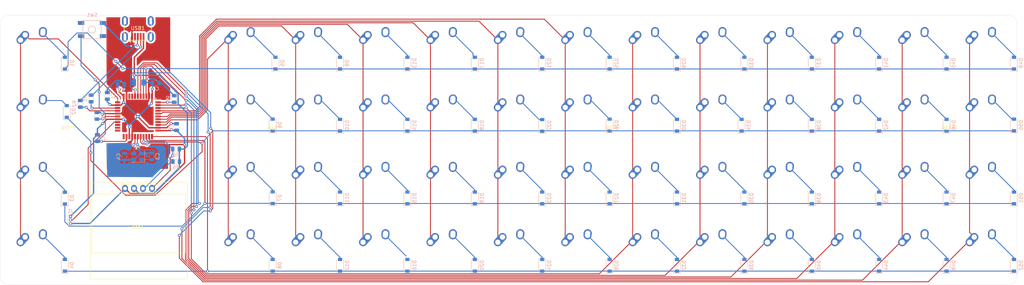
<source format=kicad_pcb>
(kicad_pcb (version 20171130) (host pcbnew 5.1.6)
  (layers (0 F.Cu signal) (31 B.Cu signal) (34 B.Paste user) (35 F.Paste user) (36 B.SilkS user) (37 F.SilkS user) (38 B.Mask user) (39 F.Mask user) (44 Edge.Cuts user))
  (net 0 "")
  (net 1 GND)
  (net 2 +5V)
  (net 3 "Net-(C3-Pad1)")
  (net 4 "Net-(C4-Pad1)")
  (net 5 "Net-(C6-Pad1)")
  (net 6 "Net-(D1-Pad2)")
  (net 7 ROW0)
  (net 8 "Net-(D2-Pad2)")
  (net 9 ROW1)
  (net 10 "Net-(D3-Pad2)")
  (net 11 ROW2)
  (net 12 "Net-(D4-Pad2)")
  (net 13 ROW3)
  (net 14 "Net-(D5-Pad2)")
  (net 15 "Net-(D6-Pad2)")
  (net 16 "Net-(D7-Pad2)")
  (net 17 "Net-(D8-Pad2)")
  (net 18 "Net-(D9-Pad2)")
  (net 19 "Net-(D10-Pad2)")
  (net 20 "Net-(D11-Pad2)")
  (net 21 "Net-(D12-Pad2)")
  (net 22 "Net-(D13-Pad2)")
  (net 23 "Net-(D14-Pad2)")
  (net 24 "Net-(D15-Pad2)")
  (net 25 "Net-(D16-Pad2)")
  (net 26 "Net-(D17-Pad2)")
  (net 27 "Net-(D18-Pad2)")
  (net 28 "Net-(D19-Pad2)")
  (net 29 "Net-(D20-Pad2)")
  (net 30 "Net-(D21-Pad2)")
  (net 31 "Net-(D22-Pad2)")
  (net 32 "Net-(D23-Pad2)")
  (net 33 "Net-(D24-Pad2)")
  (net 34 "Net-(D25-Pad2)")
  (net 35 "Net-(D26-Pad2)")
  (net 36 "Net-(D27-Pad2)")
  (net 37 "Net-(D28-Pad2)")
  (net 38 "Net-(D29-Pad2)")
  (net 39 "Net-(D30-Pad2)")
  (net 40 "Net-(D31-Pad2)")
  (net 41 "Net-(D32-Pad2)")
  (net 42 "Net-(D33-Pad2)")
  (net 43 "Net-(D34-Pad2)")
  (net 44 "Net-(D35-Pad2)")
  (net 45 "Net-(D36-Pad2)")
  (net 46 "Net-(D37-Pad2)")
  (net 47 "Net-(D38-Pad2)")
  (net 48 "Net-(D39-Pad2)")
  (net 49 "Net-(D40-Pad2)")
  (net 50 "Net-(D41-Pad2)")
  (net 51 "Net-(D42-Pad2)")
  (net 52 "Net-(D43-Pad2)")
  (net 53 "Net-(D44-Pad2)")
  (net 54 "Net-(D45-Pad2)")
  (net 55 "Net-(D46-Pad2)")
  (net 56 "Net-(D47-Pad2)")
  (net 57 "Net-(D48-Pad2)")
  (net 58 "Net-(D49-Pad2)")
  (net 59 "Net-(D50-Pad2)")
  (net 60 "Net-(D51-Pad2)")
  (net 61 "Net-(D52-Pad2)")
  (net 62 VCC)
  (net 63 COL0)
  (net 64 COL1)
  (net 65 COL2)
  (net 66 COL3)
  (net 67 COL4)
  (net 68 COL5)
  (net 69 COL6)
  (net 70 COL7)
  (net 71 COL8)
  (net 72 COL9)
  (net 73 COL10)
  (net 74 COL11)
  (net 75 COL12)
  (net 76 "Net-(R1-Pad2)")
  (net 77 D-)
  (net 78 "Net-(R2-Pad2)")
  (net 79 D+)
  (net 80 "Net-(R3-Pad1)")
  (net 81 "Net-(R4-Pad2)")
  (net 82 "Net-(U1-Pad42)")
  (net 83 "Net-(U1-Pad41)")
  (net 84 "Net-(U1-Pad12)")
  (net 85 "Net-(U1-Pad11)")
  (net 86 "Net-(U1-Pad10)")
  (net 87 "Net-(U1-Pad9)")
  (net 88 "Net-(USB1-Pad6)")
  (net 89 "Net-(USB1-Pad2)")
  (net 90 SCL)
  (net 91 SDA)
  (net 92 Din1)
  (module Resistor_SMD:R_0805_2012Metric (layer B.Cu) (at 112.395 71.12)
    (fp_text reference R6 (at 0 1.65) (layer B.SilkS) (effects (justify mirror)))
    (fp_text value 4.7k)
    (pad 2 smd roundrect (at 0.9375 0) (size 0.975 1.4) (layers B.Cu B.Paste B.Mask) (net 62 VCC))
    (pad 1 smd roundrect (at -0.9375 0) (size 0.975 1.4) (layers B.Cu B.Paste B.Mask) (net 91 SDA))
  )
  (module Resistor_SMD:R_0805_2012Metric (layer B.Cu) (at 90.17 68.0235 90)
    (fp_text reference R3 (at 0 1.65 90) (layer B.SilkS) (effects (justify mirror)))
    (fp_text value 10k)
    (pad 2 smd roundrect (at 0.9375 0 90) (size 0.975 1.4) (layers B.Cu B.Paste B.Mask) (net 2 +5V))
    (pad 1 smd roundrect (at -0.9375 0 90) (size 0.975 1.4) (layers B.Cu B.Paste B.Mask) (net 80 "Net-(R3-Pad1)"))
  )
  (module MountingHole:MountingHole_5.3mm_M5 (layer F.Cu) (at 331 71.5)
    (fp_text reference REF** (at 0 -6.3) (layer F.SilkS))
    (fp_text value MountingHole_5.3mm_M5)
    (pad 1 np_thru_hole circle (at 0 0) (size 5.3 5.3) (drill 5.3) (layers *.Cu *.Mask))
  )
  (module MountingHole:MountingHole_5.3mm_M5 (layer F.Cu) (at 236 71.5)
    (fp_text reference REF** (at 0 -6.3) (layer F.SilkS))
    (fp_text value MountingHole_5.3mm_M5)
    (pad 1 np_thru_hole circle (at 0 0) (size 5.3 5.3) (drill 5.3) (layers *.Cu *.Mask))
  )
  (module MountingHole:MountingHole_5.3mm_M5 (layer F.Cu) (at 140.5 71.5)
    (fp_text reference REF** (at 0 -6.3) (layer F.SilkS))
    (fp_text value MountingHole_5.3mm_M5)
    (pad 1 np_thru_hole circle (at 0 0) (size 5.3 5.3) (drill 5.3) (layers *.Cu *.Mask))
  )
  (module MountingHole:MountingHole_5.3mm_M5 (layer F.Cu) (at 82 71.5)
    (fp_text reference REF** (at 0 -6.3) (layer F.SilkS))
    (fp_text value MountingHole_5.3mm_M5)
    (pad 1 np_thru_hole circle (at 0 0) (size 5.3 5.3) (drill 5.3) (layers *.Cu *.Mask))
  )
  (module Fuse:Fuse_1206_3216Metric (layer B.Cu) (at 101.854 52.324 180)
    (fp_text reference F1 (at 0 1.82) (layer B.SilkS) (effects (justify mirror)))
    (fp_text value Polyfuse_Small)
    (pad 2 smd roundrect (at 1.4 0 180) (size 1.25 1.75) (layers B.Cu B.Paste B.Mask) (roundrect_rratio 0.2) (net 62 VCC))
    (pad 1 smd roundrect (at -1.4 0 180) (size 1.25 1.75) (layers B.Cu B.Paste B.Mask) (roundrect_rratio 0.2) (net 2 +5V))
  )
  (module Connector_PinHeader_1.00mm:PinHeader_1x03_P1.00mm_Vertical (layer B.Cu) (at 82.55 90.17 180)
    (fp_text reference J1 (at 0 1.56) (layer B.SilkS) (effects (justify mirror)))
    (fp_text value RGB_breakout)
    (pad 3 thru_hole oval (at 0 -2 180) (size 0.85 0.85) (drill 0.5) (layers *.Cu *.Mask) (net 1 GND))
    (pad 2 thru_hole oval (at 0 -1 180) (size 0.85 0.85) (drill 0.5) (layers *.Cu *.Mask) (net 92 Din1))
    (pad 1 thru_hole rect (at 0 0 180) (size 0.85 0.85) (drill 0.5) (layers *.Cu *.Mask) (net 2 +5V))
  )
  (module Resistor_SMD:R_0805_2012Metric (layer B.Cu) (at 112.4435 74.676)
    (fp_text reference R5 (at 0 1.65) (layer B.SilkS) (effects (justify mirror)))
    (fp_text value 4.7k)
    (pad 2 smd roundrect (at 0.9375 0) (size 0.975 1.4) (layers B.Cu B.Paste B.Mask) (net 62 VCC))
    (pad 1 smd roundrect (at -0.9375 0) (size 0.975 1.4) (layers B.Cu B.Paste B.Mask) (net 90 SCL))
  )
  (module SSD1306:128x64OLED (layer F.Cu) (at 101.5936 92.8629)
    (fp_text reference Brd1 (at 0 0.254) (layer F.SilkS))
    (fp_text value SSD1306)
    (pad 2 thru_hole oval (at -1.08 -10.6 90) (size 2 1.6) (drill 1) (layers *.Cu *.Mask) (net 62 VCC))
    (pad 1 thru_hole oval (at -3.62 -10.6 90) (size 2 1.6) (drill 1) (layers *.Cu *.Mask) (net 1 GND))
    (pad 3 thru_hole oval (at 1.46 -10.6 90) (size 2 1.6) (drill 1) (layers *.Cu *.Mask) (net 90 SCL))
    (pad 4 thru_hole oval (at 4 -10.6 90) (size 2 1.6) (drill 1) (layers *.Cu *.Mask) (net 91 SDA))
  )
  (module MX_Alps_Hybrid_2:MX-1U-NoLED (layer F.Cu) (at 207.16875 61.9125)
    (fp_text reference MX15)
    (fp_text value MX-NoLED)
    (pad "" np_thru_hole circle (at 5.08 0 48.0996) (size 1.75 1.75) (drill 1.75) (layers *.Cu *.Mask))
    (pad "" np_thru_hole circle (at -5.08 0 48.0996) (size 1.75 1.75) (drill 1.75) (layers *.Cu *.Mask))
    (pad 1 thru_hole circle (at -2.5 -4) (size 2.25 2.25) (drill 1.47) (layers *.Cu B.Mask) (net 68 COL5))
    (pad "" np_thru_hole circle (at 0 0) (size 3.9878 3.9878) (drill 3.9878) (layers *.Cu *.Mask))
    (pad 1 thru_hole oval (at -3.81 -2.54 48.0996) (size 4.211556 2.25) (drill 1.47 (offset 0.980778 0)) (layers *.Cu B.Mask) (net 68 COL5))
    (pad 2 thru_hole circle (at 2.54 -5.08) (size 2.25 2.25) (drill 1.47) (layers *.Cu B.Mask) (net 31 "Net-(D22-Pad2)"))
    (pad 2 thru_hole oval (at 2.5 -4.5 86.0548) (size 2.831378 2.25) (drill 1.47 (offset 0.290689 0)) (layers *.Cu B.Mask) (net 31 "Net-(D22-Pad2)"))
  )
  (module Crystal:Crystal_SMD_3225-4Pin_3.2x2.5mm (layer B.Cu) (at 101.557 73.24 180)
    (fp_text reference Y1 (at 0 2.45) (layer B.SilkS) (effects (justify mirror)))
    (fp_text value 16MHz)
    (pad 4 smd rect (at -1.1 0.85 180) (size 1.4 1.2) (layers B.Cu B.Paste B.Mask) (net 1 GND))
    (pad 3 smd rect (at 1.1 0.85 180) (size 1.4 1.2) (layers B.Cu B.Paste B.Mask) (net 4 "Net-(C4-Pad1)"))
    (pad 2 smd rect (at 1.1 -0.85 180) (size 1.4 1.2) (layers B.Cu B.Paste B.Mask) (net 1 GND))
    (pad 1 smd rect (at -1.1 -0.85 180) (size 1.4 1.2) (layers B.Cu B.Paste B.Mask) (net 3 "Net-(C3-Pad1)"))
  )
  (module random-keyboard-parts:Molex-0548190589 (layer F.Cu) (at 101.5936 34.9228 270)
    (fp_text reference USB1 (at 2.032 0) (layer F.SilkS))
    (fp_text value Molex-0548190589)
    (pad 6 thru_hole oval (at 0 -3.65 270) (size 2.7 1.7) (drill oval 1.9 0.7) (layers *.Cu *.Mask) (net 88 "Net-(USB1-Pad6)"))
    (pad 6 thru_hole oval (at 0 3.65 270) (size 2.7 1.7) (drill oval 1.9 0.7) (layers *.Cu *.Mask) (net 88 "Net-(USB1-Pad6)"))
    (pad 6 thru_hole oval (at 4.5 3.65 270) (size 2.7 1.7) (drill oval 1.9 0.7) (layers *.Cu *.Mask) (net 88 "Net-(USB1-Pad6)"))
    (pad 6 thru_hole oval (at 4.5 -3.65 270) (size 2.7 1.7) (drill oval 1.9 0.7) (layers *.Cu *.Mask) (net 88 "Net-(USB1-Pad6)"))
    (pad 5 smd rect (at 4.5 -1.6 270) (size 2.25 0.5) (layers F.Cu F.Paste F.Mask) (net 62 VCC))
    (pad 4 smd rect (at 4.5 -0.8 270) (size 2.25 0.5) (layers F.Cu F.Paste F.Mask) (net 77 D-))
    (pad 3 smd rect (at 4.5 0 270) (size 2.25 0.5) (layers F.Cu F.Paste F.Mask) (net 79 D+))
    (pad 2 smd rect (at 4.5 0.8 270) (size 2.25 0.5) (layers F.Cu F.Paste F.Mask) (net 89 "Net-(USB1-Pad2)"))
    (pad 1 smd rect (at 4.5 1.6 270) (size 2.25 0.5) (layers F.Cu F.Paste F.Mask) (net 1 GND))
  )
  (module Package_QFP:TQFP-44_10x10mm_P0.8mm (layer F.Cu) (at 101.5936 61.9086)
    (fp_text reference U1 (at 0 -7.45) (layer F.SilkS))
    (fp_text value ATmega32U4-AU)
    (pad 44 smd rect (at -4 -5.7 90) (size 1.5 0.55) (layers F.Cu F.Paste F.Mask) (net 2 +5V))
    (pad 43 smd rect (at -3.2 -5.7 90) (size 1.5 0.55) (layers F.Cu F.Paste F.Mask) (net 1 GND))
    (pad 42 smd rect (at -2.4 -5.7 90) (size 1.5 0.55) (layers F.Cu F.Paste F.Mask) (net 82 "Net-(U1-Pad42)"))
    (pad 41 smd rect (at -1.6 -5.7 90) (size 1.5 0.55) (layers F.Cu F.Paste F.Mask) (net 83 "Net-(U1-Pad41)"))
    (pad 40 smd rect (at -0.8 -5.7 90) (size 1.5 0.55) (layers F.Cu F.Paste F.Mask) (net 75 COL12))
    (pad 39 smd rect (at 0 -5.7 90) (size 1.5 0.55) (layers F.Cu F.Paste F.Mask) (net 74 COL11))
    (pad 38 smd rect (at 0.8 -5.7 90) (size 1.5 0.55) (layers F.Cu F.Paste F.Mask) (net 73 COL10))
    (pad 37 smd rect (at 1.6 -5.7 90) (size 1.5 0.55) (layers F.Cu F.Paste F.Mask) (net 72 COL9))
    (pad 36 smd rect (at 2.4 -5.7 90) (size 1.5 0.55) (layers F.Cu F.Paste F.Mask) (net 7 ROW0))
    (pad 35 smd rect (at 3.2 -5.7 90) (size 1.5 0.55) (layers F.Cu F.Paste F.Mask) (net 1 GND))
    (pad 34 smd rect (at 4 -5.7 90) (size 1.5 0.55) (layers F.Cu F.Paste F.Mask) (net 2 +5V))
    (pad 33 smd rect (at 5.7 -4) (size 1.5 0.55) (layers F.Cu F.Paste F.Mask) (net 81 "Net-(R4-Pad2)"))
    (pad 32 smd rect (at 5.7 -3.2) (size 1.5 0.55) (layers F.Cu F.Paste F.Mask) (net 71 COL8))
    (pad 31 smd rect (at 5.7 -2.4) (size 1.5 0.55) (layers F.Cu F.Paste F.Mask) (net 70 COL7))
    (pad 30 smd rect (at 5.7 -1.6) (size 1.5 0.55) (layers F.Cu F.Paste F.Mask) (net 69 COL6))
    (pad 29 smd rect (at 5.7 -0.8) (size 1.5 0.55) (layers F.Cu F.Paste F.Mask) (net 68 COL5))
    (pad 28 smd rect (at 5.7 0) (size 1.5 0.55) (layers F.Cu F.Paste F.Mask) (net 67 COL4))
    (pad 27 smd rect (at 5.7 0.8) (size 1.5 0.55) (layers F.Cu F.Paste F.Mask) (net 66 COL3))
    (pad 26 smd rect (at 5.7 1.6) (size 1.5 0.55) (layers F.Cu F.Paste F.Mask) (net 65 COL2))
    (pad 25 smd rect (at 5.7 2.4) (size 1.5 0.55) (layers F.Cu F.Paste F.Mask) (net 64 COL1))
    (pad 24 smd rect (at 5.7 3.2) (size 1.5 0.55) (layers F.Cu F.Paste F.Mask) (net 2 +5V))
    (pad 23 smd rect (at 5.7 4) (size 1.5 0.55) (layers F.Cu F.Paste F.Mask) (net 1 GND))
    (pad 22 smd rect (at 4 5.7 90) (size 1.5 0.55) (layers F.Cu F.Paste F.Mask) (net 13 ROW3))
    (pad 21 smd rect (at 3.2 5.7 90) (size 1.5 0.55) (layers F.Cu F.Paste F.Mask) (net 11 ROW2))
    (pad 20 smd rect (at 2.4 5.7 90) (size 1.5 0.55) (layers F.Cu F.Paste F.Mask) (net 9 ROW1))
    (pad 19 smd rect (at 1.6 5.7 90) (size 1.5 0.55) (layers F.Cu F.Paste F.Mask) (net 91 SDA))
    (pad 18 smd rect (at 0.8 5.7 90) (size 1.5 0.55) (layers F.Cu F.Paste F.Mask) (net 90 SCL))
    (pad 17 smd rect (at 0 5.7 90) (size 1.5 0.55) (layers F.Cu F.Paste F.Mask) (net 3 "Net-(C3-Pad1)"))
    (pad 16 smd rect (at -0.8 5.7 90) (size 1.5 0.55) (layers F.Cu F.Paste F.Mask) (net 4 "Net-(C4-Pad1)"))
    (pad 15 smd rect (at -1.6 5.7 90) (size 1.5 0.55) (layers F.Cu F.Paste F.Mask) (net 1 GND))
    (pad 14 smd rect (at -2.4 5.7 90) (size 1.5 0.55) (layers F.Cu F.Paste F.Mask) (net 2 +5V))
    (pad 13 smd rect (at -3.2 5.7 90) (size 1.5 0.55) (layers F.Cu F.Paste F.Mask) (net 80 "Net-(R3-Pad1)"))
    (pad 12 smd rect (at -4 5.7 90) (size 1.5 0.55) (layers F.Cu F.Paste F.Mask) (net 84 "Net-(U1-Pad12)"))
    (pad 11 smd rect (at -5.7 4) (size 1.5 0.55) (layers F.Cu F.Paste F.Mask) (net 85 "Net-(U1-Pad11)"))
    (pad 10 smd rect (at -5.7 3.2) (size 1.5 0.55) (layers F.Cu F.Paste F.Mask) (net 86 "Net-(U1-Pad10)"))
    (pad 9 smd rect (at -5.7 2.4) (size 1.5 0.55) (layers F.Cu F.Paste F.Mask) (net 87 "Net-(U1-Pad9)"))
    (pad 8 smd rect (at -5.7 1.6) (size 1.5 0.55) (layers F.Cu F.Paste F.Mask) (net 92 Din1))
    (pad 7 smd rect (at -5.7 0.8) (size 1.5 0.55) (layers F.Cu F.Paste F.Mask) (net 2 +5V))
    (pad 6 smd rect (at -5.7 0) (size 1.5 0.55) (layers F.Cu F.Paste F.Mask) (net 5 "Net-(C6-Pad1)"))
    (pad 5 smd rect (at -5.7 -0.8) (size 1.5 0.55) (layers F.Cu F.Paste F.Mask) (net 1 GND))
    (pad 4 smd rect (at -5.7 -1.6) (size 1.5 0.55) (layers F.Cu F.Paste F.Mask) (net 78 "Net-(R2-Pad2)"))
    (pad 3 smd rect (at -5.7 -2.4) (size 1.5 0.55) (layers F.Cu F.Paste F.Mask) (net 76 "Net-(R1-Pad2)"))
    (pad 2 smd rect (at -5.7 -3.2) (size 1.5 0.55) (layers F.Cu F.Paste F.Mask) (net 2 +5V))
    (pad 1 smd rect (at -5.7 -4) (size 1.5 0.55) (layers F.Cu F.Paste F.Mask) (net 63 COL0))
  )
  (module random-keyboard-parts:SKQG-1155865 (layer B.Cu) (at 88.646 37.338)
    (fp_text reference SW1 (at 0 -4.064) (layer B.SilkS) (effects (justify mirror)))
    (fp_text value SW_Push)
    (pad 4 smd rect (at -3.1 -1.85) (size 1.8 1.1) (layers B.Cu B.Paste B.Mask))
    (pad 3 smd rect (at 3.1 1.85) (size 1.8 1.1) (layers B.Cu B.Paste B.Mask))
    (pad 2 smd rect (at -3.1 1.85) (size 1.8 1.1) (layers B.Cu B.Paste B.Mask) (net 80 "Net-(R3-Pad1)"))
    (pad 1 smd rect (at 3.1 -1.85) (size 1.8 1.1) (layers B.Cu B.Paste B.Mask) (net 1 GND))
  )
  (module Resistor_SMD:R_0805_2012Metric (layer B.Cu) (at 111.887 56.9745 270)
    (fp_text reference R4 (at 0 1.65 270) (layer B.SilkS) (effects (justify mirror)))
    (fp_text value 10k)
    (pad 2 smd roundrect (at 0.9375 0 270) (size 0.975 1.4) (layers B.Cu B.Paste B.Mask) (net 81 "Net-(R4-Pad2)"))
    (pad 1 smd roundrect (at -0.9375 0 270) (size 0.975 1.4) (layers B.Cu B.Paste B.Mask) (net 1 GND))
  )
  (module Resistor_SMD:R_0805_2012Metric (layer B.Cu) (at 85.344 58.3415 270)
    (fp_text reference R2 (at 0 1.65 90) (layer B.SilkS) (effects (justify mirror)))
    (fp_text value 22)
    (pad 2 smd roundrect (at 0.9375 0 270) (size 0.975 1.4) (layers B.Cu B.Paste B.Mask) (net 78 "Net-(R2-Pad2)"))
    (pad 1 smd roundrect (at -0.9375 0 270) (size 0.975 1.4) (layers B.Cu B.Paste B.Mask) (net 79 D+))
  )
  (module Resistor_SMD:R_0805_2012Metric (layer B.Cu) (at 88.392 56.8175 270)
    (fp_text reference R1 (at 0 1.65 90) (layer B.SilkS) (effects (justify mirror)))
    (fp_text value 22)
    (pad 2 smd roundrect (at 0.9375 0 270) (size 0.975 1.4) (layers B.Cu B.Paste B.Mask) (net 76 "Net-(R1-Pad2)"))
    (pad 1 smd roundrect (at -0.9375 0 270) (size 0.975 1.4) (layers B.Cu B.Paste B.Mask) (net 77 D-))
  )
  (module MX_Alps_Hybrid_2:MX-1U-NoLED (layer F.Cu) (at 340.51875 100.0125)
    (fp_text reference MX3C1)
    (fp_text value MX-NoLED)
    (pad "" np_thru_hole circle (at 5.08 0 48.0996) (size 1.75 1.75) (drill 1.75) (layers *.Cu *.Mask))
    (pad "" np_thru_hole circle (at -5.08 0 48.0996) (size 1.75 1.75) (drill 1.75) (layers *.Cu *.Mask))
    (pad 1 thru_hole circle (at -2.5 -4) (size 2.25 2.25) (drill 1.47) (layers *.Cu B.Mask) (net 75 COL12))
    (pad "" np_thru_hole circle (at 0 0) (size 3.9878 3.9878) (drill 3.9878) (layers *.Cu *.Mask))
    (pad 1 thru_hole oval (at -3.81 -2.54 48.0996) (size 4.211556 2.25) (drill 1.47 (offset 0.980778 0)) (layers *.Cu B.Mask) (net 75 COL12))
    (pad 2 thru_hole circle (at 2.54 -5.08) (size 2.25 2.25) (drill 1.47) (layers *.Cu B.Mask) (net 61 "Net-(D52-Pad2)"))
    (pad 2 thru_hole oval (at 2.5 -4.5 86.0548) (size 2.831378 2.25) (drill 1.47 (offset 0.290689 0)) (layers *.Cu B.Mask) (net 61 "Net-(D52-Pad2)"))
  )
  (module MX_Alps_Hybrid_2:MX-1U-NoLED (layer F.Cu) (at 321.46875 100.0125)
    (fp_text reference MX3B1)
    (fp_text value MX-NoLED)
    (pad "" np_thru_hole circle (at 5.08 0 48.0996) (size 1.75 1.75) (drill 1.75) (layers *.Cu *.Mask))
    (pad "" np_thru_hole circle (at -5.08 0 48.0996) (size 1.75 1.75) (drill 1.75) (layers *.Cu *.Mask))
    (pad 1 thru_hole circle (at -2.5 -4) (size 2.25 2.25) (drill 1.47) (layers *.Cu B.Mask) (net 74 COL11))
    (pad "" np_thru_hole circle (at 0 0) (size 3.9878 3.9878) (drill 3.9878) (layers *.Cu *.Mask))
    (pad 1 thru_hole oval (at -3.81 -2.54 48.0996) (size 4.211556 2.25) (drill 1.47 (offset 0.980778 0)) (layers *.Cu B.Mask) (net 74 COL11))
    (pad 2 thru_hole circle (at 2.54 -5.08) (size 2.25 2.25) (drill 1.47) (layers *.Cu B.Mask) (net 57 "Net-(D48-Pad2)"))
    (pad 2 thru_hole oval (at 2.5 -4.5 86.0548) (size 2.831378 2.25) (drill 1.47 (offset 0.290689 0)) (layers *.Cu B.Mask) (net 57 "Net-(D48-Pad2)"))
  )
  (module MX_Alps_Hybrid_2:MX-1U-NoLED (layer F.Cu) (at 302.41875 100.0125)
    (fp_text reference MX3A1)
    (fp_text value MX-NoLED)
    (pad "" np_thru_hole circle (at 5.08 0 48.0996) (size 1.75 1.75) (drill 1.75) (layers *.Cu *.Mask))
    (pad "" np_thru_hole circle (at -5.08 0 48.0996) (size 1.75 1.75) (drill 1.75) (layers *.Cu *.Mask))
    (pad 1 thru_hole circle (at -2.5 -4) (size 2.25 2.25) (drill 1.47) (layers *.Cu B.Mask) (net 73 COL10))
    (pad "" np_thru_hole circle (at 0 0) (size 3.9878 3.9878) (drill 3.9878) (layers *.Cu *.Mask))
    (pad 1 thru_hole oval (at -3.81 -2.54 48.0996) (size 4.211556 2.25) (drill 1.47 (offset 0.980778 0)) (layers *.Cu B.Mask) (net 73 COL10))
    (pad 2 thru_hole circle (at 2.54 -5.08) (size 2.25 2.25) (drill 1.47) (layers *.Cu B.Mask) (net 53 "Net-(D44-Pad2)"))
    (pad 2 thru_hole oval (at 2.5 -4.5 86.0548) (size 2.831378 2.25) (drill 1.47 (offset 0.290689 0)) (layers *.Cu B.Mask) (net 53 "Net-(D44-Pad2)"))
  )
  (module MX_Alps_Hybrid_2:MX-1U-NoLED (layer F.Cu) (at 340.51875 80.9625)
    (fp_text reference MX2C1)
    (fp_text value MX-NoLED)
    (pad "" np_thru_hole circle (at 5.08 0 48.0996) (size 1.75 1.75) (drill 1.75) (layers *.Cu *.Mask))
    (pad "" np_thru_hole circle (at -5.08 0 48.0996) (size 1.75 1.75) (drill 1.75) (layers *.Cu *.Mask))
    (pad 1 thru_hole circle (at -2.5 -4) (size 2.25 2.25) (drill 1.47) (layers *.Cu B.Mask) (net 75 COL12))
    (pad "" np_thru_hole circle (at 0 0) (size 3.9878 3.9878) (drill 3.9878) (layers *.Cu *.Mask))
    (pad 1 thru_hole oval (at -3.81 -2.54 48.0996) (size 4.211556 2.25) (drill 1.47 (offset 0.980778 0)) (layers *.Cu B.Mask) (net 75 COL12))
    (pad 2 thru_hole circle (at 2.54 -5.08) (size 2.25 2.25) (drill 1.47) (layers *.Cu B.Mask) (net 60 "Net-(D51-Pad2)"))
    (pad 2 thru_hole oval (at 2.5 -4.5 86.0548) (size 2.831378 2.25) (drill 1.47 (offset 0.290689 0)) (layers *.Cu B.Mask) (net 60 "Net-(D51-Pad2)"))
  )
  (module MX_Alps_Hybrid_2:MX-1U-NoLED (layer F.Cu) (at 321.46875 80.9625)
    (fp_text reference MX2B1)
    (fp_text value MX-NoLED)
    (pad "" np_thru_hole circle (at 5.08 0 48.0996) (size 1.75 1.75) (drill 1.75) (layers *.Cu *.Mask))
    (pad "" np_thru_hole circle (at -5.08 0 48.0996) (size 1.75 1.75) (drill 1.75) (layers *.Cu *.Mask))
    (pad 1 thru_hole circle (at -2.5 -4) (size 2.25 2.25) (drill 1.47) (layers *.Cu B.Mask) (net 74 COL11))
    (pad "" np_thru_hole circle (at 0 0) (size 3.9878 3.9878) (drill 3.9878) (layers *.Cu *.Mask))
    (pad 1 thru_hole oval (at -3.81 -2.54 48.0996) (size 4.211556 2.25) (drill 1.47 (offset 0.980778 0)) (layers *.Cu B.Mask) (net 74 COL11))
    (pad 2 thru_hole circle (at 2.54 -5.08) (size 2.25 2.25) (drill 1.47) (layers *.Cu B.Mask) (net 56 "Net-(D47-Pad2)"))
    (pad 2 thru_hole oval (at 2.5 -4.5 86.0548) (size 2.831378 2.25) (drill 1.47 (offset 0.290689 0)) (layers *.Cu B.Mask) (net 56 "Net-(D47-Pad2)"))
  )
  (module MX_Alps_Hybrid_2:MX-1U-NoLED (layer F.Cu) (at 302.41875 80.9625)
    (fp_text reference MX2A1)
    (fp_text value MX-NoLED)
    (pad "" np_thru_hole circle (at 5.08 0 48.0996) (size 1.75 1.75) (drill 1.75) (layers *.Cu *.Mask))
    (pad "" np_thru_hole circle (at -5.08 0 48.0996) (size 1.75 1.75) (drill 1.75) (layers *.Cu *.Mask))
    (pad 1 thru_hole circle (at -2.5 -4) (size 2.25 2.25) (drill 1.47) (layers *.Cu B.Mask) (net 73 COL10))
    (pad "" np_thru_hole circle (at 0 0) (size 3.9878 3.9878) (drill 3.9878) (layers *.Cu *.Mask))
    (pad 1 thru_hole oval (at -3.81 -2.54 48.0996) (size 4.211556 2.25) (drill 1.47 (offset 0.980778 0)) (layers *.Cu B.Mask) (net 73 COL10))
    (pad 2 thru_hole circle (at 2.54 -5.08) (size 2.25 2.25) (drill 1.47) (layers *.Cu B.Mask) (net 52 "Net-(D43-Pad2)"))
    (pad 2 thru_hole oval (at 2.5 -4.5 86.0548) (size 2.831378 2.25) (drill 1.47 (offset 0.290689 0)) (layers *.Cu B.Mask) (net 52 "Net-(D43-Pad2)"))
  )
  (module MX_Alps_Hybrid_2:MX-1U-NoLED (layer F.Cu) (at 340.51875 61.9125)
    (fp_text reference MX1C1)
    (fp_text value MX-NoLED)
    (pad "" np_thru_hole circle (at 5.08 0 48.0996) (size 1.75 1.75) (drill 1.75) (layers *.Cu *.Mask))
    (pad "" np_thru_hole circle (at -5.08 0 48.0996) (size 1.75 1.75) (drill 1.75) (layers *.Cu *.Mask))
    (pad 1 thru_hole circle (at -2.5 -4) (size 2.25 2.25) (drill 1.47) (layers *.Cu B.Mask) (net 75 COL12))
    (pad "" np_thru_hole circle (at 0 0) (size 3.9878 3.9878) (drill 3.9878) (layers *.Cu *.Mask))
    (pad 1 thru_hole oval (at -3.81 -2.54 48.0996) (size 4.211556 2.25) (drill 1.47 (offset 0.980778 0)) (layers *.Cu B.Mask) (net 75 COL12))
    (pad 2 thru_hole circle (at 2.54 -5.08) (size 2.25 2.25) (drill 1.47) (layers *.Cu B.Mask) (net 59 "Net-(D50-Pad2)"))
    (pad 2 thru_hole oval (at 2.5 -4.5 86.0548) (size 2.831378 2.25) (drill 1.47 (offset 0.290689 0)) (layers *.Cu B.Mask) (net 59 "Net-(D50-Pad2)"))
  )
  (module MX_Alps_Hybrid_2:MX-1U-NoLED (layer F.Cu) (at 321.46875 61.9125)
    (fp_text reference MX1B1)
    (fp_text value MX-NoLED)
    (pad "" np_thru_hole circle (at 5.08 0 48.0996) (size 1.75 1.75) (drill 1.75) (layers *.Cu *.Mask))
    (pad "" np_thru_hole circle (at -5.08 0 48.0996) (size 1.75 1.75) (drill 1.75) (layers *.Cu *.Mask))
    (pad 1 thru_hole circle (at -2.5 -4) (size 2.25 2.25) (drill 1.47) (layers *.Cu B.Mask) (net 74 COL11))
    (pad "" np_thru_hole circle (at 0 0) (size 3.9878 3.9878) (drill 3.9878) (layers *.Cu *.Mask))
    (pad 1 thru_hole oval (at -3.81 -2.54 48.0996) (size 4.211556 2.25) (drill 1.47 (offset 0.980778 0)) (layers *.Cu B.Mask) (net 74 COL11))
    (pad 2 thru_hole circle (at 2.54 -5.08) (size 2.25 2.25) (drill 1.47) (layers *.Cu B.Mask) (net 55 "Net-(D46-Pad2)"))
    (pad 2 thru_hole oval (at 2.5 -4.5 86.0548) (size 2.831378 2.25) (drill 1.47 (offset 0.290689 0)) (layers *.Cu B.Mask) (net 55 "Net-(D46-Pad2)"))
  )
  (module MX_Alps_Hybrid_2:MX-1U-NoLED (layer F.Cu) (at 302.41875 61.9125)
    (fp_text reference MX1A1)
    (fp_text value MX-NoLED)
    (pad "" np_thru_hole circle (at 5.08 0 48.0996) (size 1.75 1.75) (drill 1.75) (layers *.Cu *.Mask))
    (pad "" np_thru_hole circle (at -5.08 0 48.0996) (size 1.75 1.75) (drill 1.75) (layers *.Cu *.Mask))
    (pad 1 thru_hole circle (at -2.5 -4) (size 2.25 2.25) (drill 1.47) (layers *.Cu B.Mask) (net 73 COL10))
    (pad "" np_thru_hole circle (at 0 0) (size 3.9878 3.9878) (drill 3.9878) (layers *.Cu *.Mask))
    (pad 1 thru_hole oval (at -3.81 -2.54 48.0996) (size 4.211556 2.25) (drill 1.47 (offset 0.980778 0)) (layers *.Cu B.Mask) (net 73 COL10))
    (pad 2 thru_hole circle (at 2.54 -5.08) (size 2.25 2.25) (drill 1.47) (layers *.Cu B.Mask) (net 51 "Net-(D42-Pad2)"))
    (pad 2 thru_hole oval (at 2.5 -4.5 86.0548) (size 2.831378 2.25) (drill 1.47 (offset 0.290689 0)) (layers *.Cu B.Mask) (net 51 "Net-(D42-Pad2)"))
  )
  (module MX_Alps_Hybrid_2:MX-1U-NoLED (layer F.Cu) (at 340.51875 42.8625)
    (fp_text reference MX0C1)
    (fp_text value MX-NoLED)
    (pad "" np_thru_hole circle (at 5.08 0 48.0996) (size 1.75 1.75) (drill 1.75) (layers *.Cu *.Mask))
    (pad "" np_thru_hole circle (at -5.08 0 48.0996) (size 1.75 1.75) (drill 1.75) (layers *.Cu *.Mask))
    (pad 1 thru_hole circle (at -2.5 -4) (size 2.25 2.25) (drill 1.47) (layers *.Cu B.Mask) (net 75 COL12))
    (pad "" np_thru_hole circle (at 0 0) (size 3.9878 3.9878) (drill 3.9878) (layers *.Cu *.Mask))
    (pad 1 thru_hole oval (at -3.81 -2.54 48.0996) (size 4.211556 2.25) (drill 1.47 (offset 0.980778 0)) (layers *.Cu B.Mask) (net 75 COL12))
    (pad 2 thru_hole circle (at 2.54 -5.08) (size 2.25 2.25) (drill 1.47) (layers *.Cu B.Mask) (net 58 "Net-(D49-Pad2)"))
    (pad 2 thru_hole oval (at 2.5 -4.5 86.0548) (size 2.831378 2.25) (drill 1.47 (offset 0.290689 0)) (layers *.Cu B.Mask) (net 58 "Net-(D49-Pad2)"))
  )
  (module MX_Alps_Hybrid_2:MX-1U-NoLED (layer F.Cu) (at 321.46875 42.8625)
    (fp_text reference MX0B1)
    (fp_text value MX-NoLED)
    (pad "" np_thru_hole circle (at 5.08 0 48.0996) (size 1.75 1.75) (drill 1.75) (layers *.Cu *.Mask))
    (pad "" np_thru_hole circle (at -5.08 0 48.0996) (size 1.75 1.75) (drill 1.75) (layers *.Cu *.Mask))
    (pad 1 thru_hole circle (at -2.5 -4) (size 2.25 2.25) (drill 1.47) (layers *.Cu B.Mask) (net 74 COL11))
    (pad "" np_thru_hole circle (at 0 0) (size 3.9878 3.9878) (drill 3.9878) (layers *.Cu *.Mask))
    (pad 1 thru_hole oval (at -3.81 -2.54 48.0996) (size 4.211556 2.25) (drill 1.47 (offset 0.980778 0)) (layers *.Cu B.Mask) (net 74 COL11))
    (pad 2 thru_hole circle (at 2.54 -5.08) (size 2.25 2.25) (drill 1.47) (layers *.Cu B.Mask) (net 54 "Net-(D45-Pad2)"))
    (pad 2 thru_hole oval (at 2.5 -4.5 86.0548) (size 2.831378 2.25) (drill 1.47 (offset 0.290689 0)) (layers *.Cu B.Mask) (net 54 "Net-(D45-Pad2)"))
  )
  (module MX_Alps_Hybrid_2:MX-1U-NoLED (layer F.Cu) (at 302.41875 42.8625)
    (fp_text reference MX0A1)
    (fp_text value MX-NoLED)
    (pad "" np_thru_hole circle (at 5.08 0 48.0996) (size 1.75 1.75) (drill 1.75) (layers *.Cu *.Mask))
    (pad "" np_thru_hole circle (at -5.08 0 48.0996) (size 1.75 1.75) (drill 1.75) (layers *.Cu *.Mask))
    (pad 1 thru_hole circle (at -2.5 -4) (size 2.25 2.25) (drill 1.47) (layers *.Cu B.Mask) (net 73 COL10))
    (pad "" np_thru_hole circle (at 0 0) (size 3.9878 3.9878) (drill 3.9878) (layers *.Cu *.Mask))
    (pad 1 thru_hole oval (at -3.81 -2.54 48.0996) (size 4.211556 2.25) (drill 1.47 (offset 0.980778 0)) (layers *.Cu B.Mask) (net 73 COL10))
    (pad 2 thru_hole circle (at 2.54 -5.08) (size 2.25 2.25) (drill 1.47) (layers *.Cu B.Mask) (net 50 "Net-(D41-Pad2)"))
    (pad 2 thru_hole oval (at 2.5 -4.5 86.0548) (size 2.831378 2.25) (drill 1.47 (offset 0.290689 0)) (layers *.Cu B.Mask) (net 50 "Net-(D41-Pad2)"))
  )
  (module MX_Alps_Hybrid_2:MX-1U-NoLED (layer F.Cu) (at 283.36875 100.0125)
    (fp_text reference MX39)
    (fp_text value MX-NoLED)
    (pad "" np_thru_hole circle (at 5.08 0 48.0996) (size 1.75 1.75) (drill 1.75) (layers *.Cu *.Mask))
    (pad "" np_thru_hole circle (at -5.08 0 48.0996) (size 1.75 1.75) (drill 1.75) (layers *.Cu *.Mask))
    (pad 1 thru_hole circle (at -2.5 -4) (size 2.25 2.25) (drill 1.47) (layers *.Cu B.Mask) (net 72 COL9))
    (pad "" np_thru_hole circle (at 0 0) (size 3.9878 3.9878) (drill 3.9878) (layers *.Cu *.Mask))
    (pad 1 thru_hole oval (at -3.81 -2.54 48.0996) (size 4.211556 2.25) (drill 1.47 (offset 0.980778 0)) (layers *.Cu B.Mask) (net 72 COL9))
    (pad 2 thru_hole circle (at 2.54 -5.08) (size 2.25 2.25) (drill 1.47) (layers *.Cu B.Mask) (net 49 "Net-(D40-Pad2)"))
    (pad 2 thru_hole oval (at 2.5 -4.5 86.0548) (size 2.831378 2.25) (drill 1.47 (offset 0.290689 0)) (layers *.Cu B.Mask) (net 49 "Net-(D40-Pad2)"))
  )
  (module MX_Alps_Hybrid_2:MX-1U-NoLED (layer F.Cu) (at 264.31875 100.0125)
    (fp_text reference MX38)
    (fp_text value MX-NoLED)
    (pad "" np_thru_hole circle (at 5.08 0 48.0996) (size 1.75 1.75) (drill 1.75) (layers *.Cu *.Mask))
    (pad "" np_thru_hole circle (at -5.08 0 48.0996) (size 1.75 1.75) (drill 1.75) (layers *.Cu *.Mask))
    (pad 1 thru_hole circle (at -2.5 -4) (size 2.25 2.25) (drill 1.47) (layers *.Cu B.Mask) (net 71 COL8))
    (pad "" np_thru_hole circle (at 0 0) (size 3.9878 3.9878) (drill 3.9878) (layers *.Cu *.Mask))
    (pad 1 thru_hole oval (at -3.81 -2.54 48.0996) (size 4.211556 2.25) (drill 1.47 (offset 0.980778 0)) (layers *.Cu B.Mask) (net 71 COL8))
    (pad 2 thru_hole circle (at 2.54 -5.08) (size 2.25 2.25) (drill 1.47) (layers *.Cu B.Mask) (net 45 "Net-(D36-Pad2)"))
    (pad 2 thru_hole oval (at 2.5 -4.5 86.0548) (size 2.831378 2.25) (drill 1.47 (offset 0.290689 0)) (layers *.Cu B.Mask) (net 45 "Net-(D36-Pad2)"))
  )
  (module MX_Alps_Hybrid_2:MX-1U-NoLED (layer F.Cu) (at 245.26875 100.0125)
    (fp_text reference MX37)
    (fp_text value MX-NoLED)
    (pad "" np_thru_hole circle (at 5.08 0 48.0996) (size 1.75 1.75) (drill 1.75) (layers *.Cu *.Mask))
    (pad "" np_thru_hole circle (at -5.08 0 48.0996) (size 1.75 1.75) (drill 1.75) (layers *.Cu *.Mask))
    (pad 1 thru_hole circle (at -2.5 -4) (size 2.25 2.25) (drill 1.47) (layers *.Cu B.Mask) (net 70 COL7))
    (pad "" np_thru_hole circle (at 0 0) (size 3.9878 3.9878) (drill 3.9878) (layers *.Cu *.Mask))
    (pad 1 thru_hole oval (at -3.81 -2.54 48.0996) (size 4.211556 2.25) (drill 1.47 (offset 0.980778 0)) (layers *.Cu B.Mask) (net 70 COL7))
    (pad 2 thru_hole circle (at 2.54 -5.08) (size 2.25 2.25) (drill 1.47) (layers *.Cu B.Mask) (net 41 "Net-(D32-Pad2)"))
    (pad 2 thru_hole oval (at 2.5 -4.5 86.0548) (size 2.831378 2.25) (drill 1.47 (offset 0.290689 0)) (layers *.Cu B.Mask) (net 41 "Net-(D32-Pad2)"))
  )
  (module MX_Alps_Hybrid_2:MX-1U-NoLED (layer F.Cu) (at 226.21875 100.0125)
    (fp_text reference MX36)
    (fp_text value MX-NoLED)
    (pad "" np_thru_hole circle (at 5.08 0 48.0996) (size 1.75 1.75) (drill 1.75) (layers *.Cu *.Mask))
    (pad "" np_thru_hole circle (at -5.08 0 48.0996) (size 1.75 1.75) (drill 1.75) (layers *.Cu *.Mask))
    (pad 1 thru_hole circle (at -2.5 -4) (size 2.25 2.25) (drill 1.47) (layers *.Cu B.Mask) (net 69 COL6))
    (pad "" np_thru_hole circle (at 0 0) (size 3.9878 3.9878) (drill 3.9878) (layers *.Cu *.Mask))
    (pad 1 thru_hole oval (at -3.81 -2.54 48.0996) (size 4.211556 2.25) (drill 1.47 (offset 0.980778 0)) (layers *.Cu B.Mask) (net 69 COL6))
    (pad 2 thru_hole circle (at 2.54 -5.08) (size 2.25 2.25) (drill 1.47) (layers *.Cu B.Mask) (net 37 "Net-(D28-Pad2)"))
    (pad 2 thru_hole oval (at 2.5 -4.5 86.0548) (size 2.831378 2.25) (drill 1.47 (offset 0.290689 0)) (layers *.Cu B.Mask) (net 37 "Net-(D28-Pad2)"))
  )
  (module MX_Alps_Hybrid_2:MX-1U-NoLED (layer F.Cu) (at 207.16875 100.0125)
    (fp_text reference MX35)
    (fp_text value MX-NoLED)
    (pad "" np_thru_hole circle (at 5.08 0 48.0996) (size 1.75 1.75) (drill 1.75) (layers *.Cu *.Mask))
    (pad "" np_thru_hole circle (at -5.08 0 48.0996) (size 1.75 1.75) (drill 1.75) (layers *.Cu *.Mask))
    (pad 1 thru_hole circle (at -2.5 -4) (size 2.25 2.25) (drill 1.47) (layers *.Cu B.Mask) (net 68 COL5))
    (pad "" np_thru_hole circle (at 0 0) (size 3.9878 3.9878) (drill 3.9878) (layers *.Cu *.Mask))
    (pad 1 thru_hole oval (at -3.81 -2.54 48.0996) (size 4.211556 2.25) (drill 1.47 (offset 0.980778 0)) (layers *.Cu B.Mask) (net 68 COL5))
    (pad 2 thru_hole circle (at 2.54 -5.08) (size 2.25 2.25) (drill 1.47) (layers *.Cu B.Mask) (net 33 "Net-(D24-Pad2)"))
    (pad 2 thru_hole oval (at 2.5 -4.5 86.0548) (size 2.831378 2.25) (drill 1.47 (offset 0.290689 0)) (layers *.Cu B.Mask) (net 33 "Net-(D24-Pad2)"))
  )
  (module MX_Alps_Hybrid_2:MX-1U-NoLED (layer F.Cu) (at 188.11875 100.0125)
    (fp_text reference MX34)
    (fp_text value MX-NoLED)
    (pad "" np_thru_hole circle (at 5.08 0 48.0996) (size 1.75 1.75) (drill 1.75) (layers *.Cu *.Mask))
    (pad "" np_thru_hole circle (at -5.08 0 48.0996) (size 1.75 1.75) (drill 1.75) (layers *.Cu *.Mask))
    (pad 1 thru_hole circle (at -2.5 -4) (size 2.25 2.25) (drill 1.47) (layers *.Cu B.Mask) (net 67 COL4))
    (pad "" np_thru_hole circle (at 0 0) (size 3.9878 3.9878) (drill 3.9878) (layers *.Cu *.Mask))
    (pad 1 thru_hole oval (at -3.81 -2.54 48.0996) (size 4.211556 2.25) (drill 1.47 (offset 0.980778 0)) (layers *.Cu B.Mask) (net 67 COL4))
    (pad 2 thru_hole circle (at 2.54 -5.08) (size 2.25 2.25) (drill 1.47) (layers *.Cu B.Mask) (net 29 "Net-(D20-Pad2)"))
    (pad 2 thru_hole oval (at 2.5 -4.5 86.0548) (size 2.831378 2.25) (drill 1.47 (offset 0.290689 0)) (layers *.Cu B.Mask) (net 29 "Net-(D20-Pad2)"))
  )
  (module MX_Alps_Hybrid_2:MX-1U-NoLED (layer F.Cu) (at 169.06875 100.0125)
    (fp_text reference MX33)
    (fp_text value MX-NoLED)
    (pad "" np_thru_hole circle (at 5.08 0 48.0996) (size 1.75 1.75) (drill 1.75) (layers *.Cu *.Mask))
    (pad "" np_thru_hole circle (at -5.08 0 48.0996) (size 1.75 1.75) (drill 1.75) (layers *.Cu *.Mask))
    (pad 1 thru_hole circle (at -2.5 -4) (size 2.25 2.25) (drill 1.47) (layers *.Cu B.Mask) (net 66 COL3))
    (pad "" np_thru_hole circle (at 0 0) (size 3.9878 3.9878) (drill 3.9878) (layers *.Cu *.Mask))
    (pad 1 thru_hole oval (at -3.81 -2.54 48.0996) (size 4.211556 2.25) (drill 1.47 (offset 0.980778 0)) (layers *.Cu B.Mask) (net 66 COL3))
    (pad 2 thru_hole circle (at 2.54 -5.08) (size 2.25 2.25) (drill 1.47) (layers *.Cu B.Mask) (net 25 "Net-(D16-Pad2)"))
    (pad 2 thru_hole oval (at 2.5 -4.5 86.0548) (size 2.831378 2.25) (drill 1.47 (offset 0.290689 0)) (layers *.Cu B.Mask) (net 25 "Net-(D16-Pad2)"))
  )
  (module MX_Alps_Hybrid_2:MX-1U-NoLED (layer F.Cu) (at 150.01875 100.0125)
    (fp_text reference MX32)
    (fp_text value MX-NoLED)
    (pad "" np_thru_hole circle (at 5.08 0 48.0996) (size 1.75 1.75) (drill 1.75) (layers *.Cu *.Mask))
    (pad "" np_thru_hole circle (at -5.08 0 48.0996) (size 1.75 1.75) (drill 1.75) (layers *.Cu *.Mask))
    (pad 1 thru_hole circle (at -2.5 -4) (size 2.25 2.25) (drill 1.47) (layers *.Cu B.Mask) (net 65 COL2))
    (pad "" np_thru_hole circle (at 0 0) (size 3.9878 3.9878) (drill 3.9878) (layers *.Cu *.Mask))
    (pad 1 thru_hole oval (at -3.81 -2.54 48.0996) (size 4.211556 2.25) (drill 1.47 (offset 0.980778 0)) (layers *.Cu B.Mask) (net 65 COL2))
    (pad 2 thru_hole circle (at 2.54 -5.08) (size 2.25 2.25) (drill 1.47) (layers *.Cu B.Mask) (net 21 "Net-(D12-Pad2)"))
    (pad 2 thru_hole oval (at 2.5 -4.5 86.0548) (size 2.831378 2.25) (drill 1.47 (offset 0.290689 0)) (layers *.Cu B.Mask) (net 21 "Net-(D12-Pad2)"))
  )
  (module MX_Alps_Hybrid_2:MX-1U-NoLED (layer F.Cu) (at 130.96875 100.0125)
    (fp_text reference MX31)
    (fp_text value MX-NoLED)
    (pad "" np_thru_hole circle (at 5.08 0 48.0996) (size 1.75 1.75) (drill 1.75) (layers *.Cu *.Mask))
    (pad "" np_thru_hole circle (at -5.08 0 48.0996) (size 1.75 1.75) (drill 1.75) (layers *.Cu *.Mask))
    (pad 1 thru_hole circle (at -2.5 -4) (size 2.25 2.25) (drill 1.47) (layers *.Cu B.Mask) (net 64 COL1))
    (pad "" np_thru_hole circle (at 0 0) (size 3.9878 3.9878) (drill 3.9878) (layers *.Cu *.Mask))
    (pad 1 thru_hole oval (at -3.81 -2.54 48.0996) (size 4.211556 2.25) (drill 1.47 (offset 0.980778 0)) (layers *.Cu B.Mask) (net 64 COL1))
    (pad 2 thru_hole circle (at 2.54 -5.08) (size 2.25 2.25) (drill 1.47) (layers *.Cu B.Mask) (net 17 "Net-(D8-Pad2)"))
    (pad 2 thru_hole oval (at 2.5 -4.5 86.0548) (size 2.831378 2.25) (drill 1.47 (offset 0.290689 0)) (layers *.Cu B.Mask) (net 17 "Net-(D8-Pad2)"))
  )
  (module MX_Alps_Hybrid_2:MX-1U-NoLED (layer F.Cu) (at 72.23125 100.0125)
    (fp_text reference MX30)
    (fp_text value MX-NoLED)
    (pad "" np_thru_hole circle (at 5.08 0 48.0996) (size 1.75 1.75) (drill 1.75) (layers *.Cu *.Mask))
    (pad "" np_thru_hole circle (at -5.08 0 48.0996) (size 1.75 1.75) (drill 1.75) (layers *.Cu *.Mask))
    (pad 1 thru_hole circle (at -2.5 -4) (size 2.25 2.25) (drill 1.47) (layers *.Cu B.Mask) (net 63 COL0))
    (pad "" np_thru_hole circle (at 0 0) (size 3.9878 3.9878) (drill 3.9878) (layers *.Cu *.Mask))
    (pad 1 thru_hole oval (at -3.81 -2.54 48.0996) (size 4.211556 2.25) (drill 1.47 (offset 0.980778 0)) (layers *.Cu B.Mask) (net 63 COL0))
    (pad 2 thru_hole circle (at 2.54 -5.08) (size 2.25 2.25) (drill 1.47) (layers *.Cu B.Mask) (net 12 "Net-(D4-Pad2)"))
    (pad 2 thru_hole oval (at 2.5 -4.5 86.0548) (size 2.831378 2.25) (drill 1.47 (offset 0.290689 0)) (layers *.Cu B.Mask) (net 12 "Net-(D4-Pad2)"))
  )
  (module MX_Alps_Hybrid_2:MX-1U-NoLED (layer F.Cu) (at 283.36875 80.9625)
    (fp_text reference MX29)
    (fp_text value MX-NoLED)
    (pad "" np_thru_hole circle (at 5.08 0 48.0996) (size 1.75 1.75) (drill 1.75) (layers *.Cu *.Mask))
    (pad "" np_thru_hole circle (at -5.08 0 48.0996) (size 1.75 1.75) (drill 1.75) (layers *.Cu *.Mask))
    (pad 1 thru_hole circle (at -2.5 -4) (size 2.25 2.25) (drill 1.47) (layers *.Cu B.Mask) (net 72 COL9))
    (pad "" np_thru_hole circle (at 0 0) (size 3.9878 3.9878) (drill 3.9878) (layers *.Cu *.Mask))
    (pad 1 thru_hole oval (at -3.81 -2.54 48.0996) (size 4.211556 2.25) (drill 1.47 (offset 0.980778 0)) (layers *.Cu B.Mask) (net 72 COL9))
    (pad 2 thru_hole circle (at 2.54 -5.08) (size 2.25 2.25) (drill 1.47) (layers *.Cu B.Mask) (net 48 "Net-(D39-Pad2)"))
    (pad 2 thru_hole oval (at 2.5 -4.5 86.0548) (size 2.831378 2.25) (drill 1.47 (offset 0.290689 0)) (layers *.Cu B.Mask) (net 48 "Net-(D39-Pad2)"))
  )
  (module MX_Alps_Hybrid_2:MX-1U-NoLED (layer F.Cu) (at 264.31875 80.9625)
    (fp_text reference MX28)
    (fp_text value MX-NoLED)
    (pad "" np_thru_hole circle (at 5.08 0 48.0996) (size 1.75 1.75) (drill 1.75) (layers *.Cu *.Mask))
    (pad "" np_thru_hole circle (at -5.08 0 48.0996) (size 1.75 1.75) (drill 1.75) (layers *.Cu *.Mask))
    (pad 1 thru_hole circle (at -2.5 -4) (size 2.25 2.25) (drill 1.47) (layers *.Cu B.Mask) (net 71 COL8))
    (pad "" np_thru_hole circle (at 0 0) (size 3.9878 3.9878) (drill 3.9878) (layers *.Cu *.Mask))
    (pad 1 thru_hole oval (at -3.81 -2.54 48.0996) (size 4.211556 2.25) (drill 1.47 (offset 0.980778 0)) (layers *.Cu B.Mask) (net 71 COL8))
    (pad 2 thru_hole circle (at 2.54 -5.08) (size 2.25 2.25) (drill 1.47) (layers *.Cu B.Mask) (net 44 "Net-(D35-Pad2)"))
    (pad 2 thru_hole oval (at 2.5 -4.5 86.0548) (size 2.831378 2.25) (drill 1.47 (offset 0.290689 0)) (layers *.Cu B.Mask) (net 44 "Net-(D35-Pad2)"))
  )
  (module MX_Alps_Hybrid_2:MX-1U-NoLED (layer F.Cu) (at 245.26875 80.9625)
    (fp_text reference MX27)
    (fp_text value MX-NoLED)
    (pad "" np_thru_hole circle (at 5.08 0 48.0996) (size 1.75 1.75) (drill 1.75) (layers *.Cu *.Mask))
    (pad "" np_thru_hole circle (at -5.08 0 48.0996) (size 1.75 1.75) (drill 1.75) (layers *.Cu *.Mask))
    (pad 1 thru_hole circle (at -2.5 -4) (size 2.25 2.25) (drill 1.47) (layers *.Cu B.Mask) (net 70 COL7))
    (pad "" np_thru_hole circle (at 0 0) (size 3.9878 3.9878) (drill 3.9878) (layers *.Cu *.Mask))
    (pad 1 thru_hole oval (at -3.81 -2.54 48.0996) (size 4.211556 2.25) (drill 1.47 (offset 0.980778 0)) (layers *.Cu B.Mask) (net 70 COL7))
    (pad 2 thru_hole circle (at 2.54 -5.08) (size 2.25 2.25) (drill 1.47) (layers *.Cu B.Mask) (net 40 "Net-(D31-Pad2)"))
    (pad 2 thru_hole oval (at 2.5 -4.5 86.0548) (size 2.831378 2.25) (drill 1.47 (offset 0.290689 0)) (layers *.Cu B.Mask) (net 40 "Net-(D31-Pad2)"))
  )
  (module MX_Alps_Hybrid_2:MX-1U-NoLED (layer F.Cu) (at 226.21875 80.9625)
    (fp_text reference MX26)
    (fp_text value MX-NoLED)
    (pad "" np_thru_hole circle (at 5.08 0 48.0996) (size 1.75 1.75) (drill 1.75) (layers *.Cu *.Mask))
    (pad "" np_thru_hole circle (at -5.08 0 48.0996) (size 1.75 1.75) (drill 1.75) (layers *.Cu *.Mask))
    (pad 1 thru_hole circle (at -2.5 -4) (size 2.25 2.25) (drill 1.47) (layers *.Cu B.Mask) (net 69 COL6))
    (pad "" np_thru_hole circle (at 0 0) (size 3.9878 3.9878) (drill 3.9878) (layers *.Cu *.Mask))
    (pad 1 thru_hole oval (at -3.81 -2.54 48.0996) (size 4.211556 2.25) (drill 1.47 (offset 0.980778 0)) (layers *.Cu B.Mask) (net 69 COL6))
    (pad 2 thru_hole circle (at 2.54 -5.08) (size 2.25 2.25) (drill 1.47) (layers *.Cu B.Mask) (net 36 "Net-(D27-Pad2)"))
    (pad 2 thru_hole oval (at 2.5 -4.5 86.0548) (size 2.831378 2.25) (drill 1.47 (offset 0.290689 0)) (layers *.Cu B.Mask) (net 36 "Net-(D27-Pad2)"))
  )
  (module MX_Alps_Hybrid_2:MX-1U-NoLED (layer F.Cu) (at 207.16875 80.9625)
    (fp_text reference MX25)
    (fp_text value MX-NoLED)
    (pad "" np_thru_hole circle (at 5.08 0 48.0996) (size 1.75 1.75) (drill 1.75) (layers *.Cu *.Mask))
    (pad "" np_thru_hole circle (at -5.08 0 48.0996) (size 1.75 1.75) (drill 1.75) (layers *.Cu *.Mask))
    (pad 1 thru_hole circle (at -2.5 -4) (size 2.25 2.25) (drill 1.47) (layers *.Cu B.Mask) (net 68 COL5))
    (pad "" np_thru_hole circle (at 0 0) (size 3.9878 3.9878) (drill 3.9878) (layers *.Cu *.Mask))
    (pad 1 thru_hole oval (at -3.81 -2.54 48.0996) (size 4.211556 2.25) (drill 1.47 (offset 0.980778 0)) (layers *.Cu B.Mask) (net 68 COL5))
    (pad 2 thru_hole circle (at 2.54 -5.08) (size 2.25 2.25) (drill 1.47) (layers *.Cu B.Mask) (net 32 "Net-(D23-Pad2)"))
    (pad 2 thru_hole oval (at 2.5 -4.5 86.0548) (size 2.831378 2.25) (drill 1.47 (offset 0.290689 0)) (layers *.Cu B.Mask) (net 32 "Net-(D23-Pad2)"))
  )
  (module MX_Alps_Hybrid_2:MX-1U-NoLED (layer F.Cu) (at 188.11875 80.9625)
    (fp_text reference MX24)
    (fp_text value MX-NoLED)
    (pad "" np_thru_hole circle (at 5.08 0 48.0996) (size 1.75 1.75) (drill 1.75) (layers *.Cu *.Mask))
    (pad "" np_thru_hole circle (at -5.08 0 48.0996) (size 1.75 1.75) (drill 1.75) (layers *.Cu *.Mask))
    (pad 1 thru_hole circle (at -2.5 -4) (size 2.25 2.25) (drill 1.47) (layers *.Cu B.Mask) (net 67 COL4))
    (pad "" np_thru_hole circle (at 0 0) (size 3.9878 3.9878) (drill 3.9878) (layers *.Cu *.Mask))
    (pad 1 thru_hole oval (at -3.81 -2.54 48.0996) (size 4.211556 2.25) (drill 1.47 (offset 0.980778 0)) (layers *.Cu B.Mask) (net 67 COL4))
    (pad 2 thru_hole circle (at 2.54 -5.08) (size 2.25 2.25) (drill 1.47) (layers *.Cu B.Mask) (net 28 "Net-(D19-Pad2)"))
    (pad 2 thru_hole oval (at 2.5 -4.5 86.0548) (size 2.831378 2.25) (drill 1.47 (offset 0.290689 0)) (layers *.Cu B.Mask) (net 28 "Net-(D19-Pad2)"))
  )
  (module MX_Alps_Hybrid_2:MX-1U-NoLED (layer F.Cu) (at 169.06875 80.9625)
    (fp_text reference MX23)
    (fp_text value MX-NoLED)
    (pad "" np_thru_hole circle (at 5.08 0 48.0996) (size 1.75 1.75) (drill 1.75) (layers *.Cu *.Mask))
    (pad "" np_thru_hole circle (at -5.08 0 48.0996) (size 1.75 1.75) (drill 1.75) (layers *.Cu *.Mask))
    (pad 1 thru_hole circle (at -2.5 -4) (size 2.25 2.25) (drill 1.47) (layers *.Cu B.Mask) (net 66 COL3))
    (pad "" np_thru_hole circle (at 0 0) (size 3.9878 3.9878) (drill 3.9878) (layers *.Cu *.Mask))
    (pad 1 thru_hole oval (at -3.81 -2.54 48.0996) (size 4.211556 2.25) (drill 1.47 (offset 0.980778 0)) (layers *.Cu B.Mask) (net 66 COL3))
    (pad 2 thru_hole circle (at 2.54 -5.08) (size 2.25 2.25) (drill 1.47) (layers *.Cu B.Mask) (net 24 "Net-(D15-Pad2)"))
    (pad 2 thru_hole oval (at 2.5 -4.5 86.0548) (size 2.831378 2.25) (drill 1.47 (offset 0.290689 0)) (layers *.Cu B.Mask) (net 24 "Net-(D15-Pad2)"))
  )
  (module MX_Alps_Hybrid_2:MX-1U-NoLED (layer F.Cu) (at 150.01875 80.9625)
    (fp_text reference MX22)
    (fp_text value MX-NoLED)
    (pad "" np_thru_hole circle (at 5.08 0 48.0996) (size 1.75 1.75) (drill 1.75) (layers *.Cu *.Mask))
    (pad "" np_thru_hole circle (at -5.08 0 48.0996) (size 1.75 1.75) (drill 1.75) (layers *.Cu *.Mask))
    (pad 1 thru_hole circle (at -2.5 -4) (size 2.25 2.25) (drill 1.47) (layers *.Cu B.Mask) (net 65 COL2))
    (pad "" np_thru_hole circle (at 0 0) (size 3.9878 3.9878) (drill 3.9878) (layers *.Cu *.Mask))
    (pad 1 thru_hole oval (at -3.81 -2.54 48.0996) (size 4.211556 2.25) (drill 1.47 (offset 0.980778 0)) (layers *.Cu B.Mask) (net 65 COL2))
    (pad 2 thru_hole circle (at 2.54 -5.08) (size 2.25 2.25) (drill 1.47) (layers *.Cu B.Mask) (net 20 "Net-(D11-Pad2)"))
    (pad 2 thru_hole oval (at 2.5 -4.5 86.0548) (size 2.831378 2.25) (drill 1.47 (offset 0.290689 0)) (layers *.Cu B.Mask) (net 20 "Net-(D11-Pad2)"))
  )
  (module MX_Alps_Hybrid_2:MX-1U-NoLED (layer F.Cu) (at 130.96875 80.9625)
    (fp_text reference MX21)
    (fp_text value MX-NoLED)
    (pad "" np_thru_hole circle (at 5.08 0 48.0996) (size 1.75 1.75) (drill 1.75) (layers *.Cu *.Mask))
    (pad "" np_thru_hole circle (at -5.08 0 48.0996) (size 1.75 1.75) (drill 1.75) (layers *.Cu *.Mask))
    (pad 1 thru_hole circle (at -2.5 -4) (size 2.25 2.25) (drill 1.47) (layers *.Cu B.Mask) (net 64 COL1))
    (pad "" np_thru_hole circle (at 0 0) (size 3.9878 3.9878) (drill 3.9878) (layers *.Cu *.Mask))
    (pad 1 thru_hole oval (at -3.81 -2.54 48.0996) (size 4.211556 2.25) (drill 1.47 (offset 0.980778 0)) (layers *.Cu B.Mask) (net 64 COL1))
    (pad 2 thru_hole circle (at 2.54 -5.08) (size 2.25 2.25) (drill 1.47) (layers *.Cu B.Mask) (net 16 "Net-(D7-Pad2)"))
    (pad 2 thru_hole oval (at 2.5 -4.5 86.0548) (size 2.831378 2.25) (drill 1.47 (offset 0.290689 0)) (layers *.Cu B.Mask) (net 16 "Net-(D7-Pad2)"))
  )
  (module MX_Alps_Hybrid_2:MX-1U-NoLED (layer F.Cu) (at 72.23125 80.9625)
    (fp_text reference MX20)
    (fp_text value MX-NoLED)
    (pad "" np_thru_hole circle (at 5.08 0 48.0996) (size 1.75 1.75) (drill 1.75) (layers *.Cu *.Mask))
    (pad "" np_thru_hole circle (at -5.08 0 48.0996) (size 1.75 1.75) (drill 1.75) (layers *.Cu *.Mask))
    (pad 1 thru_hole circle (at -2.5 -4) (size 2.25 2.25) (drill 1.47) (layers *.Cu B.Mask) (net 63 COL0))
    (pad "" np_thru_hole circle (at 0 0) (size 3.9878 3.9878) (drill 3.9878) (layers *.Cu *.Mask))
    (pad 1 thru_hole oval (at -3.81 -2.54 48.0996) (size 4.211556 2.25) (drill 1.47 (offset 0.980778 0)) (layers *.Cu B.Mask) (net 63 COL0))
    (pad 2 thru_hole circle (at 2.54 -5.08) (size 2.25 2.25) (drill 1.47) (layers *.Cu B.Mask) (net 10 "Net-(D3-Pad2)"))
    (pad 2 thru_hole oval (at 2.5 -4.5 86.0548) (size 2.831378 2.25) (drill 1.47 (offset 0.290689 0)) (layers *.Cu B.Mask) (net 10 "Net-(D3-Pad2)"))
  )
  (module MX_Alps_Hybrid_2:MX-1U-NoLED (layer F.Cu) (at 283.36875 61.9125)
    (fp_text reference MX19)
    (fp_text value MX-NoLED)
    (pad "" np_thru_hole circle (at 5.08 0 48.0996) (size 1.75 1.75) (drill 1.75) (layers *.Cu *.Mask))
    (pad "" np_thru_hole circle (at -5.08 0 48.0996) (size 1.75 1.75) (drill 1.75) (layers *.Cu *.Mask))
    (pad 1 thru_hole circle (at -2.5 -4) (size 2.25 2.25) (drill 1.47) (layers *.Cu B.Mask) (net 72 COL9))
    (pad "" np_thru_hole circle (at 0 0) (size 3.9878 3.9878) (drill 3.9878) (layers *.Cu *.Mask))
    (pad 1 thru_hole oval (at -3.81 -2.54 48.0996) (size 4.211556 2.25) (drill 1.47 (offset 0.980778 0)) (layers *.Cu B.Mask) (net 72 COL9))
    (pad 2 thru_hole circle (at 2.54 -5.08) (size 2.25 2.25) (drill 1.47) (layers *.Cu B.Mask) (net 47 "Net-(D38-Pad2)"))
    (pad 2 thru_hole oval (at 2.5 -4.5 86.0548) (size 2.831378 2.25) (drill 1.47 (offset 0.290689 0)) (layers *.Cu B.Mask) (net 47 "Net-(D38-Pad2)"))
  )
  (module MX_Alps_Hybrid_2:MX-1U-NoLED (layer F.Cu) (at 264.31875 61.9125)
    (fp_text reference MX18)
    (fp_text value MX-NoLED)
    (pad "" np_thru_hole circle (at 5.08 0 48.0996) (size 1.75 1.75) (drill 1.75) (layers *.Cu *.Mask))
    (pad "" np_thru_hole circle (at -5.08 0 48.0996) (size 1.75 1.75) (drill 1.75) (layers *.Cu *.Mask))
    (pad 1 thru_hole circle (at -2.5 -4) (size 2.25 2.25) (drill 1.47) (layers *.Cu B.Mask) (net 71 COL8))
    (pad "" np_thru_hole circle (at 0 0) (size 3.9878 3.9878) (drill 3.9878) (layers *.Cu *.Mask))
    (pad 1 thru_hole oval (at -3.81 -2.54 48.0996) (size 4.211556 2.25) (drill 1.47 (offset 0.980778 0)) (layers *.Cu B.Mask) (net 71 COL8))
    (pad 2 thru_hole circle (at 2.54 -5.08) (size 2.25 2.25) (drill 1.47) (layers *.Cu B.Mask) (net 43 "Net-(D34-Pad2)"))
    (pad 2 thru_hole oval (at 2.5 -4.5 86.0548) (size 2.831378 2.25) (drill 1.47 (offset 0.290689 0)) (layers *.Cu B.Mask) (net 43 "Net-(D34-Pad2)"))
  )
  (module MX_Alps_Hybrid_2:MX-1U-NoLED (layer F.Cu) (at 245.26875 61.9125)
    (fp_text reference MX17)
    (fp_text value MX-NoLED)
    (pad "" np_thru_hole circle (at 5.08 0 48.0996) (size 1.75 1.75) (drill 1.75) (layers *.Cu *.Mask))
    (pad "" np_thru_hole circle (at -5.08 0 48.0996) (size 1.75 1.75) (drill 1.75) (layers *.Cu *.Mask))
    (pad 1 thru_hole circle (at -2.5 -4) (size 2.25 2.25) (drill 1.47) (layers *.Cu B.Mask) (net 70 COL7))
    (pad "" np_thru_hole circle (at 0 0) (size 3.9878 3.9878) (drill 3.9878) (layers *.Cu *.Mask))
    (pad 1 thru_hole oval (at -3.81 -2.54 48.0996) (size 4.211556 2.25) (drill 1.47 (offset 0.980778 0)) (layers *.Cu B.Mask) (net 70 COL7))
    (pad 2 thru_hole circle (at 2.54 -5.08) (size 2.25 2.25) (drill 1.47) (layers *.Cu B.Mask) (net 39 "Net-(D30-Pad2)"))
    (pad 2 thru_hole oval (at 2.5 -4.5 86.0548) (size 2.831378 2.25) (drill 1.47 (offset 0.290689 0)) (layers *.Cu B.Mask) (net 39 "Net-(D30-Pad2)"))
  )
  (module MX_Alps_Hybrid_2:MX-1U-NoLED (layer F.Cu) (at 226.21875 61.9125)
    (fp_text reference MX16)
    (fp_text value MX-NoLED)
    (pad "" np_thru_hole circle (at 5.08 0 48.0996) (size 1.75 1.75) (drill 1.75) (layers *.Cu *.Mask))
    (pad "" np_thru_hole circle (at -5.08 0 48.0996) (size 1.75 1.75) (drill 1.75) (layers *.Cu *.Mask))
    (pad 1 thru_hole circle (at -2.5 -4) (size 2.25 2.25) (drill 1.47) (layers *.Cu B.Mask) (net 69 COL6))
    (pad "" np_thru_hole circle (at 0 0) (size 3.9878 3.9878) (drill 3.9878) (layers *.Cu *.Mask))
    (pad 1 thru_hole oval (at -3.81 -2.54 48.0996) (size 4.211556 2.25) (drill 1.47 (offset 0.980778 0)) (layers *.Cu B.Mask) (net 69 COL6))
    (pad 2 thru_hole circle (at 2.54 -5.08) (size 2.25 2.25) (drill 1.47) (layers *.Cu B.Mask) (net 35 "Net-(D26-Pad2)"))
    (pad 2 thru_hole oval (at 2.5 -4.5 86.0548) (size 2.831378 2.25) (drill 1.47 (offset 0.290689 0)) (layers *.Cu B.Mask) (net 35 "Net-(D26-Pad2)"))
  )
  (module MX_Alps_Hybrid_2:MX-1U-NoLED (layer F.Cu) (at 188.11875 61.9125)
    (fp_text reference MX14)
    (fp_text value MX-NoLED)
    (pad "" np_thru_hole circle (at 5.08 0 48.0996) (size 1.75 1.75) (drill 1.75) (layers *.Cu *.Mask))
    (pad "" np_thru_hole circle (at -5.08 0 48.0996) (size 1.75 1.75) (drill 1.75) (layers *.Cu *.Mask))
    (pad 1 thru_hole circle (at -2.5 -4) (size 2.25 2.25) (drill 1.47) (layers *.Cu B.Mask) (net 67 COL4))
    (pad "" np_thru_hole circle (at 0 0) (size 3.9878 3.9878) (drill 3.9878) (layers *.Cu *.Mask))
    (pad 1 thru_hole oval (at -3.81 -2.54 48.0996) (size 4.211556 2.25) (drill 1.47 (offset 0.980778 0)) (layers *.Cu B.Mask) (net 67 COL4))
    (pad 2 thru_hole circle (at 2.54 -5.08) (size 2.25 2.25) (drill 1.47) (layers *.Cu B.Mask) (net 27 "Net-(D18-Pad2)"))
    (pad 2 thru_hole oval (at 2.5 -4.5 86.0548) (size 2.831378 2.25) (drill 1.47 (offset 0.290689 0)) (layers *.Cu B.Mask) (net 27 "Net-(D18-Pad2)"))
  )
  (module MX_Alps_Hybrid_2:MX-1U-NoLED (layer F.Cu) (at 169.06875 61.9125)
    (fp_text reference MX13)
    (fp_text value MX-NoLED)
    (pad "" np_thru_hole circle (at 5.08 0 48.0996) (size 1.75 1.75) (drill 1.75) (layers *.Cu *.Mask))
    (pad "" np_thru_hole circle (at -5.08 0 48.0996) (size 1.75 1.75) (drill 1.75) (layers *.Cu *.Mask))
    (pad 1 thru_hole circle (at -2.5 -4) (size 2.25 2.25) (drill 1.47) (layers *.Cu B.Mask) (net 66 COL3))
    (pad "" np_thru_hole circle (at 0 0) (size 3.9878 3.9878) (drill 3.9878) (layers *.Cu *.Mask))
    (pad 1 thru_hole oval (at -3.81 -2.54 48.0996) (size 4.211556 2.25) (drill 1.47 (offset 0.980778 0)) (layers *.Cu B.Mask) (net 66 COL3))
    (pad 2 thru_hole circle (at 2.54 -5.08) (size 2.25 2.25) (drill 1.47) (layers *.Cu B.Mask) (net 23 "Net-(D14-Pad2)"))
    (pad 2 thru_hole oval (at 2.5 -4.5 86.0548) (size 2.831378 2.25) (drill 1.47 (offset 0.290689 0)) (layers *.Cu B.Mask) (net 23 "Net-(D14-Pad2)"))
  )
  (module MX_Alps_Hybrid_2:MX-1U-NoLED (layer F.Cu) (at 150.01875 61.9125)
    (fp_text reference MX12)
    (fp_text value MX-NoLED)
    (pad "" np_thru_hole circle (at 5.08 0 48.0996) (size 1.75 1.75) (drill 1.75) (layers *.Cu *.Mask))
    (pad "" np_thru_hole circle (at -5.08 0 48.0996) (size 1.75 1.75) (drill 1.75) (layers *.Cu *.Mask))
    (pad 1 thru_hole circle (at -2.5 -4) (size 2.25 2.25) (drill 1.47) (layers *.Cu B.Mask) (net 65 COL2))
    (pad "" np_thru_hole circle (at 0 0) (size 3.9878 3.9878) (drill 3.9878) (layers *.Cu *.Mask))
    (pad 1 thru_hole oval (at -3.81 -2.54 48.0996) (size 4.211556 2.25) (drill 1.47 (offset 0.980778 0)) (layers *.Cu B.Mask) (net 65 COL2))
    (pad 2 thru_hole circle (at 2.54 -5.08) (size 2.25 2.25) (drill 1.47) (layers *.Cu B.Mask) (net 19 "Net-(D10-Pad2)"))
    (pad 2 thru_hole oval (at 2.5 -4.5 86.0548) (size 2.831378 2.25) (drill 1.47 (offset 0.290689 0)) (layers *.Cu B.Mask) (net 19 "Net-(D10-Pad2)"))
  )
  (module MX_Alps_Hybrid_2:MX-1U-NoLED (layer F.Cu) (at 130.96875 61.9125)
    (fp_text reference MX11)
    (fp_text value MX-NoLED)
    (pad "" np_thru_hole circle (at 5.08 0 48.0996) (size 1.75 1.75) (drill 1.75) (layers *.Cu *.Mask))
    (pad "" np_thru_hole circle (at -5.08 0 48.0996) (size 1.75 1.75) (drill 1.75) (layers *.Cu *.Mask))
    (pad 1 thru_hole circle (at -2.5 -4) (size 2.25 2.25) (drill 1.47) (layers *.Cu B.Mask) (net 64 COL1))
    (pad "" np_thru_hole circle (at 0 0) (size 3.9878 3.9878) (drill 3.9878) (layers *.Cu *.Mask))
    (pad 1 thru_hole oval (at -3.81 -2.54 48.0996) (size 4.211556 2.25) (drill 1.47 (offset 0.980778 0)) (layers *.Cu B.Mask) (net 64 COL1))
    (pad 2 thru_hole circle (at 2.54 -5.08) (size 2.25 2.25) (drill 1.47) (layers *.Cu B.Mask) (net 15 "Net-(D6-Pad2)"))
    (pad 2 thru_hole oval (at 2.5 -4.5 86.0548) (size 2.831378 2.25) (drill 1.47 (offset 0.290689 0)) (layers *.Cu B.Mask) (net 15 "Net-(D6-Pad2)"))
  )
  (module MX_Alps_Hybrid_2:MX-1U-NoLED (layer F.Cu) (at 72.23125 61.9125)
    (fp_text reference MX10)
    (fp_text value MX-NoLED)
    (pad "" np_thru_hole circle (at 5.08 0 48.0996) (size 1.75 1.75) (drill 1.75) (layers *.Cu *.Mask))
    (pad "" np_thru_hole circle (at -5.08 0 48.0996) (size 1.75 1.75) (drill 1.75) (layers *.Cu *.Mask))
    (pad 1 thru_hole circle (at -2.5 -4) (size 2.25 2.25) (drill 1.47) (layers *.Cu B.Mask) (net 63 COL0))
    (pad "" np_thru_hole circle (at 0 0) (size 3.9878 3.9878) (drill 3.9878) (layers *.Cu *.Mask))
    (pad 1 thru_hole oval (at -3.81 -2.54 48.0996) (size 4.211556 2.25) (drill 1.47 (offset 0.980778 0)) (layers *.Cu B.Mask) (net 63 COL0))
    (pad 2 thru_hole circle (at 2.54 -5.08) (size 2.25 2.25) (drill 1.47) (layers *.Cu B.Mask) (net 8 "Net-(D2-Pad2)"))
    (pad 2 thru_hole oval (at 2.5 -4.5 86.0548) (size 2.831378 2.25) (drill 1.47 (offset 0.290689 0)) (layers *.Cu B.Mask) (net 8 "Net-(D2-Pad2)"))
  )
  (module MX_Alps_Hybrid_2:MX-1U-NoLED (layer F.Cu) (at 283.36875 42.8625)
    (fp_text reference MX9)
    (fp_text value MX-NoLED)
    (pad "" np_thru_hole circle (at 5.08 0 48.0996) (size 1.75 1.75) (drill 1.75) (layers *.Cu *.Mask))
    (pad "" np_thru_hole circle (at -5.08 0 48.0996) (size 1.75 1.75) (drill 1.75) (layers *.Cu *.Mask))
    (pad 1 thru_hole circle (at -2.5 -4) (size 2.25 2.25) (drill 1.47) (layers *.Cu B.Mask) (net 72 COL9))
    (pad "" np_thru_hole circle (at 0 0) (size 3.9878 3.9878) (drill 3.9878) (layers *.Cu *.Mask))
    (pad 1 thru_hole oval (at -3.81 -2.54 48.0996) (size 4.211556 2.25) (drill 1.47 (offset 0.980778 0)) (layers *.Cu B.Mask) (net 72 COL9))
    (pad 2 thru_hole circle (at 2.54 -5.08) (size 2.25 2.25) (drill 1.47) (layers *.Cu B.Mask) (net 46 "Net-(D37-Pad2)"))
    (pad 2 thru_hole oval (at 2.5 -4.5 86.0548) (size 2.831378 2.25) (drill 1.47 (offset 0.290689 0)) (layers *.Cu B.Mask) (net 46 "Net-(D37-Pad2)"))
  )
  (module MX_Alps_Hybrid_2:MX-1U-NoLED (layer F.Cu) (at 264.31875 42.8625)
    (fp_text reference MX8)
    (fp_text value MX-NoLED)
    (pad "" np_thru_hole circle (at 5.08 0 48.0996) (size 1.75 1.75) (drill 1.75) (layers *.Cu *.Mask))
    (pad "" np_thru_hole circle (at -5.08 0 48.0996) (size 1.75 1.75) (drill 1.75) (layers *.Cu *.Mask))
    (pad 1 thru_hole circle (at -2.5 -4) (size 2.25 2.25) (drill 1.47) (layers *.Cu B.Mask) (net 71 COL8))
    (pad "" np_thru_hole circle (at 0 0) (size 3.9878 3.9878) (drill 3.9878) (layers *.Cu *.Mask))
    (pad 1 thru_hole oval (at -3.81 -2.54 48.0996) (size 4.211556 2.25) (drill 1.47 (offset 0.980778 0)) (layers *.Cu B.Mask) (net 71 COL8))
    (pad 2 thru_hole circle (at 2.54 -5.08) (size 2.25 2.25) (drill 1.47) (layers *.Cu B.Mask) (net 42 "Net-(D33-Pad2)"))
    (pad 2 thru_hole oval (at 2.5 -4.5 86.0548) (size 2.831378 2.25) (drill 1.47 (offset 0.290689 0)) (layers *.Cu B.Mask) (net 42 "Net-(D33-Pad2)"))
  )
  (module MX_Alps_Hybrid_2:MX-1U-NoLED (layer F.Cu) (at 245.26875 42.8625)
    (fp_text reference MX7)
    (fp_text value MX-NoLED)
    (pad "" np_thru_hole circle (at 5.08 0 48.0996) (size 1.75 1.75) (drill 1.75) (layers *.Cu *.Mask))
    (pad "" np_thru_hole circle (at -5.08 0 48.0996) (size 1.75 1.75) (drill 1.75) (layers *.Cu *.Mask))
    (pad 1 thru_hole circle (at -2.5 -4) (size 2.25 2.25) (drill 1.47) (layers *.Cu B.Mask) (net 70 COL7))
    (pad "" np_thru_hole circle (at 0 0) (size 3.9878 3.9878) (drill 3.9878) (layers *.Cu *.Mask))
    (pad 1 thru_hole oval (at -3.81 -2.54 48.0996) (size 4.211556 2.25) (drill 1.47 (offset 0.980778 0)) (layers *.Cu B.Mask) (net 70 COL7))
    (pad 2 thru_hole circle (at 2.54 -5.08) (size 2.25 2.25) (drill 1.47) (layers *.Cu B.Mask) (net 38 "Net-(D29-Pad2)"))
    (pad 2 thru_hole oval (at 2.5 -4.5 86.0548) (size 2.831378 2.25) (drill 1.47 (offset 0.290689 0)) (layers *.Cu B.Mask) (net 38 "Net-(D29-Pad2)"))
  )
  (module MX_Alps_Hybrid_2:MX-1U-NoLED (layer F.Cu) (at 226.21875 42.8625)
    (fp_text reference MX6)
    (fp_text value MX-NoLED)
    (pad "" np_thru_hole circle (at 5.08 0 48.0996) (size 1.75 1.75) (drill 1.75) (layers *.Cu *.Mask))
    (pad "" np_thru_hole circle (at -5.08 0 48.0996) (size 1.75 1.75) (drill 1.75) (layers *.Cu *.Mask))
    (pad 1 thru_hole circle (at -2.5 -4) (size 2.25 2.25) (drill 1.47) (layers *.Cu B.Mask) (net 69 COL6))
    (pad "" np_thru_hole circle (at 0 0) (size 3.9878 3.9878) (drill 3.9878) (layers *.Cu *.Mask))
    (pad 1 thru_hole oval (at -3.81 -2.54 48.0996) (size 4.211556 2.25) (drill 1.47 (offset 0.980778 0)) (layers *.Cu B.Mask) (net 69 COL6))
    (pad 2 thru_hole circle (at 2.54 -5.08) (size 2.25 2.25) (drill 1.47) (layers *.Cu B.Mask) (net 34 "Net-(D25-Pad2)"))
    (pad 2 thru_hole oval (at 2.5 -4.5 86.0548) (size 2.831378 2.25) (drill 1.47 (offset 0.290689 0)) (layers *.Cu B.Mask) (net 34 "Net-(D25-Pad2)"))
  )
  (module MX_Alps_Hybrid_2:MX-1U-NoLED (layer F.Cu) (at 207.16875 42.8625)
    (fp_text reference MX5)
    (fp_text value MX-NoLED)
    (pad "" np_thru_hole circle (at 5.08 0 48.0996) (size 1.75 1.75) (drill 1.75) (layers *.Cu *.Mask))
    (pad "" np_thru_hole circle (at -5.08 0 48.0996) (size 1.75 1.75) (drill 1.75) (layers *.Cu *.Mask))
    (pad 1 thru_hole circle (at -2.5 -4) (size 2.25 2.25) (drill 1.47) (layers *.Cu B.Mask) (net 68 COL5))
    (pad "" np_thru_hole circle (at 0 0) (size 3.9878 3.9878) (drill 3.9878) (layers *.Cu *.Mask))
    (pad 1 thru_hole oval (at -3.81 -2.54 48.0996) (size 4.211556 2.25) (drill 1.47 (offset 0.980778 0)) (layers *.Cu B.Mask) (net 68 COL5))
    (pad 2 thru_hole circle (at 2.54 -5.08) (size 2.25 2.25) (drill 1.47) (layers *.Cu B.Mask) (net 30 "Net-(D21-Pad2)"))
    (pad 2 thru_hole oval (at 2.5 -4.5 86.0548) (size 2.831378 2.25) (drill 1.47 (offset 0.290689 0)) (layers *.Cu B.Mask) (net 30 "Net-(D21-Pad2)"))
  )
  (module MX_Alps_Hybrid_2:MX-1U-NoLED (layer F.Cu) (at 188.11875 42.8625)
    (fp_text reference MX4)
    (fp_text value MX-NoLED)
    (pad "" np_thru_hole circle (at 5.08 0 48.0996) (size 1.75 1.75) (drill 1.75) (layers *.Cu *.Mask))
    (pad "" np_thru_hole circle (at -5.08 0 48.0996) (size 1.75 1.75) (drill 1.75) (layers *.Cu *.Mask))
    (pad 1 thru_hole circle (at -2.5 -4) (size 2.25 2.25) (drill 1.47) (layers *.Cu B.Mask) (net 67 COL4))
    (pad "" np_thru_hole circle (at 0 0) (size 3.9878 3.9878) (drill 3.9878) (layers *.Cu *.Mask))
    (pad 1 thru_hole oval (at -3.81 -2.54 48.0996) (size 4.211556 2.25) (drill 1.47 (offset 0.980778 0)) (layers *.Cu B.Mask) (net 67 COL4))
    (pad 2 thru_hole circle (at 2.54 -5.08) (size 2.25 2.25) (drill 1.47) (layers *.Cu B.Mask) (net 26 "Net-(D17-Pad2)"))
    (pad 2 thru_hole oval (at 2.5 -4.5 86.0548) (size 2.831378 2.25) (drill 1.47 (offset 0.290689 0)) (layers *.Cu B.Mask) (net 26 "Net-(D17-Pad2)"))
  )
  (module MX_Alps_Hybrid_2:MX-1U-NoLED (layer F.Cu) (at 169.06875 42.8625)
    (fp_text reference MX3)
    (fp_text value MX-NoLED)
    (pad "" np_thru_hole circle (at 5.08 0 48.0996) (size 1.75 1.75) (drill 1.75) (layers *.Cu *.Mask))
    (pad "" np_thru_hole circle (at -5.08 0 48.0996) (size 1.75 1.75) (drill 1.75) (layers *.Cu *.Mask))
    (pad 1 thru_hole circle (at -2.5 -4) (size 2.25 2.25) (drill 1.47) (layers *.Cu B.Mask) (net 66 COL3))
    (pad "" np_thru_hole circle (at 0 0) (size 3.9878 3.9878) (drill 3.9878) (layers *.Cu *.Mask))
    (pad 1 thru_hole oval (at -3.81 -2.54 48.0996) (size 4.211556 2.25) (drill 1.47 (offset 0.980778 0)) (layers *.Cu B.Mask) (net 66 COL3))
    (pad 2 thru_hole circle (at 2.54 -5.08) (size 2.25 2.25) (drill 1.47) (layers *.Cu B.Mask) (net 22 "Net-(D13-Pad2)"))
    (pad 2 thru_hole oval (at 2.5 -4.5 86.0548) (size 2.831378 2.25) (drill 1.47 (offset 0.290689 0)) (layers *.Cu B.Mask) (net 22 "Net-(D13-Pad2)"))
  )
  (module MX_Alps_Hybrid_2:MX-1U-NoLED (layer F.Cu) (at 150.01875 42.8625)
    (fp_text reference MX2)
    (fp_text value MX-NoLED)
    (pad "" np_thru_hole circle (at 5.08 0 48.0996) (size 1.75 1.75) (drill 1.75) (layers *.Cu *.Mask))
    (pad "" np_thru_hole circle (at -5.08 0 48.0996) (size 1.75 1.75) (drill 1.75) (layers *.Cu *.Mask))
    (pad 1 thru_hole circle (at -2.5 -4) (size 2.25 2.25) (drill 1.47) (layers *.Cu B.Mask) (net 65 COL2))
    (pad "" np_thru_hole circle (at 0 0) (size 3.9878 3.9878) (drill 3.9878) (layers *.Cu *.Mask))
    (pad 1 thru_hole oval (at -3.81 -2.54 48.0996) (size 4.211556 2.25) (drill 1.47 (offset 0.980778 0)) (layers *.Cu B.Mask) (net 65 COL2))
    (pad 2 thru_hole circle (at 2.54 -5.08) (size 2.25 2.25) (drill 1.47) (layers *.Cu B.Mask) (net 18 "Net-(D9-Pad2)"))
    (pad 2 thru_hole oval (at 2.5 -4.5 86.0548) (size 2.831378 2.25) (drill 1.47 (offset 0.290689 0)) (layers *.Cu B.Mask) (net 18 "Net-(D9-Pad2)"))
  )
  (module MX_Alps_Hybrid_2:MX-1U-NoLED (layer F.Cu) (at 130.96875 42.8625)
    (fp_text reference MX1)
    (fp_text value MX-NoLED)
    (pad "" np_thru_hole circle (at 5.08 0 48.0996) (size 1.75 1.75) (drill 1.75) (layers *.Cu *.Mask))
    (pad "" np_thru_hole circle (at -5.08 0 48.0996) (size 1.75 1.75) (drill 1.75) (layers *.Cu *.Mask))
    (pad 1 thru_hole circle (at -2.5 -4) (size 2.25 2.25) (drill 1.47) (layers *.Cu B.Mask) (net 64 COL1))
    (pad "" np_thru_hole circle (at 0 0) (size 3.9878 3.9878) (drill 3.9878) (layers *.Cu *.Mask))
    (pad 1 thru_hole oval (at -3.81 -2.54 48.0996) (size 4.211556 2.25) (drill 1.47 (offset 0.980778 0)) (layers *.Cu B.Mask) (net 64 COL1))
    (pad 2 thru_hole circle (at 2.54 -5.08) (size 2.25 2.25) (drill 1.47) (layers *.Cu B.Mask) (net 14 "Net-(D5-Pad2)"))
    (pad 2 thru_hole oval (at 2.5 -4.5 86.0548) (size 2.831378 2.25) (drill 1.47 (offset 0.290689 0)) (layers *.Cu B.Mask) (net 14 "Net-(D5-Pad2)"))
  )
  (module MX_Alps_Hybrid_2:MX-1U-NoLED (layer F.Cu) (at 72.23125 42.8625)
    (fp_text reference MX0)
    (fp_text value MX-NoLED)
    (pad "" np_thru_hole circle (at 5.08 0 48.0996) (size 1.75 1.75) (drill 1.75) (layers *.Cu *.Mask))
    (pad "" np_thru_hole circle (at -5.08 0 48.0996) (size 1.75 1.75) (drill 1.75) (layers *.Cu *.Mask))
    (pad 1 thru_hole circle (at -2.5 -4) (size 2.25 2.25) (drill 1.47) (layers *.Cu B.Mask) (net 63 COL0))
    (pad "" np_thru_hole circle (at 0 0) (size 3.9878 3.9878) (drill 3.9878) (layers *.Cu *.Mask))
    (pad 1 thru_hole oval (at -3.81 -2.54 48.0996) (size 4.211556 2.25) (drill 1.47 (offset 0.980778 0)) (layers *.Cu B.Mask) (net 63 COL0))
    (pad 2 thru_hole circle (at 2.54 -5.08) (size 2.25 2.25) (drill 1.47) (layers *.Cu B.Mask) (net 6 "Net-(D1-Pad2)"))
    (pad 2 thru_hole oval (at 2.5 -4.5 86.0548) (size 2.831378 2.25) (drill 1.47 (offset 0.290689 0)) (layers *.Cu B.Mask) (net 6 "Net-(D1-Pad2)"))
  )
  (module Diode_SMD:D_SOD-123 (layer B.Cu) (at 349.25 103.98125 90)
    (fp_text reference D52 (at 0 2 90) (layer B.SilkS) (effects (justify mirror)))
    (fp_text value D_Small)
    (pad 2 smd rect (at 1.65 0 90) (size 0.9 1.2) (layers B.Cu B.Paste B.Mask) (net 61 "Net-(D52-Pad2)"))
    (pad 1 smd rect (at -1.65 0 90) (size 0.9 1.2) (layers B.Cu B.Paste B.Mask) (net 13 ROW3))
  )
  (module Diode_SMD:D_SOD-123 (layer B.Cu) (at 349.25 84.93125 90)
    (fp_text reference D51 (at 0 2 90) (layer B.SilkS) (effects (justify mirror)))
    (fp_text value D_Small)
    (pad 2 smd rect (at 1.65 0 90) (size 0.9 1.2) (layers B.Cu B.Paste B.Mask) (net 60 "Net-(D51-Pad2)"))
    (pad 1 smd rect (at -1.65 0 90) (size 0.9 1.2) (layers B.Cu B.Paste B.Mask) (net 11 ROW2))
  )
  (module Diode_SMD:D_SOD-123 (layer B.Cu) (at 349.25 64.31875 90)
    (fp_text reference D50 (at 0 2 90) (layer B.SilkS) (effects (justify mirror)))
    (fp_text value D_Small)
    (pad 2 smd rect (at 1.65 0 90) (size 0.9 1.2) (layers B.Cu B.Paste B.Mask) (net 59 "Net-(D50-Pad2)"))
    (pad 1 smd rect (at -1.65 0 90) (size 0.9 1.2) (layers B.Cu B.Paste B.Mask) (net 9 ROW1))
  )
  (module Diode_SMD:D_SOD-123 (layer B.Cu) (at 349.25 46.83125 90)
    (fp_text reference D49 (at 0 2 90) (layer B.SilkS) (effects (justify mirror)))
    (fp_text value D_Small)
    (pad 2 smd rect (at 1.65 0 90) (size 0.9 1.2) (layers B.Cu B.Paste B.Mask) (net 58 "Net-(D49-Pad2)"))
    (pad 1 smd rect (at -1.65 0 90) (size 0.9 1.2) (layers B.Cu B.Paste B.Mask) (net 7 ROW0))
  )
  (module Diode_SMD:D_SOD-123 (layer B.Cu) (at 330.2 103.98125 90)
    (fp_text reference D48 (at 0 2 90) (layer B.SilkS) (effects (justify mirror)))
    (fp_text value D_Small)
    (pad 2 smd rect (at 1.65 0 90) (size 0.9 1.2) (layers B.Cu B.Paste B.Mask) (net 57 "Net-(D48-Pad2)"))
    (pad 1 smd rect (at -1.65 0 90) (size 0.9 1.2) (layers B.Cu B.Paste B.Mask) (net 13 ROW3))
  )
  (module Diode_SMD:D_SOD-123 (layer B.Cu) (at 330.2 84.93125 90)
    (fp_text reference D47 (at 0 2 90) (layer B.SilkS) (effects (justify mirror)))
    (fp_text value D_Small)
    (pad 2 smd rect (at 1.65 0 90) (size 0.9 1.2) (layers B.Cu B.Paste B.Mask) (net 56 "Net-(D47-Pad2)"))
    (pad 1 smd rect (at -1.65 0 90) (size 0.9 1.2) (layers B.Cu B.Paste B.Mask) (net 11 ROW2))
  )
  (module Diode_SMD:D_SOD-123 (layer B.Cu) (at 330.2 64.38125 90)
    (fp_text reference D46 (at 0 2 90) (layer B.SilkS) (effects (justify mirror)))
    (fp_text value D_Small)
    (pad 2 smd rect (at 1.65 0 90) (size 0.9 1.2) (layers B.Cu B.Paste B.Mask) (net 55 "Net-(D46-Pad2)"))
    (pad 1 smd rect (at -1.65 0 90) (size 0.9 1.2) (layers B.Cu B.Paste B.Mask) (net 9 ROW1))
  )
  (module Diode_SMD:D_SOD-123 (layer B.Cu) (at 330.2 46.83125 90)
    (fp_text reference D45 (at 0 2 90) (layer B.SilkS) (effects (justify mirror)))
    (fp_text value D_Small)
    (pad 2 smd rect (at 1.65 0 90) (size 0.9 1.2) (layers B.Cu B.Paste B.Mask) (net 54 "Net-(D45-Pad2)"))
    (pad 1 smd rect (at -1.65 0 90) (size 0.9 1.2) (layers B.Cu B.Paste B.Mask) (net 7 ROW0))
  )
  (module Diode_SMD:D_SOD-123 (layer B.Cu) (at 311.15 103.98125 90)
    (fp_text reference D44 (at 0 2 90) (layer B.SilkS) (effects (justify mirror)))
    (fp_text value D_Small)
    (pad 2 smd rect (at 1.65 0 90) (size 0.9 1.2) (layers B.Cu B.Paste B.Mask) (net 53 "Net-(D44-Pad2)"))
    (pad 1 smd rect (at -1.65 0 90) (size 0.9 1.2) (layers B.Cu B.Paste B.Mask) (net 13 ROW3))
  )
  (module Diode_SMD:D_SOD-123 (layer B.Cu) (at 311.15 84.93125 90)
    (fp_text reference D43 (at 0 2 90) (layer B.SilkS) (effects (justify mirror)))
    (fp_text value D_Small)
    (pad 2 smd rect (at 1.65 0 90) (size 0.9 1.2) (layers B.Cu B.Paste B.Mask) (net 52 "Net-(D43-Pad2)"))
    (pad 1 smd rect (at -1.65 0 90) (size 0.9 1.2) (layers B.Cu B.Paste B.Mask) (net 11 ROW2))
  )
  (module Diode_SMD:D_SOD-123 (layer B.Cu) (at 311.15 64.38125 90)
    (fp_text reference D42 (at 0 2 90) (layer B.SilkS) (effects (justify mirror)))
    (fp_text value D_Small)
    (pad 2 smd rect (at 1.65 0 90) (size 0.9 1.2) (layers B.Cu B.Paste B.Mask) (net 51 "Net-(D42-Pad2)"))
    (pad 1 smd rect (at -1.65 0 90) (size 0.9 1.2) (layers B.Cu B.Paste B.Mask) (net 9 ROW1))
  )
  (module Diode_SMD:D_SOD-123 (layer B.Cu) (at 311.15 46.83125 90)
    (fp_text reference D41 (at 0 2 90) (layer B.SilkS) (effects (justify mirror)))
    (fp_text value D_Small)
    (pad 2 smd rect (at 1.65 0 90) (size 0.9 1.2) (layers B.Cu B.Paste B.Mask) (net 50 "Net-(D41-Pad2)"))
    (pad 1 smd rect (at -1.65 0 90) (size 0.9 1.2) (layers B.Cu B.Paste B.Mask) (net 7 ROW0))
  )
  (module Diode_SMD:D_SOD-123 (layer B.Cu) (at 292.1 103.98125 90)
    (fp_text reference D40 (at 0 2 90) (layer B.SilkS) (effects (justify mirror)))
    (fp_text value D_Small)
    (pad 2 smd rect (at 1.65 0 90) (size 0.9 1.2) (layers B.Cu B.Paste B.Mask) (net 49 "Net-(D40-Pad2)"))
    (pad 1 smd rect (at -1.65 0 90) (size 0.9 1.2) (layers B.Cu B.Paste B.Mask) (net 13 ROW3))
  )
  (module Diode_SMD:D_SOD-123 (layer B.Cu) (at 292.1 84.93125 90)
    (fp_text reference D39 (at 0 2 90) (layer B.SilkS) (effects (justify mirror)))
    (fp_text value D_Small)
    (pad 2 smd rect (at 1.65 0 90) (size 0.9 1.2) (layers B.Cu B.Paste B.Mask) (net 48 "Net-(D39-Pad2)"))
    (pad 1 smd rect (at -1.65 0 90) (size 0.9 1.2) (layers B.Cu B.Paste B.Mask) (net 11 ROW2))
  )
  (module Diode_SMD:D_SOD-123 (layer B.Cu) (at 292.1 64.38125 90)
    (fp_text reference D38 (at 0 2 90) (layer B.SilkS) (effects (justify mirror)))
    (fp_text value D_Small)
    (pad 2 smd rect (at 1.65 0 90) (size 0.9 1.2) (layers B.Cu B.Paste B.Mask) (net 47 "Net-(D38-Pad2)"))
    (pad 1 smd rect (at -1.65 0 90) (size 0.9 1.2) (layers B.Cu B.Paste B.Mask) (net 9 ROW1))
  )
  (module Diode_SMD:D_SOD-123 (layer B.Cu) (at 292.1 46.83125 90)
    (fp_text reference D37 (at 0 2 90) (layer B.SilkS) (effects (justify mirror)))
    (fp_text value D_Small)
    (pad 2 smd rect (at 1.65 0 90) (size 0.9 1.2) (layers B.Cu B.Paste B.Mask) (net 46 "Net-(D37-Pad2)"))
    (pad 1 smd rect (at -1.65 0 90) (size 0.9 1.2) (layers B.Cu B.Paste B.Mask) (net 7 ROW0))
  )
  (module Diode_SMD:D_SOD-123 (layer B.Cu) (at 273.05 103.98125 90)
    (fp_text reference D36 (at 0 2 90) (layer B.SilkS) (effects (justify mirror)))
    (fp_text value D_Small)
    (pad 2 smd rect (at 1.65 0 90) (size 0.9 1.2) (layers B.Cu B.Paste B.Mask) (net 45 "Net-(D36-Pad2)"))
    (pad 1 smd rect (at -1.65 0 90) (size 0.9 1.2) (layers B.Cu B.Paste B.Mask) (net 13 ROW3))
  )
  (module Diode_SMD:D_SOD-123 (layer B.Cu) (at 273.05 84.93125 90)
    (fp_text reference D35 (at 0 2 90) (layer B.SilkS) (effects (justify mirror)))
    (fp_text value D_Small)
    (pad 2 smd rect (at 1.65 0 90) (size 0.9 1.2) (layers B.Cu B.Paste B.Mask) (net 44 "Net-(D35-Pad2)"))
    (pad 1 smd rect (at -1.65 0 90) (size 0.9 1.2) (layers B.Cu B.Paste B.Mask) (net 11 ROW2))
  )
  (module Diode_SMD:D_SOD-123 (layer B.Cu) (at 272.25625 64.38125 90)
    (fp_text reference D34 (at 0 2 90) (layer B.SilkS) (effects (justify mirror)))
    (fp_text value D_Small)
    (pad 2 smd rect (at 1.65 0 90) (size 0.9 1.2) (layers B.Cu B.Paste B.Mask) (net 43 "Net-(D34-Pad2)"))
    (pad 1 smd rect (at -1.65 0 90) (size 0.9 1.2) (layers B.Cu B.Paste B.Mask) (net 9 ROW1))
  )
  (module Diode_SMD:D_SOD-123 (layer B.Cu) (at 273.05 46.83125 90)
    (fp_text reference D33 (at 0 2 90) (layer B.SilkS) (effects (justify mirror)))
    (fp_text value D_Small)
    (pad 2 smd rect (at 1.65 0 90) (size 0.9 1.2) (layers B.Cu B.Paste B.Mask) (net 42 "Net-(D33-Pad2)"))
    (pad 1 smd rect (at -1.65 0 90) (size 0.9 1.2) (layers B.Cu B.Paste B.Mask) (net 7 ROW0))
  )
  (module Diode_SMD:D_SOD-123 (layer B.Cu) (at 254 103.98125 90)
    (fp_text reference D32 (at 0 2 90) (layer B.SilkS) (effects (justify mirror)))
    (fp_text value D_Small)
    (pad 2 smd rect (at 1.65 0 90) (size 0.9 1.2) (layers B.Cu B.Paste B.Mask) (net 41 "Net-(D32-Pad2)"))
    (pad 1 smd rect (at -1.65 0 90) (size 0.9 1.2) (layers B.Cu B.Paste B.Mask) (net 13 ROW3))
  )
  (module Diode_SMD:D_SOD-123 (layer B.Cu) (at 254 84.93125 90)
    (fp_text reference D31 (at 0 2 90) (layer B.SilkS) (effects (justify mirror)))
    (fp_text value D_Small)
    (pad 2 smd rect (at 1.65 0 90) (size 0.9 1.2) (layers B.Cu B.Paste B.Mask) (net 40 "Net-(D31-Pad2)"))
    (pad 1 smd rect (at -1.65 0 90) (size 0.9 1.2) (layers B.Cu B.Paste B.Mask) (net 11 ROW2))
  )
  (module Diode_SMD:D_SOD-123 (layer B.Cu) (at 254 64.38125 90)
    (fp_text reference D30 (at 0 2 90) (layer B.SilkS) (effects (justify mirror)))
    (fp_text value D_Small)
    (pad 2 smd rect (at 1.65 0 90) (size 0.9 1.2) (layers B.Cu B.Paste B.Mask) (net 39 "Net-(D30-Pad2)"))
    (pad 1 smd rect (at -1.65 0 90) (size 0.9 1.2) (layers B.Cu B.Paste B.Mask) (net 9 ROW1))
  )
  (module Diode_SMD:D_SOD-123 (layer B.Cu) (at 254 46.83125 90)
    (fp_text reference D29 (at 0 2 90) (layer B.SilkS) (effects (justify mirror)))
    (fp_text value D_Small)
    (pad 2 smd rect (at 1.65 0 90) (size 0.9 1.2) (layers B.Cu B.Paste B.Mask) (net 38 "Net-(D29-Pad2)"))
    (pad 1 smd rect (at -1.65 0 90) (size 0.9 1.2) (layers B.Cu B.Paste B.Mask) (net 7 ROW0))
  )
  (module Diode_SMD:D_SOD-123 (layer B.Cu) (at 234.95 103.98125 90)
    (fp_text reference D28 (at 0 2 90) (layer B.SilkS) (effects (justify mirror)))
    (fp_text value D_Small)
    (pad 2 smd rect (at 1.65 0 90) (size 0.9 1.2) (layers B.Cu B.Paste B.Mask) (net 37 "Net-(D28-Pad2)"))
    (pad 1 smd rect (at -1.65 0 90) (size 0.9 1.2) (layers B.Cu B.Paste B.Mask) (net 13 ROW3))
  )
  (module Diode_SMD:D_SOD-123 (layer B.Cu) (at 234.95 84.93125 90)
    (fp_text reference D27 (at 0 2 90) (layer B.SilkS) (effects (justify mirror)))
    (fp_text value D_Small)
    (pad 2 smd rect (at 1.65 0 90) (size 0.9 1.2) (layers B.Cu B.Paste B.Mask) (net 36 "Net-(D27-Pad2)"))
    (pad 1 smd rect (at -1.65 0 90) (size 0.9 1.2) (layers B.Cu B.Paste B.Mask) (net 11 ROW2))
  )
  (module Diode_SMD:D_SOD-123 (layer B.Cu) (at 234.95 64.31875 90)
    (fp_text reference D26 (at 0 2 90) (layer B.SilkS) (effects (justify mirror)))
    (fp_text value D_Small)
    (pad 2 smd rect (at 1.65 0 90) (size 0.9 1.2) (layers B.Cu B.Paste B.Mask) (net 35 "Net-(D26-Pad2)"))
    (pad 1 smd rect (at -1.65 0 90) (size 0.9 1.2) (layers B.Cu B.Paste B.Mask) (net 9 ROW1))
  )
  (module Diode_SMD:D_SOD-123 (layer B.Cu) (at 234.95 46.83125 90)
    (fp_text reference D25 (at 0 2 90) (layer B.SilkS) (effects (justify mirror)))
    (fp_text value D_Small)
    (pad 2 smd rect (at 1.65 0 90) (size 0.9 1.2) (layers B.Cu B.Paste B.Mask) (net 34 "Net-(D25-Pad2)"))
    (pad 1 smd rect (at -1.65 0 90) (size 0.9 1.2) (layers B.Cu B.Paste B.Mask) (net 7 ROW0))
  )
  (module Diode_SMD:D_SOD-123 (layer B.Cu) (at 215.9 103.98125 90)
    (fp_text reference D24 (at 0 2 90) (layer B.SilkS) (effects (justify mirror)))
    (fp_text value D_Small)
    (pad 2 smd rect (at 1.65 0 90) (size 0.9 1.2) (layers B.Cu B.Paste B.Mask) (net 33 "Net-(D24-Pad2)"))
    (pad 1 smd rect (at -1.65 0 90) (size 0.9 1.2) (layers B.Cu B.Paste B.Mask) (net 13 ROW3))
  )
  (module Diode_SMD:D_SOD-123 (layer B.Cu) (at 215.9 84.93125 90)
    (fp_text reference D23 (at 0 2 90) (layer B.SilkS) (effects (justify mirror)))
    (fp_text value D_Small)
    (pad 2 smd rect (at 1.65 0 90) (size 0.9 1.2) (layers B.Cu B.Paste B.Mask) (net 32 "Net-(D23-Pad2)"))
    (pad 1 smd rect (at -1.65 0 90) (size 0.9 1.2) (layers B.Cu B.Paste B.Mask) (net 11 ROW2))
  )
  (module Diode_SMD:D_SOD-123 (layer B.Cu) (at 215.9 64.44375 90)
    (fp_text reference D22 (at 0 2 90) (layer B.SilkS) (effects (justify mirror)))
    (fp_text value D_Small)
    (pad 2 smd rect (at 1.65 0 90) (size 0.9 1.2) (layers B.Cu B.Paste B.Mask) (net 31 "Net-(D22-Pad2)"))
    (pad 1 smd rect (at -1.65 0 90) (size 0.9 1.2) (layers B.Cu B.Paste B.Mask) (net 9 ROW1))
  )
  (module Diode_SMD:D_SOD-123 (layer B.Cu) (at 215.9 46.83125 90)
    (fp_text reference D21 (at 0 2 90) (layer B.SilkS) (effects (justify mirror)))
    (fp_text value D_Small)
    (pad 2 smd rect (at 1.65 0 90) (size 0.9 1.2) (layers B.Cu B.Paste B.Mask) (net 30 "Net-(D21-Pad2)"))
    (pad 1 smd rect (at -1.65 0 90) (size 0.9 1.2) (layers B.Cu B.Paste B.Mask) (net 7 ROW0))
  )
  (module Diode_SMD:D_SOD-123 (layer B.Cu) (at 196.85 103.98125 90)
    (fp_text reference D20 (at 0 2 90) (layer B.SilkS) (effects (justify mirror)))
    (fp_text value D_Small)
    (pad 2 smd rect (at 1.65 0 90) (size 0.9 1.2) (layers B.Cu B.Paste B.Mask) (net 29 "Net-(D20-Pad2)"))
    (pad 1 smd rect (at -1.65 0 90) (size 0.9 1.2) (layers B.Cu B.Paste B.Mask) (net 13 ROW3))
  )
  (module Diode_SMD:D_SOD-123 (layer B.Cu) (at 196.85 84.93125 90)
    (fp_text reference D19 (at 0 2 90) (layer B.SilkS) (effects (justify mirror)))
    (fp_text value D_Small)
    (pad 2 smd rect (at 1.65 0 90) (size 0.9 1.2) (layers B.Cu B.Paste B.Mask) (net 28 "Net-(D19-Pad2)"))
    (pad 1 smd rect (at -1.65 0 90) (size 0.9 1.2) (layers B.Cu B.Paste B.Mask) (net 11 ROW2))
  )
  (module Diode_SMD:D_SOD-123 (layer B.Cu) (at 196.85 64.38125 90)
    (fp_text reference D18 (at 0 2 90) (layer B.SilkS) (effects (justify mirror)))
    (fp_text value D_Small)
    (pad 2 smd rect (at 1.65 0 90) (size 0.9 1.2) (layers B.Cu B.Paste B.Mask) (net 27 "Net-(D18-Pad2)"))
    (pad 1 smd rect (at -1.65 0 90) (size 0.9 1.2) (layers B.Cu B.Paste B.Mask) (net 9 ROW1))
  )
  (module Diode_SMD:D_SOD-123 (layer B.Cu) (at 196.85 46.83125 90)
    (fp_text reference D17 (at 0 2 90) (layer B.SilkS) (effects (justify mirror)))
    (fp_text value D_Small)
    (pad 2 smd rect (at 1.65 0 90) (size 0.9 1.2) (layers B.Cu B.Paste B.Mask) (net 26 "Net-(D17-Pad2)"))
    (pad 1 smd rect (at -1.65 0 90) (size 0.9 1.2) (layers B.Cu B.Paste B.Mask) (net 7 ROW0))
  )
  (module Diode_SMD:D_SOD-123 (layer B.Cu) (at 177.8 103.98125 90)
    (fp_text reference D16 (at 0 2 90) (layer B.SilkS) (effects (justify mirror)))
    (fp_text value D_Small)
    (pad 2 smd rect (at 1.65 0 90) (size 0.9 1.2) (layers B.Cu B.Paste B.Mask) (net 25 "Net-(D16-Pad2)"))
    (pad 1 smd rect (at -1.65 0 90) (size 0.9 1.2) (layers B.Cu B.Paste B.Mask) (net 13 ROW3))
  )
  (module Diode_SMD:D_SOD-123 (layer B.Cu) (at 177.8 84.93125 90)
    (fp_text reference D15 (at 0 2 90) (layer B.SilkS) (effects (justify mirror)))
    (fp_text value D_Small)
    (pad 2 smd rect (at 1.65 0 90) (size 0.9 1.2) (layers B.Cu B.Paste B.Mask) (net 24 "Net-(D15-Pad2)"))
    (pad 1 smd rect (at -1.65 0 90) (size 0.9 1.2) (layers B.Cu B.Paste B.Mask) (net 11 ROW2))
  )
  (module Diode_SMD:D_SOD-123 (layer B.Cu) (at 177.8 64.38125 90)
    (fp_text reference D14 (at 0 2 270) (layer B.SilkS) (effects (justify mirror)))
    (fp_text value D_Small)
    (pad 2 smd rect (at 1.65 0 90) (size 0.9 1.2) (layers B.Cu B.Paste B.Mask) (net 23 "Net-(D14-Pad2)"))
    (pad 1 smd rect (at -1.65 0 90) (size 0.9 1.2) (layers B.Cu B.Paste B.Mask) (net 9 ROW1))
  )
  (module Diode_SMD:D_SOD-123 (layer B.Cu) (at 177.8 46.83125 90)
    (fp_text reference D13 (at 0 2 90) (layer B.SilkS) (effects (justify mirror)))
    (fp_text value D_Small)
    (pad 2 smd rect (at 1.65 0 90) (size 0.9 1.2) (layers B.Cu B.Paste B.Mask) (net 22 "Net-(D13-Pad2)"))
    (pad 1 smd rect (at -1.65 0 90) (size 0.9 1.2) (layers B.Cu B.Paste B.Mask) (net 7 ROW0))
  )
  (module Diode_SMD:D_SOD-123 (layer B.Cu) (at 158.75 103.98125 90)
    (fp_text reference D12 (at 0 2 90) (layer B.SilkS) (effects (justify mirror)))
    (fp_text value D_Small)
    (pad 2 smd rect (at 1.65 0 90) (size 0.9 1.2) (layers B.Cu B.Paste B.Mask) (net 21 "Net-(D12-Pad2)"))
    (pad 1 smd rect (at -1.65 0 90) (size 0.9 1.2) (layers B.Cu B.Paste B.Mask) (net 13 ROW3))
  )
  (module Diode_SMD:D_SOD-123 (layer B.Cu) (at 158.75 84.93125 90)
    (fp_text reference D11 (at 0 2 90) (layer B.SilkS) (effects (justify mirror)))
    (fp_text value D_Small)
    (pad 2 smd rect (at 1.65 0 90) (size 0.9 1.2) (layers B.Cu B.Paste B.Mask) (net 20 "Net-(D11-Pad2)"))
    (pad 1 smd rect (at -1.65 0 90) (size 0.9 1.2) (layers B.Cu B.Paste B.Mask) (net 11 ROW2))
  )
  (module Diode_SMD:D_SOD-123 (layer B.Cu) (at 158.75 64.38125 90)
    (fp_text reference D10 (at 0 2 270) (layer B.SilkS) (effects (justify mirror)))
    (fp_text value D_Small)
    (pad 2 smd rect (at 1.65 0 90) (size 0.9 1.2) (layers B.Cu B.Paste B.Mask) (net 19 "Net-(D10-Pad2)"))
    (pad 1 smd rect (at -1.65 0 90) (size 0.9 1.2) (layers B.Cu B.Paste B.Mask) (net 9 ROW1))
  )
  (module Diode_SMD:D_SOD-123 (layer B.Cu) (at 158.75 46.83125 90)
    (fp_text reference D9 (at 0 2 90) (layer B.SilkS) (effects (justify mirror)))
    (fp_text value D_Small)
    (pad 2 smd rect (at 1.65 0 90) (size 0.9 1.2) (layers B.Cu B.Paste B.Mask) (net 18 "Net-(D9-Pad2)"))
    (pad 1 smd rect (at -1.65 0 90) (size 0.9 1.2) (layers B.Cu B.Paste B.Mask) (net 7 ROW0))
  )
  (module Diode_SMD:D_SOD-123 (layer B.Cu) (at 139.7 103.98125 90)
    (fp_text reference D8 (at 0 2 90) (layer B.SilkS) (effects (justify mirror)))
    (fp_text value D_Small)
    (pad 2 smd rect (at 1.65 0 90) (size 0.9 1.2) (layers B.Cu B.Paste B.Mask) (net 17 "Net-(D8-Pad2)"))
    (pad 1 smd rect (at -1.65 0 90) (size 0.9 1.2) (layers B.Cu B.Paste B.Mask) (net 13 ROW3))
  )
  (module Diode_SMD:D_SOD-123 (layer B.Cu) (at 139.7 84.86875 90)
    (fp_text reference D7 (at 0 2 90) (layer B.SilkS) (effects (justify mirror)))
    (fp_text value D_Small)
    (pad 2 smd rect (at 1.65 0 90) (size 0.9 1.2) (layers B.Cu B.Paste B.Mask) (net 16 "Net-(D7-Pad2)"))
    (pad 1 smd rect (at -1.65 0 90) (size 0.9 1.2) (layers B.Cu B.Paste B.Mask) (net 11 ROW2))
  )
  (module Diode_SMD:D_SOD-123 (layer B.Cu) (at 139.7 64.31875 90)
    (fp_text reference D6 (at 0 2 270) (layer B.SilkS) (effects (justify mirror)))
    (fp_text value D_Small)
    (pad 2 smd rect (at 1.65 0 90) (size 0.9 1.2) (layers B.Cu B.Paste B.Mask) (net 15 "Net-(D6-Pad2)"))
    (pad 1 smd rect (at -1.65 0 90) (size 0.9 1.2) (layers B.Cu B.Paste B.Mask) (net 9 ROW1))
  )
  (module Diode_SMD:D_SOD-123 (layer B.Cu) (at 140.49375 46.83125 90)
    (fp_text reference D5 (at 0 2 90) (layer B.SilkS) (effects (justify mirror)))
    (fp_text value D_Small)
    (pad 2 smd rect (at 1.65 0 90) (size 0.9 1.2) (layers B.Cu B.Paste B.Mask) (net 14 "Net-(D5-Pad2)"))
    (pad 1 smd rect (at -1.65 0 90) (size 0.9 1.2) (layers B.Cu B.Paste B.Mask) (net 7 ROW0))
  )
  (module Diode_SMD:D_SOD-123 (layer B.Cu) (at 80.9625 103.98125 90)
    (fp_text reference D4 (at 0 2 90) (layer B.SilkS) (effects (justify mirror)))
    (fp_text value D_Small)
    (pad 2 smd rect (at 1.65 0 90) (size 0.9 1.2) (layers B.Cu B.Paste B.Mask) (net 12 "Net-(D4-Pad2)"))
    (pad 1 smd rect (at -1.65 0 90) (size 0.9 1.2) (layers B.Cu B.Paste B.Mask) (net 13 ROW3))
  )
  (module Diode_SMD:D_SOD-123 (layer B.Cu) (at 80.9625 84.99375 90)
    (fp_text reference D3 (at 0 2 90) (layer B.SilkS) (effects (justify mirror)))
    (fp_text value D_Small)
    (pad 2 smd rect (at 1.65 0 90) (size 0.9 1.2) (layers B.Cu B.Paste B.Mask) (net 10 "Net-(D3-Pad2)"))
    (pad 1 smd rect (at -1.65 0 90) (size 0.9 1.2) (layers B.Cu B.Paste B.Mask) (net 11 ROW2))
  )
  (module Diode_SMD:D_SOD-123 (layer B.Cu) (at 81.5 60.5 90)
    (fp_text reference D2 (at 0 2 90) (layer B.SilkS) (effects (justify mirror)))
    (fp_text value D_Small)
    (pad 2 smd rect (at 1.65 0 90) (size 0.9 1.2) (layers B.Cu B.Paste B.Mask) (net 8 "Net-(D2-Pad2)"))
    (pad 1 smd rect (at -1.65 0 90) (size 0.9 1.2) (layers B.Cu B.Paste B.Mask) (net 9 ROW1))
  )
  (module Diode_SMD:D_SOD-123 (layer B.Cu) (at 80.9625 46.83125 90)
    (fp_text reference D1 (at 0 2 90) (layer B.SilkS) (effects (justify mirror)))
    (fp_text value D_Small)
    (pad 2 smd rect (at 1.65 0 90) (size 0.9 1.2) (layers B.Cu B.Paste B.Mask) (net 6 "Net-(D1-Pad2)"))
    (pad 1 smd rect (at -1.65 0 90) (size 0.9 1.2) (layers B.Cu B.Paste B.Mask) (net 7 ROW0))
  )
  (module Capacitor_SMD:C_0805_2012Metric (layer B.Cu) (at 106.68 52.451)
    (fp_text reference C7 (at 0 1.65) (layer B.SilkS) (effects (justify mirror)))
    (fp_text value 10uF)
    (pad 2 smd roundrect (at 0.9375 0) (size 0.975 1.4) (layers B.Cu B.Paste B.Mask) (net 1 GND))
    (pad 1 smd roundrect (at -0.9375 0) (size 0.975 1.4) (layers B.Cu B.Paste B.Mask) (net 2 +5V))
  )
  (module Capacitor_SMD:C_0805_2012Metric (layer B.Cu) (at 90.043 61.722 90)
    (fp_text reference C6 (at 0 1.65 90) (layer B.SilkS) (effects (justify mirror)))
    (fp_text value 1uF)
    (pad 2 smd roundrect (at 0.9375 0 90) (size 0.975 1.4) (layers B.Cu B.Paste B.Mask) (net 1 GND))
    (pad 1 smd roundrect (at -0.9375 0 90) (size 0.975 1.4) (layers B.Cu B.Paste B.Mask) (net 5 "Net-(C6-Pad1)"))
  )
  (module Capacitor_SMD:C_0805_2012Metric (layer B.Cu) (at 112.522 64.897 270)
    (fp_text reference C5 (at 0 1.65 90) (layer B.SilkS) (effects (justify mirror)))
    (fp_text value 0.1uF)
    (pad 2 smd roundrect (at 0.9375 0 270) (size 0.975 1.4) (layers B.Cu B.Paste B.Mask) (net 1 GND))
    (pad 1 smd roundrect (at -0.9375 0 270) (size 0.975 1.4) (layers B.Cu B.Paste B.Mask) (net 2 +5V))
  )
  (module Capacitor_SMD:C_0805_2012Metric (layer B.Cu) (at 97.79 73.279 270)
    (fp_text reference C4 (at 0 1.65 270) (layer B.SilkS) (effects (justify mirror)))
    (fp_text value 22pF)
    (pad 2 smd roundrect (at 0.9375 0 270) (size 0.975 1.4) (layers B.Cu B.Paste B.Mask) (net 1 GND))
    (pad 1 smd roundrect (at -0.9375 0 270) (size 0.975 1.4) (layers B.Cu B.Paste B.Mask) (net 4 "Net-(C4-Pad1)"))
  )
  (module Capacitor_SMD:C_0805_2012Metric (layer B.Cu) (at 105.537 73.2005 90)
    (fp_text reference C3 (at 0 1.65 270) (layer B.SilkS) (effects (justify mirror)))
    (fp_text value 22pF)
    (pad 2 smd roundrect (at 0.9375 0 90) (size 0.975 1.4) (layers B.Cu B.Paste B.Mask) (net 1 GND))
    (pad 1 smd roundrect (at -0.9375 0 90) (size 0.975 1.4) (layers B.Cu B.Paste B.Mask) (net 3 "Net-(C3-Pad1)"))
  )
  (module Capacitor_SMD:C_0805_2012Metric (layer B.Cu) (at 96.8225 52.832)
    (fp_text reference C2 (at 0 1.65) (layer B.SilkS) (effects (justify mirror)))
    (fp_text value 0.1uF)
    (pad 2 smd roundrect (at 0.9375 0) (size 0.975 1.4) (layers B.Cu B.Paste B.Mask) (net 1 GND))
    (pad 1 smd roundrect (at -0.9375 0) (size 0.975 1.4) (layers B.Cu B.Paste B.Mask) (net 2 +5V))
  )
  (module Capacitor_SMD:C_0805_2012Metric (layer B.Cu) (at 92.964 56.0855 90)
    (fp_text reference C1 (at 0 1.65 90) (layer B.SilkS) (effects (justify mirror)))
    (fp_text value 0.1uF)
    (pad 2 smd roundrect (at 0.9375 0 90) (size 0.975 1.4) (layers B.Cu B.Paste B.Mask) (net 1 GND))
    (pad 1 smd roundrect (at -0.9375 0 90) (size 0.975 1.4) (layers B.Cu B.Paste B.Mask) (net 2 +5V))
  )
  (gr_line (start 347.6625 33.3375) (end 65.0875 33.3375) (layer Edge.Cuts) (width 0.05))
  (gr_line (start 350.04375 107.15625) (end 350.04375 35.71875) (layer Edge.Cuts) (width 0.05))
  (gr_line (start 65.0875 109.5375) (end 347.6625 109.5375) (layer Edge.Cuts) (width 0.05))
  (gr_line (start 62.70625 35.71875) (end 62.70625 107.15625) (layer Edge.Cuts) (width 0.05))
  (gr_arc (start 65.0875 107.15625) (end 62.70625 107.15625) (angle -90) (layer Edge.Cuts) (width 0.05))
  (gr_arc (start 347.6625 107.15625) (end 347.6625 109.5375) (angle -90) (layer Edge.Cuts) (width 0.05))
  (gr_arc (start 347.6625 35.71875) (end 350.04375 35.71875) (angle -90) (layer Edge.Cuts) (width 0.05))
  (gr_arc (start 65.0875 35.71875) (end 65.0875 33.3375) (angle -90) (layer Edge.Cuts) (width 0.05))
  (segment (start 100.3305 74.2165) (end 100.457 74.09) (width 0.381) (layer B.Cu) (net 1))
  (segment (start 97.79 74.2165) (end 100.3305 74.2165) (width 0.381) (layer B.Cu) (net 1))
  (segment (start 100.654098 74.09) (end 100.457 74.09) (width 0.381) (layer B.Cu) (net 1))
  (segment (start 102.354098 72.39) (end 100.654098 74.09) (width 0.381) (layer B.Cu) (net 1))
  (segment (start 102.657 72.39) (end 102.354098 72.39) (width 0.381) (layer B.Cu) (net 1))
  (segment (start 102.784 72.263) (end 102.657 72.39) (width 0.381) (layer B.Cu) (net 1))
  (segment (start 105.537 72.263) (end 102.784 72.263) (width 0.381) (layer B.Cu) (net 1))
  (via (at 101.182 70.866) (size 0.8) (drill 0.4) (layers F.Cu B.Cu) (net 1))
  (segment (start 102.657 72.341) (end 101.182 70.866) (width 0.381) (layer B.Cu) (net 1))
  (segment (start 102.657 72.39) (end 102.657 72.341) (width 0.381) (layer B.Cu) (net 1))
  (segment (start 99.9936 68.536502) (end 99.9936 67.6086) (width 0.381) (layer F.Cu) (net 1))
  (segment (start 99.666499 68.863603) (end 99.9936 68.536502) (width 0.381) (layer F.Cu) (net 1))
  (segment (start 99.666499 70.229441) (end 99.666499 68.863603) (width 0.381) (layer F.Cu) (net 1))
  (segment (start 100.303058 70.866) (end 99.666499 70.229441) (width 0.381) (layer F.Cu) (net 1))
  (segment (start 101.182 70.866) (end 100.303058 70.866) (width 0.381) (layer F.Cu) (net 1))
  (segment (start 111.3005 65.8345) (end 111.125 65.659) (width 0.381) (layer B.Cu) (net 1))
  (via (at 111.125 65.659) (size 0.8) (drill 0.4) (layers F.Cu B.Cu) (net 1))
  (segment (start 112.522 65.8345) (end 111.3005 65.8345) (width 0.381) (layer B.Cu) (net 1))
  (segment (start 110.8754 65.9086) (end 107.2936 65.9086) (width 0.381) (layer F.Cu) (net 1))
  (segment (start 111.125 65.659) (end 110.8754 65.9086) (width 0.381) (layer F.Cu) (net 1))
  (via (at 97.79 54.229) (size 0.8) (drill 0.4) (layers F.Cu B.Cu) (net 1))
  (segment (start 97.76 54.199) (end 97.79 54.229) (width 0.381) (layer B.Cu) (net 1))
  (segment (start 97.76 52.832) (end 97.76 54.199) (width 0.381) (layer B.Cu) (net 1))
  (segment (start 98.3936 54.8326) (end 98.3936 56.2086) (width 0.381) (layer F.Cu) (net 1))
  (segment (start 97.79 54.229) (end 98.3936 54.8326) (width 0.381) (layer F.Cu) (net 1))
  (segment (start 95.37853 51.74149) (end 96.66949 51.74149) (width 0.381) (layer B.Cu) (net 1))
  (segment (start 96.66949 51.74149) (end 97.76 52.832) (width 0.381) (layer B.Cu) (net 1))
  (segment (start 92.964 54.15602) (end 95.37853 51.74149) (width 0.381) (layer B.Cu) (net 1))
  (segment (start 92.964 55.148) (end 92.964 54.15602) (width 0.381) (layer B.Cu) (net 1))
  (via (at 91.567 61.341) (size 0.8) (drill 0.4) (layers F.Cu B.Cu) (net 1))
  (segment (start 91.0105 60.7845) (end 91.567 61.341) (width 0.381) (layer B.Cu) (net 1))
  (segment (start 90.043 60.7845) (end 91.0105 60.7845) (width 0.381) (layer B.Cu) (net 1))
  (segment (start 91.7994 61.1086) (end 95.8936 61.1086) (width 0.381) (layer F.Cu) (net 1))
  (segment (start 91.567 61.341) (end 91.7994 61.1086) (width 0.381) (layer F.Cu) (net 1))
  (segment (start 99.793499 53.241501) (end 98.3936 54.6414) (width 0.381) (layer F.Cu) (net 1))
  (segment (start 98.3936 54.6414) (end 98.3936 56.2086) (width 0.381) (layer F.Cu) (net 1))
  (segment (start 99.793499 39.622901) (end 99.793499 53.241501) (width 0.381) (layer F.Cu) (net 1))
  (segment (start 99.9936 39.4228) (end 99.793499 39.622901) (width 0.381) (layer F.Cu) (net 1))
  (via (at 104.648 51.308) (size 0.8) (drill 0.4) (layers F.Cu B.Cu) (net 1))
  (segment (start 106.4745 51.308) (end 104.648 51.308) (width 0.381) (layer B.Cu) (net 1))
  (segment (start 107.6175 52.451) (end 106.4745 51.308) (width 0.381) (layer B.Cu) (net 1))
  (segment (start 104.648 55.135098) (end 104.7936 55.280698) (width 0.381) (layer F.Cu) (net 1))
  (segment (start 104.648 51.308) (end 104.648 55.135098) (width 0.381) (layer F.Cu) (net 1))
  (segment (start 108.301 52.451) (end 107.6175 52.451) (width 0.381) (layer B.Cu) (net 1))
  (segment (start 111.887 56.037) (end 108.301 52.451) (width 0.381) (layer B.Cu) (net 1))
  (segment (start 88.0665 92.17) (end 82.55 92.17) (width 0.381) (layer B.Cu) (net 1))
  (segment (start 97.9736 82.2629) (end 88.0665 92.17) (width 0.381) (layer B.Cu) (net 1))
  (via (at 114.808 69.858611) (size 0.8) (drill 0.4) (layers F.Cu B.Cu) (net 1))
  (segment (start 114.808 75.083942) (end 114.808 69.858611) (width 0.381) (layer F.Cu) (net 1))
  (segment (start 106.238532 83.65341) (end 114.808 75.083942) (width 0.381) (layer F.Cu) (net 1))
  (segment (start 99.36411 83.65341) (end 106.238532 83.65341) (width 0.381) (layer F.Cu) (net 1))
  (segment (start 97.9736 82.2629) (end 99.36411 83.65341) (width 0.381) (layer F.Cu) (net 1))
  (segment (start 114.808 68.1205) (end 112.522 65.8345) (width 0.381) (layer B.Cu) (net 1))
  (segment (start 114.808 69.858611) (end 114.808 68.1205) (width 0.381) (layer B.Cu) (net 1))
  (segment (start 98.3936 57.3396) (end 98.3936 56.2086) (width 0.381) (layer F.Cu) (net 1))
  (segment (start 98.403101 57.349101) (end 98.3936 57.3396) (width 0.381) (layer F.Cu) (net 1))
  (segment (start 104.581001 57.349101) (end 98.403101 57.349101) (width 0.381) (layer F.Cu) (net 1))
  (segment (start 104.659101 57.271001) (end 104.581001 57.349101) (width 0.381) (layer F.Cu) (net 1))
  (segment (start 104.659101 55.146199) (end 104.659101 57.271001) (width 0.381) (layer F.Cu) (net 1))
  (segment (start 104.7936 55.280698) (end 104.659101 55.146199) (width 0.381) (layer F.Cu) (net 1))
  (segment (start 104.7936 56.2086) (end 104.7936 55.280698) (width 0.381) (layer F.Cu) (net 1))
  (segment (start 96.821502 61.1086) (end 95.8936 61.1086) (width 0.381) (layer F.Cu) (net 1))
  (segment (start 98.403101 59.527001) (end 96.821502 61.1086) (width 0.381) (layer F.Cu) (net 1))
  (segment (start 98.403101 57.349101) (end 98.403101 59.527001) (width 0.381) (layer F.Cu) (net 1))
  (segment (start 114.808 69.858611) (end 105.401389 69.858611) (width 0.381) (layer F.Cu) (net 1))
  (segment (start 104.394 70.866) (end 101.182 70.866) (width 0.381) (layer F.Cu) (net 1))
  (segment (start 105.401389 69.858611) (end 104.394 70.866) (width 0.381) (layer F.Cu) (net 1))
  (segment (start 97.0246 61.1086) (end 96.821502 61.1086) (width 0.381) (layer F.Cu) (net 1))
  (segment (start 99.9936 64.0776) (end 97.0246 61.1086) (width 0.381) (layer F.Cu) (net 1))
  (segment (start 99.9936 67.6086) (end 99.9936 64.0776) (width 0.381) (layer F.Cu) (net 1))
  (via (at 99.725346 41.997348) (size 0.8) (drill 0.4) (layers F.Cu B.Cu) (net 1))
  (segment (start 98.255348 41.997348) (end 99.725346 41.997348) (width 0.381) (layer B.Cu) (net 1))
  (segment (start 91.746 35.488) (end 98.255348 41.997348) (width 0.381) (layer B.Cu) (net 1))
  (segment (start 105.6155 52.324) (end 105.7425 52.451) (width 0.381) (layer B.Cu) (net 2))
  (segment (start 103.254 52.324) (end 105.6155 52.324) (width 0.381) (layer B.Cu) (net 2))
  (via (at 105.664 54.229) (size 0.8) (drill 0.4) (layers F.Cu B.Cu) (net 2))
  (segment (start 105.7425 54.1505) (end 105.664 54.229) (width 0.381) (layer B.Cu) (net 2))
  (segment (start 105.7425 52.451) (end 105.7425 54.1505) (width 0.381) (layer B.Cu) (net 2))
  (segment (start 105.664 56.1382) (end 105.5936 56.2086) (width 0.381) (layer F.Cu) (net 2))
  (segment (start 105.664 54.229) (end 105.664 56.1382) (width 0.381) (layer F.Cu) (net 2))
  (via (at 110.998 63.881) (size 0.8) (drill 0.4) (layers F.Cu B.Cu) (net 2))
  (segment (start 111.0765 63.9595) (end 110.998 63.881) (width 0.381) (layer B.Cu) (net 2))
  (segment (start 112.522 63.9595) (end 111.0765 63.9595) (width 0.381) (layer B.Cu) (net 2))
  (segment (start 109.7704 65.1086) (end 107.2936 65.1086) (width 0.381) (layer F.Cu) (net 2))
  (segment (start 110.998 63.881) (end 109.7704 65.1086) (width 0.381) (layer F.Cu) (net 2))
  (via (at 96.393 54.229) (size 0.8) (drill 0.4) (layers F.Cu B.Cu) (net 2))
  (segment (start 95.885 53.721) (end 96.393 54.229) (width 0.381) (layer B.Cu) (net 2))
  (segment (start 95.885 52.832) (end 95.885 53.721) (width 0.381) (layer B.Cu) (net 2))
  (segment (start 96.393 55.008) (end 97.5936 56.2086) (width 0.381) (layer F.Cu) (net 2))
  (segment (start 96.393 54.229) (end 96.393 55.008) (width 0.381) (layer F.Cu) (net 2))
  (via (at 93.726 58.547) (size 0.8) (drill 0.4) (layers F.Cu B.Cu) (net 2))
  (segment (start 92.964 57.785) (end 93.726 58.547) (width 0.381) (layer B.Cu) (net 2))
  (segment (start 92.964 57.023) (end 92.964 57.785) (width 0.381) (layer B.Cu) (net 2))
  (segment (start 93.8876 58.7086) (end 95.8936 58.7086) (width 0.381) (layer F.Cu) (net 2))
  (segment (start 93.726 58.547) (end 93.8876 58.7086) (width 0.381) (layer F.Cu) (net 2))
  (segment (start 89.07949 68.17651) (end 90.17 67.086) (width 0.381) (layer B.Cu) (net 2))
  (segment (start 89.07949 83.64051) (end 89.07949 68.17651) (width 0.381) (layer B.Cu) (net 2))
  (segment (start 82.55 90.17) (end 89.07949 83.64051) (width 0.381) (layer B.Cu) (net 2))
  (via (at 91.694 63.881) (size 0.8) (drill 0.4) (layers F.Cu B.Cu) (net 2))
  (segment (start 90.17 65.405) (end 91.694 63.881) (width 0.381) (layer B.Cu) (net 2))
  (segment (start 90.17 67.086) (end 90.17 65.405) (width 0.381) (layer B.Cu) (net 2))
  (segment (start 92.8664 62.7086) (end 95.8936 62.7086) (width 0.381) (layer F.Cu) (net 2))
  (segment (start 91.694 63.881) (end 92.8664 62.7086) (width 0.381) (layer F.Cu) (net 2))
  (segment (start 96.821502 58.7086) (end 95.8936 58.7086) (width 0.381) (layer F.Cu) (net 2))
  (segment (start 97.5936 57.936502) (end 96.821502 58.7086) (width 0.381) (layer F.Cu) (net 2))
  (segment (start 97.5936 56.2086) (end 97.5936 57.936502) (width 0.381) (layer F.Cu) (net 2))
  (segment (start 99.1936 67.6086) (end 99.1936 64.8776) (width 0.381) (layer F.Cu) (net 2))
  (via (at 101.6 61.976) (size 0.8) (drill 0.4) (layers F.Cu B.Cu) (net 2))
  (segment (start 104.7326 65.1086) (end 101.6 61.976) (width 0.381) (layer F.Cu) (net 2))
  (segment (start 107.2936 65.1086) (end 104.7326 65.1086) (width 0.381) (layer F.Cu) (net 2))
  (via (at 99.1936 64.8776) (size 0.8) (drill 0.4) (layers F.Cu B.Cu) (net 2))
  (segment (start 99.187 64.871) (end 99.1936 64.8776) (width 0.381) (layer B.Cu) (net 2))
  (segment (start 99.187 64.389) (end 99.187 64.871) (width 0.381) (layer B.Cu) (net 2))
  (via (at 97.5936 57.936502) (size 0.8) (drill 0.4) (layers F.Cu B.Cu) (net 2))
  (segment (start 97.5936 57.9696) (end 97.5936 57.936502) (width 0.381) (layer B.Cu) (net 2))
  (segment (start 101.6 61.976) (end 97.5936 57.9696) (width 0.381) (layer B.Cu) (net 2))
  (via (at 97.472532 62.674468) (size 0.8) (drill 0.4) (layers F.Cu B.Cu) (net 2))
  (segment (start 97.4384 62.7086) (end 97.472532 62.674468) (width 0.381) (layer F.Cu) (net 2))
  (segment (start 95.8936 62.7086) (end 97.4384 62.7086) (width 0.381) (layer F.Cu) (net 2))
  (segment (start 98.933064 64.135) (end 99.441 64.135) (width 0.381) (layer B.Cu) (net 2))
  (segment (start 97.472532 62.674468) (end 98.933064 64.135) (width 0.381) (layer B.Cu) (net 2))
  (segment (start 99.441 64.135) (end 99.187 64.389) (width 0.381) (layer B.Cu) (net 2))
  (segment (start 101.6 61.976) (end 99.441 64.135) (width 0.381) (layer B.Cu) (net 2))
  (via (at 105.41 58.293) (size 0.8) (drill 0.4) (layers F.Cu B.Cu) (net 2))
  (segment (start 105.5936 58.1094) (end 105.41 58.293) (width 0.381) (layer F.Cu) (net 2))
  (segment (start 105.5936 56.2086) (end 105.5936 58.1094) (width 0.381) (layer F.Cu) (net 2))
  (segment (start 101.727 61.976) (end 101.6 61.976) (width 0.381) (layer B.Cu) (net 2))
  (segment (start 105.41 58.293) (end 101.727 61.976) (width 0.381) (layer B.Cu) (net 2))
  (segment (start 102.705 74.138) (end 102.657 74.09) (width 0.25) (layer B.Cu) (net 3))
  (segment (start 105.537 74.138) (end 102.705 74.138) (width 0.25) (layer B.Cu) (net 3))
  (segment (start 102.657 74.09) (end 105.21435 74.09) (width 0.25) (layer B.Cu) (net 3))
  (segment (start 106.15235 71.374) (end 102.41904 71.374) (width 0.25) (layer B.Cu) (net 3))
  (segment (start 106.56201 71.78366) (end 106.15235 71.374) (width 0.25) (layer B.Cu) (net 3))
  (segment (start 106.56201 73.11299) (end 106.56201 71.78366) (width 0.25) (layer B.Cu) (net 3))
  (segment (start 105.537 74.138) (end 106.56201 73.11299) (width 0.25) (layer B.Cu) (net 3))
  (via (at 101.457003 69.85) (size 0.8) (drill 0.4) (layers F.Cu B.Cu) (net 3))
  (segment (start 102.41904 70.812037) (end 101.457003 69.85) (width 0.25) (layer B.Cu) (net 3))
  (segment (start 102.41904 71.374) (end 102.41904 70.812037) (width 0.25) (layer B.Cu) (net 3))
  (segment (start 101.457003 67.745197) (end 101.5936 67.6086) (width 0.25) (layer F.Cu) (net 3))
  (segment (start 101.457003 69.85) (end 101.457003 67.745197) (width 0.25) (layer F.Cu) (net 3))
  (segment (start 97.8385 72.39) (end 97.79 72.3415) (width 0.25) (layer B.Cu) (net 4))
  (segment (start 100.457 72.39) (end 97.8385 72.39) (width 0.25) (layer B.Cu) (net 4))
  (via (at 100.457 69.85) (size 0.8) (drill 0.4) (layers F.Cu B.Cu) (net 4))
  (segment (start 100.457 72.39) (end 100.457 69.85) (width 0.25) (layer B.Cu) (net 4))
  (segment (start 100.7936 69.5134) (end 100.7936 67.6086) (width 0.25) (layer F.Cu) (net 4))
  (segment (start 100.457 69.85) (end 100.7936 69.5134) (width 0.25) (layer F.Cu) (net 4))
  (via (at 91.694 62.611) (size 0.8) (drill 0.4) (layers F.Cu B.Cu) (net 5))
  (segment (start 91.6455 62.6595) (end 91.694 62.611) (width 0.25) (layer B.Cu) (net 5))
  (segment (start 90.043 62.6595) (end 91.6455 62.6595) (width 0.25) (layer B.Cu) (net 5))
  (segment (start 92.3964 61.9086) (end 95.8936 61.9086) (width 0.25) (layer F.Cu) (net 5))
  (segment (start 91.694 62.611) (end 92.3964 61.9086) (width 0.25) (layer F.Cu) (net 5))
  (segment (start 80.9625 44.59375) (end 74.73125 38.3625) (width 0.25) (layer B.Cu) (net 6))
  (segment (start 80.9625 45.18125) (end 80.9625 44.59375) (width 0.25) (layer B.Cu) (net 6))
  (via (at 103.886 48.387) (size 0.8) (drill 0.4) (layers F.Cu B.Cu) (net 7))
  (segment (start 103.922999 48.423999) (end 103.886 48.387) (width 0.25) (layer F.Cu) (net 7))
  (segment (start 103.922999 56.137999) (end 103.922999 48.423999) (width 0.25) (layer F.Cu) (net 7))
  (segment (start 103.9936 56.2086) (end 103.922999 56.137999) (width 0.25) (layer F.Cu) (net 7))
  (segment (start 103.886 48.387) (end 97.282 48.387) (width 0.25) (layer B.Cu) (net 7))
  (via (at 97.344938 48.322938) (size 0.8) (drill 0.4) (layers F.Cu B.Cu) (net 7))
  (segment (start 97.282 48.385876) (end 97.344938 48.322938) (width 0.25) (layer B.Cu) (net 7))
  (segment (start 97.282 48.387) (end 97.282 48.385876) (width 0.25) (layer B.Cu) (net 7))
  (via (at 95.372347 46.350347) (size 0.8) (drill 0.4) (layers F.Cu B.Cu) (net 7))
  (segment (start 97.344938 48.322938) (end 95.372347 46.350347) (width 0.25) (layer F.Cu) (net 7))
  (segment (start 81.887501 47.556249) (end 80.9625 48.48125) (width 0.25) (layer B.Cu) (net 7))
  (segment (start 81.887501 40.811497) (end 81.887501 47.556249) (width 0.25) (layer B.Cu) (net 7))
  (segment (start 84.385999 38.312999) (end 81.887501 40.811497) (width 0.25) (layer B.Cu) (net 7))
  (segment (start 87.334999 38.312999) (end 84.385999 38.312999) (width 0.25) (layer B.Cu) (net 7))
  (segment (start 95.372347 46.350347) (end 87.334999 38.312999) (width 0.25) (layer B.Cu) (net 7))
  (segment (start 140.3995 48.387) (end 140.49375 48.48125) (width 0.25) (layer B.Cu) (net 7))
  (segment (start 103.886 48.387) (end 140.3995 48.387) (width 0.25) (layer B.Cu) (net 7))
  (segment (start 140.49375 48.48125) (end 349.25 48.48125) (width 0.25) (layer B.Cu) (net 7))
  (segment (start 80.0625 57.4125) (end 81.5 58.85) (width 0.25) (layer B.Cu) (net 8))
  (segment (start 74.73125 57.4125) (end 80.0625 57.4125) (width 0.25) (layer B.Cu) (net 8))
  (via (at 88.28899 72.136) (size 0.8) (drill 0.4) (layers F.Cu B.Cu) (net 9))
  (segment (start 88.28899 68.93899) (end 81.5 62.15) (width 0.25) (layer B.Cu) (net 9))
  (segment (start 88.28899 72.136) (end 88.28899 68.93899) (width 0.25) (layer B.Cu) (net 9))
  (segment (start 122.75325 65.96875) (end 139.7 65.96875) (width 0.25) (layer B.Cu) (net 9))
  (segment (start 119.761 69.469) (end 122.75325 65.96875) (width 0.25) (layer B.Cu) (net 9))
  (segment (start 103.9936 68.406913) (end 103.9936 67.6086) (width 0.25) (layer F.Cu) (net 9))
  (segment (start 104.720298 69.133611) (end 103.9936 68.406913) (width 0.25) (layer F.Cu) (net 9))
  (segment (start 118.409611 69.133611) (end 104.720298 69.133611) (width 0.25) (layer F.Cu) (net 9))
  (segment (start 119.761 69.469) (end 118.409611 69.133611) (width 0.25) (layer F.Cu) (net 9))
  (via (at 119.761 69.469) (size 0.8) (drill 0.4) (layers F.Cu B.Cu) (net 9))
  (segment (start 88.28899 74.369294) (end 88.28899 72.136) (width 0.25) (layer F.Cu) (net 9))
  (segment (start 98.088616 84.16892) (end 88.28899 74.369294) (width 0.25) (layer F.Cu) (net 9))
  (segment (start 106.452063 84.16892) (end 98.088616 84.16892) (width 0.25) (layer F.Cu) (net 9))
  (segment (start 119.761 71.882) (end 106.452063 84.16892) (width 0.25) (layer F.Cu) (net 9))
  (segment (start 119.761 69.469) (end 119.761 71.882) (width 0.25) (layer F.Cu) (net 9))
  (segment (start 349.25 65.96875) (end 139.7 65.96875) (width 0.25) (layer B.Cu) (net 9))
  (segment (start 80.9625 82.69375) (end 80.9625 83.34375) (width 0.25) (layer B.Cu) (net 10))
  (segment (start 74.73125 76.4625) (end 80.9625 82.69375) (width 0.25) (layer B.Cu) (net 10))
  (segment (start 105.058599 68.683601) (end 120.165399 68.683601) (width 0.25) (layer F.Cu) (net 11))
  (segment (start 104.7936 68.418602) (end 105.058599 68.683601) (width 0.25) (layer F.Cu) (net 11))
  (segment (start 104.7936 67.6086) (end 104.7936 68.418602) (width 0.25) (layer F.Cu) (net 11))
  (via (at 120.56 86.487) (size 0.8) (drill 0.4) (layers F.Cu B.Cu) (net 11))
  (segment (start 120.56 69.078202) (end 120.56 86.487) (width 0.25) (layer F.Cu) (net 11))
  (segment (start 120.165399 68.683601) (end 120.56 69.078202) (width 0.25) (layer F.Cu) (net 11))
  (segment (start 139.66825 86.487) (end 139.7 86.51875) (width 0.25) (layer B.Cu) (net 11))
  (segment (start 120.56 86.487) (end 139.66825 86.487) (width 0.25) (layer B.Cu) (net 11))
  (segment (start 80.9625 91.692502) (end 80.9625 86.64375) (width 0.25) (layer B.Cu) (net 11))
  (segment (start 82.189999 92.920001) (end 80.9625 91.692502) (width 0.25) (layer B.Cu) (net 11))
  (segment (start 114.126999 92.920001) (end 82.189999 92.920001) (width 0.25) (layer B.Cu) (net 11))
  (segment (start 120.56 86.487) (end 114.126999 92.920001) (width 0.25) (layer B.Cu) (net 11))
  (segment (start 349.1875 86.51875) (end 349.25 86.58125) (width 0.25) (layer B.Cu) (net 11))
  (segment (start 139.7 86.51875) (end 349.1875 86.51875) (width 0.25) (layer B.Cu) (net 11))
  (segment (start 74.73125 95.5125) (end 81.026 101.80725) (width 0.25) (layer B.Cu) (net 12))
  (segment (start 80.9625 101.87075) (end 80.9625 102.33125) (width 0.25) (layer B.Cu) (net 12))
  (segment (start 81.026 101.80725) (end 80.9625 101.87075) (width 0.25) (layer B.Cu) (net 12))
  (segment (start 105.5936 67.6086) (end 120.6946 67.6086) (width 0.25) (layer F.Cu) (net 13))
  (via (at 121.285 105.664) (size 0.8) (drill 0.4) (layers F.Cu B.Cu) (net 13))
  (segment (start 121.285 68.199) (end 121.285 105.664) (width 0.25) (layer F.Cu) (net 13))
  (segment (start 120.6946 67.6086) (end 121.285 68.199) (width 0.25) (layer F.Cu) (net 13))
  (segment (start 139.66725 105.664) (end 139.7 105.63125) (width 0.25) (layer B.Cu) (net 13))
  (segment (start 121.285 105.664) (end 139.66725 105.664) (width 0.25) (layer B.Cu) (net 13))
  (segment (start 80.99525 105.664) (end 80.9625 105.63125) (width 0.25) (layer B.Cu) (net 13))
  (segment (start 121.285 105.664) (end 80.99525 105.664) (width 0.25) (layer B.Cu) (net 13))
  (segment (start 349.25 105.63125) (end 139.7 105.63125) (width 0.25) (layer B.Cu) (net 13))
  (segment (start 133.675 38.3625) (end 140.49375 45.18125) (width 0.25) (layer B.Cu) (net 14))
  (segment (start 133.46875 38.3625) (end 133.675 38.3625) (width 0.25) (layer B.Cu) (net 14))
  (segment (start 134.44375 57.4125) (end 139.7 62.66875) (width 0.25) (layer B.Cu) (net 15))
  (segment (start 133.46875 57.4125) (end 134.44375 57.4125) (width 0.25) (layer B.Cu) (net 15))
  (segment (start 139.7 82.69375) (end 139.7 83.21875) (width 0.25) (layer B.Cu) (net 16))
  (segment (start 133.46875 76.4625) (end 139.7 82.69375) (width 0.25) (layer B.Cu) (net 16))
  (segment (start 139.7 101.887748) (end 139.7 102.33125) (width 0.25) (layer B.Cu) (net 17))
  (segment (start 133.46875 95.656498) (end 139.7 101.887748) (width 0.25) (layer B.Cu) (net 17))
  (segment (start 133.46875 95.5125) (end 133.46875 95.656498) (width 0.25) (layer B.Cu) (net 17))
  (segment (start 158.75 44.59375) (end 158.75 45.18125) (width 0.25) (layer B.Cu) (net 18))
  (segment (start 152.51875 38.3625) (end 158.75 44.59375) (width 0.25) (layer B.Cu) (net 18))
  (segment (start 153.43125 57.4125) (end 158.75 62.73125) (width 0.25) (layer B.Cu) (net 19))
  (segment (start 152.51875 57.4125) (end 153.43125 57.4125) (width 0.25) (layer B.Cu) (net 19))
  (segment (start 158.75 82.69375) (end 158.75 83.28125) (width 0.25) (layer B.Cu) (net 20))
  (segment (start 152.51875 76.4625) (end 158.75 82.69375) (width 0.25) (layer B.Cu) (net 20))
  (segment (start 158.75 101.74375) (end 158.75 102.33125) (width 0.25) (layer B.Cu) (net 21))
  (segment (start 152.51875 95.5125) (end 158.75 101.74375) (width 0.25) (layer B.Cu) (net 21))
  (segment (start 177.8 44.59375) (end 177.8 45.18125) (width 0.25) (layer B.Cu) (net 22))
  (segment (start 171.56875 38.3625) (end 177.8 44.59375) (width 0.25) (layer B.Cu) (net 22))
  (segment (start 172.48125 57.4125) (end 177.8 62.73125) (width 0.25) (layer B.Cu) (net 23))
  (segment (start 171.56875 57.4125) (end 172.48125 57.4125) (width 0.25) (layer B.Cu) (net 23))
  (segment (start 177.8 82.69375) (end 177.8 83.28125) (width 0.25) (layer B.Cu) (net 24))
  (segment (start 171.56875 76.4625) (end 177.8 82.69375) (width 0.25) (layer B.Cu) (net 24))
  (segment (start 171.56875 95.5125) (end 177.419 101.36275) (width 0.25) (layer B.Cu) (net 25))
  (segment (start 190.61875 38.3625) (end 196.342 44.08575) (width 0.25) (layer B.Cu) (net 26))
  (segment (start 196.342 44.67325) (end 196.85 45.18125) (width 0.25) (layer B.Cu) (net 26))
  (segment (start 196.342 44.08575) (end 196.342 44.67325) (width 0.25) (layer B.Cu) (net 26))
  (segment (start 191.53125 57.4125) (end 196.85 62.73125) (width 0.25) (layer B.Cu) (net 27))
  (segment (start 190.61875 57.4125) (end 191.53125 57.4125) (width 0.25) (layer B.Cu) (net 27))
  (segment (start 196.85 82.69375) (end 196.85 83.28125) (width 0.25) (layer B.Cu) (net 28))
  (segment (start 190.61875 76.4625) (end 196.85 82.69375) (width 0.25) (layer B.Cu) (net 28))
  (segment (start 196.85 101.74375) (end 196.85 102.33125) (width 0.25) (layer B.Cu) (net 29))
  (segment (start 190.61875 95.5125) (end 196.85 101.74375) (width 0.25) (layer B.Cu) (net 29))
  (segment (start 215.9 44.737748) (end 215.9 45.18125) (width 0.25) (layer B.Cu) (net 30))
  (segment (start 209.66875 38.506498) (end 215.9 44.737748) (width 0.25) (layer B.Cu) (net 30))
  (segment (start 209.66875 38.3625) (end 209.66875 38.506498) (width 0.25) (layer B.Cu) (net 30))
  (segment (start 215.05 62.79375) (end 215.9 62.79375) (width 0.25) (layer B.Cu) (net 31))
  (segment (start 209.66875 57.4125) (end 215.05 62.79375) (width 0.25) (layer B.Cu) (net 31))
  (segment (start 215.9 82.69375) (end 215.9 83.28125) (width 0.25) (layer B.Cu) (net 32))
  (segment (start 209.66875 76.4625) (end 215.9 82.69375) (width 0.25) (layer B.Cu) (net 32))
  (segment (start 215.9 101.74375) (end 215.9 102.33125) (width 0.25) (layer B.Cu) (net 33))
  (segment (start 209.66875 95.5125) (end 215.9 101.74375) (width 0.25) (layer B.Cu) (net 33))
  (segment (start 234.95 44.59375) (end 234.95 45.18125) (width 0.25) (layer B.Cu) (net 34))
  (segment (start 228.71875 38.3625) (end 234.95 44.59375) (width 0.25) (layer B.Cu) (net 34))
  (segment (start 229.69375 57.4125) (end 234.95 62.66875) (width 0.25) (layer B.Cu) (net 35))
  (segment (start 228.71875 57.4125) (end 229.69375 57.4125) (width 0.25) (layer B.Cu) (net 35))
  (segment (start 234.95 82.69375) (end 234.95 83.28125) (width 0.25) (layer B.Cu) (net 36))
  (segment (start 228.71875 76.4625) (end 234.95 82.69375) (width 0.25) (layer B.Cu) (net 36))
  (segment (start 234.95 101.74375) (end 234.95 102.33125) (width 0.25) (layer B.Cu) (net 37))
  (segment (start 228.71875 95.5125) (end 234.95 101.74375) (width 0.25) (layer B.Cu) (net 37))
  (segment (start 254 44.59375) (end 254 45.18125) (width 0.25) (layer B.Cu) (net 38))
  (segment (start 247.76875 38.3625) (end 254 44.59375) (width 0.25) (layer B.Cu) (net 38))
  (segment (start 248.68125 57.4125) (end 254 62.73125) (width 0.25) (layer B.Cu) (net 39))
  (segment (start 247.76875 57.4125) (end 248.68125 57.4125) (width 0.25) (layer B.Cu) (net 39))
  (segment (start 254 82.69375) (end 254 83.28125) (width 0.25) (layer B.Cu) (net 40))
  (segment (start 247.76875 76.4625) (end 254 82.69375) (width 0.25) (layer B.Cu) (net 40))
  (segment (start 254 101.74375) (end 254 102.33125) (width 0.25) (layer B.Cu) (net 41))
  (segment (start 247.76875 95.5125) (end 254 101.74375) (width 0.25) (layer B.Cu) (net 41))
  (segment (start 273.05 44.59375) (end 273.05 45.18125) (width 0.25) (layer B.Cu) (net 42))
  (segment (start 266.81875 38.3625) (end 273.05 44.59375) (width 0.25) (layer B.Cu) (net 42))
  (segment (start 266.9375 57.4125) (end 272.25625 62.73125) (width 0.25) (layer B.Cu) (net 43))
  (segment (start 266.81875 57.4125) (end 266.9375 57.4125) (width 0.25) (layer B.Cu) (net 43))
  (segment (start 273.05 82.69375) (end 273.05 83.28125) (width 0.25) (layer B.Cu) (net 44))
  (segment (start 266.81875 76.4625) (end 273.05 82.69375) (width 0.25) (layer B.Cu) (net 44))
  (segment (start 273.05 101.74375) (end 273.05 102.33125) (width 0.25) (layer B.Cu) (net 45))
  (segment (start 266.81875 95.5125) (end 273.05 101.74375) (width 0.25) (layer B.Cu) (net 45))
  (segment (start 292.1 44.59375) (end 292.1 45.18125) (width 0.25) (layer B.Cu) (net 46))
  (segment (start 285.86875 38.3625) (end 292.1 44.59375) (width 0.25) (layer B.Cu) (net 46))
  (segment (start 286.78125 57.4125) (end 292.1 62.73125) (width 0.25) (layer B.Cu) (net 47))
  (segment (start 285.86875 57.4125) (end 286.78125 57.4125) (width 0.25) (layer B.Cu) (net 47))
  (segment (start 292.1 82.69375) (end 292.1 83.28125) (width 0.25) (layer B.Cu) (net 48))
  (segment (start 285.86875 76.4625) (end 292.1 82.69375) (width 0.25) (layer B.Cu) (net 48))
  (segment (start 292.1 101.74375) (end 292.1 102.33125) (width 0.25) (layer B.Cu) (net 49))
  (segment (start 285.86875 95.5125) (end 292.1 101.74375) (width 0.25) (layer B.Cu) (net 49))
  (segment (start 311.15 44.59375) (end 311.15 45.18125) (width 0.25) (layer B.Cu) (net 50))
  (segment (start 304.91875 38.3625) (end 311.15 44.59375) (width 0.25) (layer B.Cu) (net 50))
  (segment (start 305.83125 57.4125) (end 311.15 62.73125) (width 0.25) (layer B.Cu) (net 51))
  (segment (start 304.91875 57.4125) (end 305.83125 57.4125) (width 0.25) (layer B.Cu) (net 51))
  (segment (start 305.03125 76.4625) (end 304.91875 76.4625) (width 0.25) (layer B.Cu) (net 52))
  (segment (start 311.15 82.58125) (end 305.03125 76.4625) (width 0.25) (layer B.Cu) (net 52))
  (segment (start 311.15 83.28125) (end 311.15 82.58125) (width 0.25) (layer B.Cu) (net 52))
  (segment (start 311.15 101.74375) (end 311.15 102.33125) (width 0.25) (layer B.Cu) (net 53))
  (segment (start 304.91875 95.5125) (end 311.15 101.74375) (width 0.25) (layer B.Cu) (net 53))
  (segment (start 330.2 44.59375) (end 330.2 45.18125) (width 0.25) (layer B.Cu) (net 54))
  (segment (start 323.96875 38.3625) (end 330.2 44.59375) (width 0.25) (layer B.Cu) (net 54))
  (segment (start 323.96875 57.4125) (end 324.2395 57.4125) (width 0.25) (layer B.Cu) (net 55))
  (segment (start 324.88125 57.4125) (end 330.2 62.73125) (width 0.25) (layer B.Cu) (net 55))
  (segment (start 323.96875 57.4125) (end 324.88125 57.4125) (width 0.25) (layer B.Cu) (net 55))
  (segment (start 330.2 82.69375) (end 330.2 83.28125) (width 0.25) (layer B.Cu) (net 56))
  (segment (start 323.96875 76.4625) (end 330.2 82.69375) (width 0.25) (layer B.Cu) (net 56))
  (segment (start 330.2 101.74375) (end 330.2 102.33125) (width 0.25) (layer B.Cu) (net 57))
  (segment (start 323.96875 95.5125) (end 330.2 101.74375) (width 0.25) (layer B.Cu) (net 57))
  (segment (start 349.25 44.59375) (end 349.25 45.18125) (width 0.25) (layer B.Cu) (net 58))
  (segment (start 343.01875 38.3625) (end 349.25 44.59375) (width 0.25) (layer B.Cu) (net 58))
  (segment (start 343.01875 57.4125) (end 343.4165 57.4125) (width 0.25) (layer B.Cu) (net 59))
  (segment (start 348.67275 62.66875) (end 349.25 62.66875) (width 0.25) (layer B.Cu) (net 59))
  (segment (start 343.4165 57.4125) (end 348.67275 62.66875) (width 0.25) (layer B.Cu) (net 59))
  (segment (start 349.25 82.69375) (end 349.25 83.28125) (width 0.25) (layer B.Cu) (net 60))
  (segment (start 343.01875 76.4625) (end 349.25 82.69375) (width 0.25) (layer B.Cu) (net 60))
  (segment (start 349.25 101.887748) (end 349.25 102.33125) (width 0.25) (layer B.Cu) (net 61))
  (segment (start 343.01875 95.656498) (end 349.25 101.887748) (width 0.25) (layer B.Cu) (net 61))
  (segment (start 343.01875 95.5125) (end 343.01875 95.656498) (width 0.25) (layer B.Cu) (net 61))
  (segment (start 100.584 52.194) (end 100.454 52.324) (width 0.381) (layer B.Cu) (net 62))
  (segment (start 100.584 50.292) (end 100.584 52.194) (width 0.381) (layer B.Cu) (net 62))
  (segment (start 113.3325 74.6275) (end 113.381 74.676) (width 0.381) (layer B.Cu) (net 62))
  (segment (start 113.3325 71.12) (end 113.3325 74.6275) (width 0.381) (layer B.Cu) (net 62))
  (segment (start 101.90411 83.65341) (end 100.5136 82.2629) (width 0.381) (layer B.Cu) (net 62))
  (segment (start 106.086725 83.65341) (end 101.90411 83.65341) (width 0.381) (layer B.Cu) (net 62))
  (segment (start 113.3325 76.407635) (end 106.086725 83.65341) (width 0.381) (layer B.Cu) (net 62))
  (segment (start 113.3325 71.12) (end 113.3325 76.407635) (width 0.381) (layer B.Cu) (net 62))
  (segment (start 107.73898 50.292) (end 100.584 50.292) (width 0.381) (layer B.Cu) (net 62))
  (segment (start 112.97751 55.53053) (end 107.73898 50.292) (width 0.381) (layer B.Cu) (net 62))
  (segment (start 115.598501 60.988501) (end 112.97751 58.36751) (width 0.381) (layer B.Cu) (net 62))
  (segment (start 115.598501 70.238052) (end 115.598501 60.988501) (width 0.381) (layer B.Cu) (net 62))
  (segment (start 112.97751 58.36751) (end 112.97751 55.53053) (width 0.381) (layer B.Cu) (net 62))
  (segment (start 114.716553 71.12) (end 115.598501 70.238052) (width 0.381) (layer B.Cu) (net 62))
  (segment (start 113.3325 71.12) (end 114.716553 71.12) (width 0.381) (layer B.Cu) (net 62))
  (segment (start 103.1936 39.4228) (end 103.1936 42.6024) (width 0.381) (layer F.Cu) (net 62))
  (segment (start 103.1936 42.6024) (end 100.584 45.212) (width 0.381) (layer F.Cu) (net 62))
  (via (at 100.584 50.292) (size 0.8) (drill 0.4) (layers F.Cu B.Cu) (net 62))
  (segment (start 100.584 45.212) (end 100.584 50.292) (width 0.381) (layer F.Cu) (net 62))
  (segment (start 70.856249 39.987499) (end 69.73125 38.8625) (width 0.25) (layer F.Cu) (net 63))
  (segment (start 79.122251 39.987499) (end 70.856249 39.987499) (width 0.25) (layer F.Cu) (net 63))
  (segment (start 95.8936 56.758848) (end 79.122251 39.987499) (width 0.25) (layer F.Cu) (net 63))
  (segment (start 95.8936 57.9086) (end 95.8936 56.758848) (width 0.25) (layer F.Cu) (net 63))
  (segment (start 68.42125 40.3225) (end 68.42125 59.3725) (width 0.25) (layer F.Cu) (net 63))
  (segment (start 68.42125 59.3725) (end 68.42125 97.4725) (width 0.25) (layer F.Cu) (net 63))
  (segment (start 127.15875 40.3225) (end 127.15875 97.50425) (width 0.25) (layer F.Cu) (net 64))
  (segment (start 127.15875 97.50425) (end 127.15875 97.4725) (width 0.25) (layer F.Cu) (net 64))
  (segment (start 126.652748 40.3225) (end 127.15875 40.3225) (width 0.25) (layer F.Cu) (net 64))
  (segment (start 121.285 45.690248) (end 126.652748 40.3225) (width 0.25) (layer F.Cu) (net 64))
  (segment (start 121.285 60.071) (end 121.285 45.690248) (width 0.25) (layer F.Cu) (net 64))
  (segment (start 118.491 62.865) (end 121.285 60.071) (width 0.25) (layer F.Cu) (net 64))
  (segment (start 110.940998 62.865) (end 118.491 62.865) (width 0.25) (layer F.Cu) (net 64))
  (segment (start 109.497398 64.3086) (end 110.940998 62.865) (width 0.25) (layer F.Cu) (net 64))
  (segment (start 107.2936 64.3086) (end 109.497398 64.3086) (width 0.25) (layer F.Cu) (net 64))
  (segment (start 146.20875 40.3225) (end 146.20875 97.4725) (width 0.25) (layer F.Cu) (net 65))
  (segment (start 124.455141 36.332499) (end 142.218749 36.332499) (width 0.25) (layer F.Cu) (net 65))
  (segment (start 142.218749 36.332499) (end 146.20875 40.3225) (width 0.25) (layer F.Cu) (net 65))
  (segment (start 120.83499 39.95265) (end 124.455141 36.332499) (width 0.25) (layer F.Cu) (net 65))
  (segment (start 109.660988 63.5086) (end 111.060944 62.108644) (width 0.25) (layer F.Cu) (net 65))
  (segment (start 118.61095 62.108644) (end 120.83499 59.884604) (width 0.25) (layer F.Cu) (net 65))
  (segment (start 111.060944 62.108644) (end 118.61095 62.108644) (width 0.25) (layer F.Cu) (net 65))
  (segment (start 120.83499 59.884604) (end 120.83499 39.95265) (width 0.25) (layer F.Cu) (net 65))
  (segment (start 107.2936 63.5086) (end 109.660988 63.5086) (width 0.25) (layer F.Cu) (net 65))
  (segment (start 165.25875 40.3225) (end 165.25875 97.4725) (width 0.25) (layer F.Cu) (net 66))
  (segment (start 118.42455 61.658633) (end 120.384979 59.698204) (width 0.25) (layer F.Cu) (net 66))
  (segment (start 107.2936 62.7086) (end 109.824578 62.7086) (width 0.25) (layer F.Cu) (net 66))
  (segment (start 109.824578 62.7086) (end 110.874544 61.658633) (width 0.25) (layer F.Cu) (net 66))
  (segment (start 124.268739 35.882491) (end 160.818741 35.882491) (width 0.25) (layer F.Cu) (net 66))
  (segment (start 120.384979 59.698204) (end 120.384979 39.766251) (width 0.25) (layer F.Cu) (net 66))
  (segment (start 160.818741 35.882491) (end 165.25875 40.3225) (width 0.25) (layer F.Cu) (net 66))
  (segment (start 110.874544 61.658633) (end 118.42455 61.658633) (width 0.25) (layer F.Cu) (net 66))
  (segment (start 120.384979 39.766251) (end 124.268739 35.882491) (width 0.25) (layer F.Cu) (net 66))
  (segment (start 184.30875 40.3225) (end 184.30875 97.4725) (width 0.25) (layer F.Cu) (net 67))
  (segment (start 109.988166 61.9086) (end 110.688144 61.208622) (width 0.25) (layer F.Cu) (net 67))
  (segment (start 119.934968 39.579852) (end 124.08234 35.43248) (width 0.25) (layer F.Cu) (net 67))
  (segment (start 119.934968 59.511804) (end 119.934968 39.579852) (width 0.25) (layer F.Cu) (net 67))
  (segment (start 124.08234 35.43248) (end 179.41873 35.43248) (width 0.25) (layer F.Cu) (net 67))
  (segment (start 110.688144 61.208622) (end 118.23815 61.208622) (width 0.25) (layer F.Cu) (net 67))
  (segment (start 118.23815 61.208622) (end 119.934968 59.511804) (width 0.25) (layer F.Cu) (net 67))
  (segment (start 179.41873 35.43248) (end 184.30875 40.3225) (width 0.25) (layer F.Cu) (net 67))
  (segment (start 107.2936 61.9086) (end 109.988166 61.9086) (width 0.25) (layer F.Cu) (net 67))
  (segment (start 203.35875 40.3225) (end 203.35875 97.4725) (width 0.25) (layer F.Cu) (net 68))
  (segment (start 119.484957 39.393453) (end 123.895941 34.982469) (width 0.25) (layer F.Cu) (net 68))
  (segment (start 108.2936 61.1086) (end 108.643589 60.758611) (width 0.25) (layer F.Cu) (net 68))
  (segment (start 118.05175 60.758611) (end 119.484957 59.325404) (width 0.25) (layer F.Cu) (net 68))
  (segment (start 123.895941 34.982469) (end 198.018719 34.982469) (width 0.25) (layer F.Cu) (net 68))
  (segment (start 119.484957 59.325404) (end 119.484957 39.393453) (width 0.25) (layer F.Cu) (net 68))
  (segment (start 108.643589 60.758611) (end 118.05175 60.758611) (width 0.25) (layer F.Cu) (net 68))
  (segment (start 107.2936 61.1086) (end 108.2936 61.1086) (width 0.25) (layer F.Cu) (net 68))
  (segment (start 198.018719 34.982469) (end 203.35875 40.3225) (width 0.25) (layer F.Cu) (net 68))
  (segment (start 222.40875 40.3225) (end 222.40875 97.94875) (width 0.25) (layer F.Cu) (net 69))
  (segment (start 222.40875 97.94875) (end 222.40875 97.4725) (width 0.25) (layer F.Cu) (net 69))
  (segment (start 216.50325 34.417) (end 222.40875 40.3225) (width 0.25) (layer F.Cu) (net 69))
  (segment (start 119.034946 39.207054) (end 123.825 34.417) (width 0.25) (layer F.Cu) (net 69))
  (segment (start 119.034946 59.139004) (end 119.034946 39.207054) (width 0.25) (layer F.Cu) (net 69))
  (segment (start 117.86535 60.3086) (end 119.034946 59.139004) (width 0.25) (layer F.Cu) (net 69))
  (segment (start 123.825 34.417) (end 216.50325 34.417) (width 0.25) (layer F.Cu) (net 69))
  (segment (start 107.2936 60.3086) (end 117.86535 60.3086) (width 0.25) (layer F.Cu) (net 69))
  (via (at 115.231381 59.436) (size 0.8) (drill 0.4) (layers F.Cu B.Cu) (net 70))
  (segment (start 115.158781 59.5086) (end 115.231381 59.436) (width 0.25) (layer F.Cu) (net 70))
  (segment (start 107.2936 59.5086) (end 115.158781 59.5086) (width 0.25) (layer F.Cu) (net 70))
  (segment (start 115.231381 59.436) (end 116.713 60.917619) (width 0.25) (layer B.Cu) (net 70))
  (via (at 116.713 89.154) (size 0.8) (drill 0.4) (layers F.Cu B.Cu) (net 70))
  (segment (start 116.713 60.917619) (end 116.713 89.154) (width 0.25) (layer B.Cu) (net 70))
  (segment (start 232.036247 106.389001) (end 240.952748 97.4725) (width 0.25) (layer F.Cu) (net 70))
  (segment (start 240.952748 97.4725) (end 241.45875 97.4725) (width 0.25) (layer F.Cu) (net 70))
  (segment (start 120.936999 106.389001) (end 232.036247 106.389001) (width 0.25) (layer F.Cu) (net 70))
  (segment (start 116.713 102.165002) (end 120.936999 106.389001) (width 0.25) (layer F.Cu) (net 70))
  (segment (start 116.713 89.154) (end 116.713 102.165002) (width 0.25) (layer F.Cu) (net 70))
  (segment (start 241.45875 59.59475) (end 241.45875 97.4725) (width 0.25) (layer F.Cu) (net 70))
  (segment (start 241.45875 40.3225) (end 241.45875 59.59475) (width 0.25) (layer F.Cu) (net 70))
  (via (at 115.231381 58.42) (size 0.8) (drill 0.4) (layers F.Cu B.Cu) (net 71))
  (segment (start 114.942781 58.7086) (end 115.231381 58.42) (width 0.25) (layer F.Cu) (net 71))
  (segment (start 107.2936 58.7086) (end 114.942781 58.7086) (width 0.25) (layer F.Cu) (net 71))
  (via (at 117.438 88.296505) (size 0.8) (drill 0.4) (layers F.Cu B.Cu) (net 71))
  (segment (start 117.438 60.060934) (end 117.438 88.296505) (width 0.25) (layer B.Cu) (net 71))
  (segment (start 115.797066 58.42) (end 117.438 60.060934) (width 0.25) (layer B.Cu) (net 71))
  (segment (start 115.231381 58.42) (end 115.797066 58.42) (width 0.25) (layer B.Cu) (net 71))
  (segment (start 250.636237 106.839011) (end 260.002748 97.4725) (width 0.25) (layer F.Cu) (net 71))
  (segment (start 120.750599 106.839011) (end 250.636237 106.839011) (width 0.25) (layer F.Cu) (net 71))
  (segment (start 260.002748 97.4725) (end 260.50875 97.4725) (width 0.25) (layer F.Cu) (net 71))
  (segment (start 115.987999 102.076411) (end 120.750599 106.839011) (width 0.25) (layer F.Cu) (net 71))
  (segment (start 115.987999 88.805999) (end 115.987999 102.076411) (width 0.25) (layer F.Cu) (net 71))
  (segment (start 116.497493 88.296505) (end 115.987999 88.805999) (width 0.25) (layer F.Cu) (net 71))
  (segment (start 117.438 88.296505) (end 116.497493 88.296505) (width 0.25) (layer F.Cu) (net 71))
  (segment (start 260.50875 40.3225) (end 260.50875 97.4725) (width 0.25) (layer F.Cu) (net 71))
  (via (at 115.231381 57.419997) (size 0.8) (drill 0.4) (layers F.Cu B.Cu) (net 72))
  (segment (start 105.473383 47.661999) (end 115.231381 57.419997) (width 0.25) (layer F.Cu) (net 72))
  (segment (start 103.537999 47.661999) (end 105.473383 47.661999) (width 0.25) (layer F.Cu) (net 72))
  (segment (start 103.160999 56.175999) (end 103.160999 48.038999) (width 0.25) (layer F.Cu) (net 72))
  (segment (start 103.160999 48.038999) (end 103.537999 47.661999) (width 0.25) (layer F.Cu) (net 72))
  (segment (start 103.1936 56.2086) (end 103.160999 56.175999) (width 0.25) (layer F.Cu) (net 72))
  (via (at 118.163 87.343014) (size 0.8) (drill 0.4) (layers F.Cu B.Cu) (net 72))
  (segment (start 118.163 59.785931) (end 118.163 87.343014) (width 0.25) (layer B.Cu) (net 72))
  (segment (start 115.797066 57.419997) (end 118.163 59.785931) (width 0.25) (layer B.Cu) (net 72))
  (segment (start 115.231381 57.419997) (end 115.797066 57.419997) (width 0.25) (layer B.Cu) (net 72))
  (segment (start 279.052748 97.4725) (end 279.55875 97.4725) (width 0.25) (layer F.Cu) (net 72))
  (segment (start 269.236227 107.289021) (end 279.052748 97.4725) (width 0.25) (layer F.Cu) (net 72))
  (segment (start 120.564199 107.289021) (end 269.236227 107.289021) (width 0.25) (layer F.Cu) (net 72))
  (segment (start 115.53799 102.262812) (end 120.564199 107.289021) (width 0.25) (layer F.Cu) (net 72))
  (segment (start 115.537989 88.619599) (end 115.53799 102.262812) (width 0.25) (layer F.Cu) (net 72))
  (segment (start 116.814574 87.343014) (end 115.537989 88.619599) (width 0.25) (layer F.Cu) (net 72))
  (segment (start 118.163 87.343014) (end 116.814574 87.343014) (width 0.25) (layer F.Cu) (net 72))
  (segment (start 279.55875 40.3225) (end 279.55875 97.4725) (width 0.25) (layer F.Cu) (net 72))
  (segment (start 106.309371 47.21199) (end 115.231381 56.134) (width 0.25) (layer F.Cu) (net 73))
  (segment (start 103.351598 47.21199) (end 106.309371 47.21199) (width 0.25) (layer F.Cu) (net 73))
  (via (at 115.231381 56.134) (size 0.8) (drill 0.4) (layers F.Cu B.Cu) (net 73))
  (segment (start 102.3936 48.169988) (end 103.351598 47.21199) (width 0.25) (layer F.Cu) (net 73))
  (segment (start 102.3936 56.2086) (end 102.3936 48.169988) (width 0.25) (layer F.Cu) (net 73))
  (via (at 118.999 86.487) (size 0.8) (drill 0.4) (layers F.Cu B.Cu) (net 73))
  (segment (start 118.61301 86.10101) (end 118.999 86.487) (width 0.25) (layer B.Cu) (net 73))
  (segment (start 118.61301 59.515629) (end 118.61301 86.10101) (width 0.25) (layer B.Cu) (net 73))
  (segment (start 115.231381 56.134) (end 118.61301 59.515629) (width 0.25) (layer B.Cu) (net 73))
  (segment (start 287.836217 107.739031) (end 298.102748 97.4725) (width 0.25) (layer F.Cu) (net 73))
  (segment (start 120.377799 107.739031) (end 287.836217 107.739031) (width 0.25) (layer F.Cu) (net 73))
  (segment (start 115.087981 102.449213) (end 120.377799 107.739031) (width 0.25) (layer F.Cu) (net 73))
  (segment (start 298.102748 97.4725) (end 298.60875 97.4725) (width 0.25) (layer F.Cu) (net 73))
  (segment (start 115.08798 88.4332) (end 115.087981 102.449213) (width 0.25) (layer F.Cu) (net 73))
  (segment (start 117.03418 86.487) (end 115.08798 88.4332) (width 0.25) (layer F.Cu) (net 73))
  (segment (start 118.999 86.487) (end 117.03418 86.487) (width 0.25) (layer F.Cu) (net 73))
  (segment (start 298.60875 40.3225) (end 298.60875 97.4725) (width 0.25) (layer F.Cu) (net 73))
  (segment (start 107.002361 46.76198) (end 115.231381 54.991) (width 0.25) (layer F.Cu) (net 74))
  (segment (start 103.165198 46.76198) (end 107.002361 46.76198) (width 0.25) (layer F.Cu) (net 74))
  (via (at 115.231381 54.991) (size 0.8) (drill 0.4) (layers F.Cu B.Cu) (net 74))
  (segment (start 101.5936 48.333578) (end 103.165198 46.76198) (width 0.25) (layer F.Cu) (net 74))
  (segment (start 101.5936 56.2086) (end 101.5936 48.333578) (width 0.25) (layer F.Cu) (net 74))
  (segment (start 121.466101 61.22572) (end 121.466101 66.358681) (width 0.25) (layer B.Cu) (net 74))
  (via (at 121.466101 66.358681) (size 0.8) (drill 0.4) (layers F.Cu B.Cu) (net 74))
  (segment (start 115.231381 54.991) (end 121.466101 61.22572) (width 0.25) (layer B.Cu) (net 74))
  (via (at 122.047 87.63) (size 0.8) (drill 0.4) (layers F.Cu B.Cu) (net 74))
  (segment (start 122.047 66.93958) (end 122.047 87.63) (width 0.25) (layer F.Cu) (net 74))
  (segment (start 121.466101 66.358681) (end 122.047 66.93958) (width 0.25) (layer F.Cu) (net 74))
  (via (at 114.046 93.645001) (size 0.8) (drill 0.4) (layers F.Cu B.Cu) (net 74))
  (segment (start 120.061001 87.63) (end 114.046 93.645001) (width 0.25) (layer B.Cu) (net 74))
  (segment (start 122.047 87.63) (end 120.061001 87.63) (width 0.25) (layer B.Cu) (net 74))
  (segment (start 317.152748 97.4725) (end 317.65875 97.4725) (width 0.25) (layer F.Cu) (net 74))
  (segment (start 306.436207 108.189041) (end 317.152748 97.4725) (width 0.25) (layer F.Cu) (net 74))
  (segment (start 120.191399 108.189041) (end 306.436207 108.189041) (width 0.25) (layer F.Cu) (net 74))
  (segment (start 114.046 102.043642) (end 120.191399 108.189041) (width 0.25) (layer F.Cu) (net 74))
  (segment (start 114.046 93.645001) (end 114.046 102.043642) (width 0.25) (layer F.Cu) (net 74))
  (segment (start 317.65875 40.3225) (end 317.65875 97.4725) (width 0.25) (layer F.Cu) (net 74))
  (segment (start 100.7936 54.431) (end 100.8686 54.356) (width 0.25) (layer F.Cu) (net 75))
  (via (at 100.8686 54.356) (size 0.8) (drill 0.4) (layers F.Cu B.Cu) (net 75))
  (segment (start 100.7936 56.2086) (end 100.7936 54.431) (width 0.25) (layer F.Cu) (net 75))
  (segment (start 122.191101 60.877718) (end 122.191101 65.278) (width 0.25) (layer B.Cu) (net 75))
  (segment (start 110.880382 49.566999) (end 122.191101 60.877718) (width 0.25) (layer B.Cu) (net 75))
  (segment (start 99.50399 50.299008) (end 100.235999 49.566999) (width 0.25) (layer B.Cu) (net 75))
  (via (at 122.191101 65.278) (size 0.8) (drill 0.4) (layers F.Cu B.Cu) (net 75))
  (segment (start 100.235999 49.566999) (end 110.880382 49.566999) (width 0.25) (layer B.Cu) (net 75))
  (segment (start 99.50399 53.557075) (end 99.50399 50.299008) (width 0.25) (layer B.Cu) (net 75))
  (segment (start 100.302915 54.356) (end 99.50399 53.557075) (width 0.25) (layer B.Cu) (net 75))
  (segment (start 100.8686 54.356) (end 100.302915 54.356) (width 0.25) (layer B.Cu) (net 75))
  (segment (start 122.119999 88.630003) (end 122.047 88.630003) (width 0.25) (layer F.Cu) (net 75))
  (via (at 122.047 88.630003) (size 0.8) (drill 0.4) (layers F.Cu B.Cu) (net 75))
  (segment (start 122.772001 87.978001) (end 122.119999 88.630003) (width 0.25) (layer F.Cu) (net 75))
  (segment (start 122.772001 65.8589) (end 122.772001 87.978001) (width 0.25) (layer F.Cu) (net 75))
  (segment (start 122.191101 65.278) (end 122.772001 65.8589) (width 0.25) (layer F.Cu) (net 75))
  (via (at 113.321 95.504) (size 0.8) (drill 0.4) (layers F.Cu B.Cu) (net 75))
  (segment (start 120.194997 88.630003) (end 113.321 95.504) (width 0.25) (layer B.Cu) (net 75))
  (segment (start 122.047 88.630003) (end 120.194997 88.630003) (width 0.25) (layer B.Cu) (net 75))
  (segment (start 336.202748 97.4725) (end 336.70875 97.4725) (width 0.25) (layer F.Cu) (net 75))
  (segment (start 325.036197 108.639051) (end 336.202748 97.4725) (width 0.25) (layer F.Cu) (net 75))
  (segment (start 113.321 101.955052) (end 120.004999 108.639051) (width 0.25) (layer F.Cu) (net 75))
  (segment (start 120.004999 108.639051) (end 325.036197 108.639051) (width 0.25) (layer F.Cu) (net 75))
  (segment (start 113.321 95.504) (end 113.321 101.955052) (width 0.25) (layer F.Cu) (net 75))
  (segment (start 336.70875 94.7025) (end 338.01875 96.0125) (width 0.25) (layer F.Cu) (net 75))
  (segment (start 336.70875 40.3225) (end 336.70875 94.7025) (width 0.25) (layer F.Cu) (net 75))
  (via (at 88.646 59.563) (size 0.8) (drill 0.4) (layers F.Cu B.Cu) (net 76))
  (segment (start 88.392 59.309) (end 88.646 59.563) (width 0.25) (layer B.Cu) (net 76))
  (segment (start 88.392 57.755) (end 88.392 59.309) (width 0.25) (layer B.Cu) (net 76))
  (segment (start 95.8392 59.563) (end 95.8936 59.5086) (width 0.25) (layer F.Cu) (net 76))
  (segment (start 88.646 59.563) (end 95.8392 59.563) (width 0.25) (layer F.Cu) (net 76))
  (via (at 102.3971 42.245471) (size 0.8) (drill 0.4) (layers F.Cu B.Cu) (net 77))
  (segment (start 102.3936 42.241971) (end 102.3971 42.245471) (width 0.25) (layer F.Cu) (net 77))
  (segment (start 102.3936 39.4228) (end 102.3936 42.241971) (width 0.25) (layer F.Cu) (net 77))
  (segment (start 88.762571 55.88) (end 88.392 55.88) (width 0.25) (layer B.Cu) (net 77))
  (segment (start 102.3971 42.245471) (end 88.762571 55.88) (width 0.25) (layer B.Cu) (net 77))
  (via (at 86.995 59.309) (size 0.8) (drill 0.4) (layers F.Cu B.Cu) (net 78))
  (segment (start 86.965 59.279) (end 86.995 59.309) (width 0.25) (layer B.Cu) (net 78))
  (segment (start 85.344 59.279) (end 86.965 59.279) (width 0.25) (layer B.Cu) (net 78))
  (segment (start 87.9946 60.3086) (end 95.8936 60.3086) (width 0.25) (layer F.Cu) (net 78))
  (segment (start 86.995 59.309) (end 87.9946 60.3086) (width 0.25) (layer F.Cu) (net 78))
  (via (at 101.473 41.783) (size 0.8) (drill 0.4) (layers F.Cu B.Cu) (net 79))
  (segment (start 100.965 41.783) (end 101.473 41.783) (width 0.25) (layer B.Cu) (net 79))
  (segment (start 85.344 57.404) (end 100.965 41.783) (width 0.25) (layer B.Cu) (net 79))
  (segment (start 101.473 39.5434) (end 101.5936 39.4228) (width 0.25) (layer F.Cu) (net 79))
  (segment (start 101.473 41.783) (end 101.473 39.5434) (width 0.25) (layer F.Cu) (net 79))
  (via (at 91.313 68.961) (size 0.8) (drill 0.4) (layers F.Cu B.Cu) (net 80))
  (segment (start 90.17 68.961) (end 91.313 68.961) (width 0.25) (layer B.Cu) (net 80))
  (segment (start 98.3936 68.6086) (end 98.3936 67.6086) (width 0.25) (layer F.Cu) (net 80))
  (segment (start 98.0412 68.961) (end 98.3936 68.6086) (width 0.25) (layer F.Cu) (net 80))
  (segment (start 91.313 68.961) (end 98.0412 68.961) (width 0.25) (layer F.Cu) (net 80))
  (segment (start 90.677438 59.378436) (end 90.677438 54.990438) (width 0.25) (layer B.Cu) (net 80))
  (segment (start 92.419001 61.119999) (end 90.677438 59.378436) (width 0.25) (layer B.Cu) (net 80))
  (via (at 90.677438 54.990438) (size 0.8) (drill 0.4) (layers F.Cu B.Cu) (net 80))
  (segment (start 92.419001 66.711999) (end 92.419001 61.119999) (width 0.25) (layer B.Cu) (net 80))
  (segment (start 90.17 68.961) (end 92.419001 66.711999) (width 0.25) (layer B.Cu) (net 80))
  (via (at 89.535 51.562) (size 0.8) (drill 0.4) (layers F.Cu B.Cu) (net 80))
  (segment (start 90.677438 52.704438) (end 89.535 51.562) (width 0.25) (layer F.Cu) (net 80))
  (segment (start 90.677438 54.990438) (end 90.677438 52.704438) (width 0.25) (layer F.Cu) (net 80))
  (segment (start 85.546 47.573) (end 85.546 39.188) (width 0.25) (layer B.Cu) (net 80))
  (segment (start 89.535 51.562) (end 85.546 47.573) (width 0.25) (layer B.Cu) (net 80))
  (via (at 109.982 57.912) (size 0.8) (drill 0.4) (layers F.Cu B.Cu) (net 81))
  (segment (start 109.9786 57.9086) (end 109.982 57.912) (width 0.25) (layer F.Cu) (net 81))
  (segment (start 107.2936 57.9086) (end 109.9786 57.9086) (width 0.25) (layer F.Cu) (net 81))
  (segment (start 109.982 57.912) (end 111.887 57.912) (width 0.25) (layer B.Cu) (net 81))
  (via (at 104.199685 69.686) (size 0.8) (drill 0.4) (layers F.Cu B.Cu) (net 90))
  (segment (start 102.902998 69.686) (end 104.199685 69.686) (width 0.25) (layer F.Cu) (net 90))
  (segment (start 102.3936 69.176602) (end 102.902998 69.686) (width 0.25) (layer F.Cu) (net 90))
  (segment (start 102.3936 67.6086) (end 102.3936 69.176602) (width 0.25) (layer F.Cu) (net 90))
  (segment (start 104.38637 69.469) (end 109.093 69.469) (width 0.25) (layer B.Cu) (net 90))
  (segment (start 104.199685 69.655685) (end 104.38637 69.469) (width 0.25) (layer B.Cu) (net 90))
  (segment (start 104.199685 69.686) (end 104.199685 69.655685) (width 0.25) (layer B.Cu) (net 90))
  (segment (start 110.236 73.406) (end 111.506 74.676) (width 0.25) (layer B.Cu) (net 90))
  (segment (start 110.236 70.612) (end 110.236 73.406) (width 0.25) (layer B.Cu) (net 90))
  (segment (start 109.093 69.469) (end 110.236 70.612) (width 0.25) (layer B.Cu) (net 90))
  (segment (start 103.4316 82.2629) (end 103.0536 82.2629) (width 0.25) (layer B.Cu) (net 90))
  (segment (start 111.0185 74.676) (end 103.4316 82.2629) (width 0.25) (layer B.Cu) (net 90))
  (segment (start 111.506 74.676) (end 111.0185 74.676) (width 0.25) (layer B.Cu) (net 90))
  (via (at 103.251 68.961) (size 0.8) (drill 0.4) (layers F.Cu B.Cu) (net 91))
  (segment (start 109.2985 68.961) (end 103.251 68.961) (width 0.25) (layer B.Cu) (net 91))
  (segment (start 111.4575 71.12) (end 109.2985 68.961) (width 0.25) (layer B.Cu) (net 91))
  (segment (start 103.251 67.666) (end 103.1936 67.6086) (width 0.25) (layer F.Cu) (net 91))
  (segment (start 103.251 68.961) (end 103.251 67.666) (width 0.25) (layer F.Cu) (net 91))
  (via (at 111.379 73.025) (size 0.8) (drill 0.4) (layers F.Cu B.Cu) (net 91))
  (segment (start 111.4575 72.9465) (end 111.379 73.025) (width 0.25) (layer B.Cu) (net 91))
  (segment (start 111.4575 71.12) (end 111.4575 72.9465) (width 0.25) (layer B.Cu) (net 91))
  (segment (start 111.379 73.025) (end 110.744 73.66) (width 0.25) (layer F.Cu) (net 91))
  (segment (start 110.744 77.1125) (end 105.5936 82.2629) (width 0.25) (layer F.Cu) (net 91))
  (segment (start 110.744 73.66) (end 110.744 77.1125) (width 0.25) (layer F.Cu) (net 91))
  (segment (start 94.8936 63.5086) (end 95.8936 63.5086) (width 0.25) (layer F.Cu) (net 92))
  (segment (start 87.563989 70.838211) (end 94.8936 63.5086) (width 0.25) (layer F.Cu) (net 92))
  (segment (start 87.563989 86.757051) (end 87.563989 70.838211) (width 0.25) (layer F.Cu) (net 92))
  (segment (start 83.15104 91.17) (end 87.563989 86.757051) (width 0.25) (layer F.Cu) (net 92))
  (segment (start 82.55 91.17) (end 83.15104 91.17) (width 0.25) (layer F.Cu) (net 92))
  (zone (net 1) (net_name GND) (layer F.Cu) (connect_pads (clearance 0.508)) (min_thickness 0.254) (fill yes (arc_segments 32) (thermal_gap 0.508) (thermal_bridge_width 0.508))
    (polygon (pts (xy 110.744 76.708) (xy 92.837 76.835) (xy 92.71 33.401) (xy 110.744 33.274)))
  )
  (zone (net 1) (net_name GND) (layer B.Cu) (connect_pads (clearance 0.508)) (min_thickness 0.254) (fill yes (arc_segments 32) (thermal_gap 0.508) (thermal_bridge_width 0.508))
    (polygon (pts (xy 110.998 79.121) (xy 92.964 78.994) (xy 92.713341 69.468953) (xy 110.871 69.215)))
    (polygon (pts (xy 92.713341 69.468953) (xy 92.71 69.469) (xy 92.71 69.342)))
  )
)
</source>
